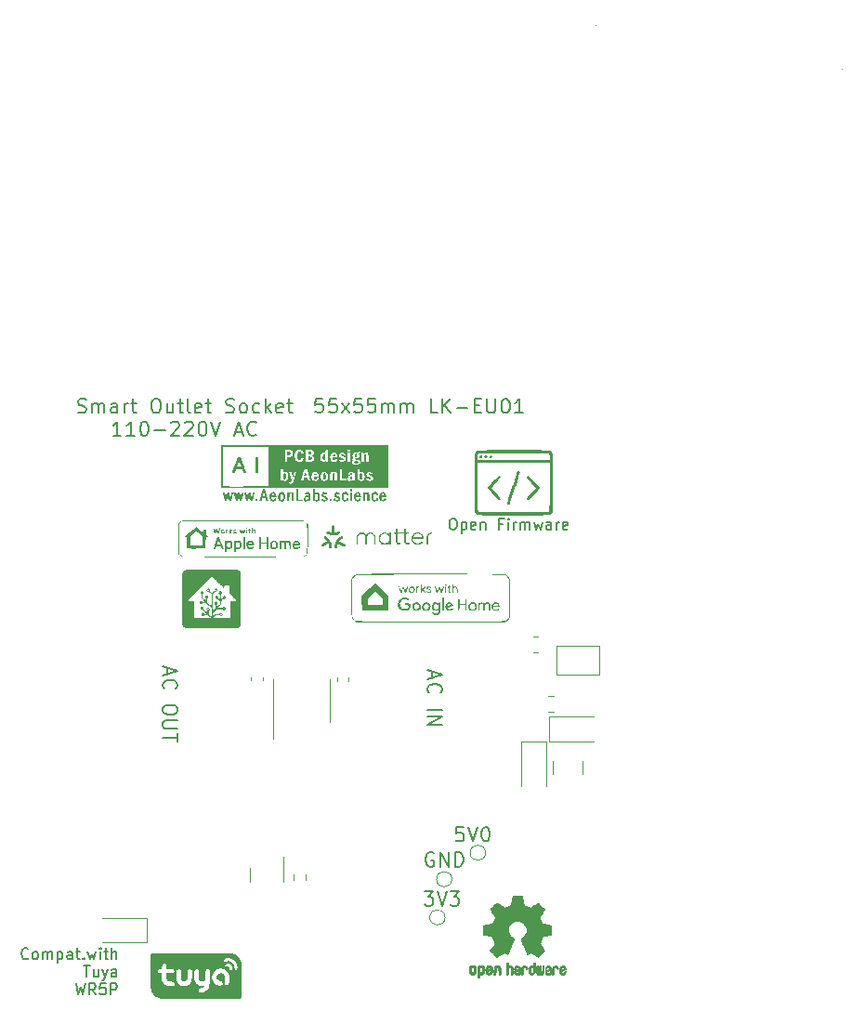
<source format=gbr>
%TF.GenerationSoftware,KiCad,Pcbnew,7.0.7*%
%TF.CreationDate,2023-11-04T15:45:33+01:00*%
%TF.ProjectId,LK-EU01_Smart_Socket_Base,4c4b2d45-5530-4315-9f53-6d6172745f53,rev?*%
%TF.SameCoordinates,Original*%
%TF.FileFunction,Legend,Top*%
%TF.FilePolarity,Positive*%
%FSLAX46Y46*%
G04 Gerber Fmt 4.6, Leading zero omitted, Abs format (unit mm)*
G04 Created by KiCad (PCBNEW 7.0.7) date 2023-11-04 15:45:33*
%MOMM*%
%LPD*%
G01*
G04 APERTURE LIST*
%ADD10C,0.150000*%
%ADD11C,0.120000*%
%ADD12C,0.010000*%
%ADD13C,0.100000*%
G04 APERTURE END LIST*
D10*
X107115601Y-124984580D02*
X107067982Y-125032200D01*
X107067982Y-125032200D02*
X106925125Y-125079819D01*
X106925125Y-125079819D02*
X106829887Y-125079819D01*
X106829887Y-125079819D02*
X106687030Y-125032200D01*
X106687030Y-125032200D02*
X106591792Y-124936961D01*
X106591792Y-124936961D02*
X106544173Y-124841723D01*
X106544173Y-124841723D02*
X106496554Y-124651247D01*
X106496554Y-124651247D02*
X106496554Y-124508390D01*
X106496554Y-124508390D02*
X106544173Y-124317914D01*
X106544173Y-124317914D02*
X106591792Y-124222676D01*
X106591792Y-124222676D02*
X106687030Y-124127438D01*
X106687030Y-124127438D02*
X106829887Y-124079819D01*
X106829887Y-124079819D02*
X106925125Y-124079819D01*
X106925125Y-124079819D02*
X107067982Y-124127438D01*
X107067982Y-124127438D02*
X107115601Y-124175057D01*
X107687030Y-125079819D02*
X107591792Y-125032200D01*
X107591792Y-125032200D02*
X107544173Y-124984580D01*
X107544173Y-124984580D02*
X107496554Y-124889342D01*
X107496554Y-124889342D02*
X107496554Y-124603628D01*
X107496554Y-124603628D02*
X107544173Y-124508390D01*
X107544173Y-124508390D02*
X107591792Y-124460771D01*
X107591792Y-124460771D02*
X107687030Y-124413152D01*
X107687030Y-124413152D02*
X107829887Y-124413152D01*
X107829887Y-124413152D02*
X107925125Y-124460771D01*
X107925125Y-124460771D02*
X107972744Y-124508390D01*
X107972744Y-124508390D02*
X108020363Y-124603628D01*
X108020363Y-124603628D02*
X108020363Y-124889342D01*
X108020363Y-124889342D02*
X107972744Y-124984580D01*
X107972744Y-124984580D02*
X107925125Y-125032200D01*
X107925125Y-125032200D02*
X107829887Y-125079819D01*
X107829887Y-125079819D02*
X107687030Y-125079819D01*
X108448935Y-125079819D02*
X108448935Y-124413152D01*
X108448935Y-124508390D02*
X108496554Y-124460771D01*
X108496554Y-124460771D02*
X108591792Y-124413152D01*
X108591792Y-124413152D02*
X108734649Y-124413152D01*
X108734649Y-124413152D02*
X108829887Y-124460771D01*
X108829887Y-124460771D02*
X108877506Y-124556009D01*
X108877506Y-124556009D02*
X108877506Y-125079819D01*
X108877506Y-124556009D02*
X108925125Y-124460771D01*
X108925125Y-124460771D02*
X109020363Y-124413152D01*
X109020363Y-124413152D02*
X109163220Y-124413152D01*
X109163220Y-124413152D02*
X109258459Y-124460771D01*
X109258459Y-124460771D02*
X109306078Y-124556009D01*
X109306078Y-124556009D02*
X109306078Y-125079819D01*
X109782268Y-124413152D02*
X109782268Y-125413152D01*
X109782268Y-124460771D02*
X109877506Y-124413152D01*
X109877506Y-124413152D02*
X110067982Y-124413152D01*
X110067982Y-124413152D02*
X110163220Y-124460771D01*
X110163220Y-124460771D02*
X110210839Y-124508390D01*
X110210839Y-124508390D02*
X110258458Y-124603628D01*
X110258458Y-124603628D02*
X110258458Y-124889342D01*
X110258458Y-124889342D02*
X110210839Y-124984580D01*
X110210839Y-124984580D02*
X110163220Y-125032200D01*
X110163220Y-125032200D02*
X110067982Y-125079819D01*
X110067982Y-125079819D02*
X109877506Y-125079819D01*
X109877506Y-125079819D02*
X109782268Y-125032200D01*
X111115601Y-125079819D02*
X111115601Y-124556009D01*
X111115601Y-124556009D02*
X111067982Y-124460771D01*
X111067982Y-124460771D02*
X110972744Y-124413152D01*
X110972744Y-124413152D02*
X110782268Y-124413152D01*
X110782268Y-124413152D02*
X110687030Y-124460771D01*
X111115601Y-125032200D02*
X111020363Y-125079819D01*
X111020363Y-125079819D02*
X110782268Y-125079819D01*
X110782268Y-125079819D02*
X110687030Y-125032200D01*
X110687030Y-125032200D02*
X110639411Y-124936961D01*
X110639411Y-124936961D02*
X110639411Y-124841723D01*
X110639411Y-124841723D02*
X110687030Y-124746485D01*
X110687030Y-124746485D02*
X110782268Y-124698866D01*
X110782268Y-124698866D02*
X111020363Y-124698866D01*
X111020363Y-124698866D02*
X111115601Y-124651247D01*
X111448935Y-124413152D02*
X111829887Y-124413152D01*
X111591792Y-124079819D02*
X111591792Y-124936961D01*
X111591792Y-124936961D02*
X111639411Y-125032200D01*
X111639411Y-125032200D02*
X111734649Y-125079819D01*
X111734649Y-125079819D02*
X111829887Y-125079819D01*
X112163221Y-124984580D02*
X112210840Y-125032200D01*
X112210840Y-125032200D02*
X112163221Y-125079819D01*
X112163221Y-125079819D02*
X112115602Y-125032200D01*
X112115602Y-125032200D02*
X112163221Y-124984580D01*
X112163221Y-124984580D02*
X112163221Y-125079819D01*
X112544173Y-124413152D02*
X112734649Y-125079819D01*
X112734649Y-125079819D02*
X112925125Y-124603628D01*
X112925125Y-124603628D02*
X113115601Y-125079819D01*
X113115601Y-125079819D02*
X113306077Y-124413152D01*
X113687030Y-125079819D02*
X113687030Y-124413152D01*
X113687030Y-124079819D02*
X113639411Y-124127438D01*
X113639411Y-124127438D02*
X113687030Y-124175057D01*
X113687030Y-124175057D02*
X113734649Y-124127438D01*
X113734649Y-124127438D02*
X113687030Y-124079819D01*
X113687030Y-124079819D02*
X113687030Y-124175057D01*
X114020363Y-124413152D02*
X114401315Y-124413152D01*
X114163220Y-124079819D02*
X114163220Y-124936961D01*
X114163220Y-124936961D02*
X114210839Y-125032200D01*
X114210839Y-125032200D02*
X114306077Y-125079819D01*
X114306077Y-125079819D02*
X114401315Y-125079819D01*
X114734649Y-125079819D02*
X114734649Y-124079819D01*
X115163220Y-125079819D02*
X115163220Y-124556009D01*
X115163220Y-124556009D02*
X115115601Y-124460771D01*
X115115601Y-124460771D02*
X115020363Y-124413152D01*
X115020363Y-124413152D02*
X114877506Y-124413152D01*
X114877506Y-124413152D02*
X114782268Y-124460771D01*
X114782268Y-124460771D02*
X114734649Y-124508390D01*
X112163220Y-125689819D02*
X112734648Y-125689819D01*
X112448934Y-126689819D02*
X112448934Y-125689819D01*
X113496553Y-126023152D02*
X113496553Y-126689819D01*
X113067982Y-126023152D02*
X113067982Y-126546961D01*
X113067982Y-126546961D02*
X113115601Y-126642200D01*
X113115601Y-126642200D02*
X113210839Y-126689819D01*
X113210839Y-126689819D02*
X113353696Y-126689819D01*
X113353696Y-126689819D02*
X113448934Y-126642200D01*
X113448934Y-126642200D02*
X113496553Y-126594580D01*
X113877506Y-126023152D02*
X114115601Y-126689819D01*
X114353696Y-126023152D02*
X114115601Y-126689819D01*
X114115601Y-126689819D02*
X114020363Y-126927914D01*
X114020363Y-126927914D02*
X113972744Y-126975533D01*
X113972744Y-126975533D02*
X113877506Y-127023152D01*
X115163220Y-126689819D02*
X115163220Y-126166009D01*
X115163220Y-126166009D02*
X115115601Y-126070771D01*
X115115601Y-126070771D02*
X115020363Y-126023152D01*
X115020363Y-126023152D02*
X114829887Y-126023152D01*
X114829887Y-126023152D02*
X114734649Y-126070771D01*
X115163220Y-126642200D02*
X115067982Y-126689819D01*
X115067982Y-126689819D02*
X114829887Y-126689819D01*
X114829887Y-126689819D02*
X114734649Y-126642200D01*
X114734649Y-126642200D02*
X114687030Y-126546961D01*
X114687030Y-126546961D02*
X114687030Y-126451723D01*
X114687030Y-126451723D02*
X114734649Y-126356485D01*
X114734649Y-126356485D02*
X114829887Y-126308866D01*
X114829887Y-126308866D02*
X115067982Y-126308866D01*
X115067982Y-126308866D02*
X115163220Y-126261247D01*
X111448935Y-127299819D02*
X111687030Y-128299819D01*
X111687030Y-128299819D02*
X111877506Y-127585533D01*
X111877506Y-127585533D02*
X112067982Y-128299819D01*
X112067982Y-128299819D02*
X112306078Y-127299819D01*
X113258458Y-128299819D02*
X112925125Y-127823628D01*
X112687030Y-128299819D02*
X112687030Y-127299819D01*
X112687030Y-127299819D02*
X113067982Y-127299819D01*
X113067982Y-127299819D02*
X113163220Y-127347438D01*
X113163220Y-127347438D02*
X113210839Y-127395057D01*
X113210839Y-127395057D02*
X113258458Y-127490295D01*
X113258458Y-127490295D02*
X113258458Y-127633152D01*
X113258458Y-127633152D02*
X113210839Y-127728390D01*
X113210839Y-127728390D02*
X113163220Y-127776009D01*
X113163220Y-127776009D02*
X113067982Y-127823628D01*
X113067982Y-127823628D02*
X112687030Y-127823628D01*
X114163220Y-127299819D02*
X113687030Y-127299819D01*
X113687030Y-127299819D02*
X113639411Y-127776009D01*
X113639411Y-127776009D02*
X113687030Y-127728390D01*
X113687030Y-127728390D02*
X113782268Y-127680771D01*
X113782268Y-127680771D02*
X114020363Y-127680771D01*
X114020363Y-127680771D02*
X114115601Y-127728390D01*
X114115601Y-127728390D02*
X114163220Y-127776009D01*
X114163220Y-127776009D02*
X114210839Y-127871247D01*
X114210839Y-127871247D02*
X114210839Y-128109342D01*
X114210839Y-128109342D02*
X114163220Y-128204580D01*
X114163220Y-128204580D02*
X114115601Y-128252200D01*
X114115601Y-128252200D02*
X114020363Y-128299819D01*
X114020363Y-128299819D02*
X113782268Y-128299819D01*
X113782268Y-128299819D02*
X113687030Y-128252200D01*
X113687030Y-128252200D02*
X113639411Y-128204580D01*
X114639411Y-128299819D02*
X114639411Y-127299819D01*
X114639411Y-127299819D02*
X115020363Y-127299819D01*
X115020363Y-127299819D02*
X115115601Y-127347438D01*
X115115601Y-127347438D02*
X115163220Y-127395057D01*
X115163220Y-127395057D02*
X115210839Y-127490295D01*
X115210839Y-127490295D02*
X115210839Y-127633152D01*
X115210839Y-127633152D02*
X115163220Y-127728390D01*
X115163220Y-127728390D02*
X115115601Y-127776009D01*
X115115601Y-127776009D02*
X115020363Y-127823628D01*
X115020363Y-127823628D02*
X114639411Y-127823628D01*
X111650954Y-75248200D02*
X111836668Y-75310104D01*
X111836668Y-75310104D02*
X112146192Y-75310104D01*
X112146192Y-75310104D02*
X112270001Y-75248200D01*
X112270001Y-75248200D02*
X112331906Y-75186295D01*
X112331906Y-75186295D02*
X112393811Y-75062485D01*
X112393811Y-75062485D02*
X112393811Y-74938676D01*
X112393811Y-74938676D02*
X112331906Y-74814866D01*
X112331906Y-74814866D02*
X112270001Y-74752961D01*
X112270001Y-74752961D02*
X112146192Y-74691057D01*
X112146192Y-74691057D02*
X111898573Y-74629152D01*
X111898573Y-74629152D02*
X111774763Y-74567247D01*
X111774763Y-74567247D02*
X111712858Y-74505342D01*
X111712858Y-74505342D02*
X111650954Y-74381533D01*
X111650954Y-74381533D02*
X111650954Y-74257723D01*
X111650954Y-74257723D02*
X111712858Y-74133914D01*
X111712858Y-74133914D02*
X111774763Y-74072009D01*
X111774763Y-74072009D02*
X111898573Y-74010104D01*
X111898573Y-74010104D02*
X112208096Y-74010104D01*
X112208096Y-74010104D02*
X112393811Y-74072009D01*
X112950953Y-75310104D02*
X112950953Y-74443438D01*
X112950953Y-74567247D02*
X113012858Y-74505342D01*
X113012858Y-74505342D02*
X113136668Y-74443438D01*
X113136668Y-74443438D02*
X113322382Y-74443438D01*
X113322382Y-74443438D02*
X113446191Y-74505342D01*
X113446191Y-74505342D02*
X113508096Y-74629152D01*
X113508096Y-74629152D02*
X113508096Y-75310104D01*
X113508096Y-74629152D02*
X113570001Y-74505342D01*
X113570001Y-74505342D02*
X113693810Y-74443438D01*
X113693810Y-74443438D02*
X113879525Y-74443438D01*
X113879525Y-74443438D02*
X114003334Y-74505342D01*
X114003334Y-74505342D02*
X114065239Y-74629152D01*
X114065239Y-74629152D02*
X114065239Y-75310104D01*
X115241429Y-75310104D02*
X115241429Y-74629152D01*
X115241429Y-74629152D02*
X115179524Y-74505342D01*
X115179524Y-74505342D02*
X115055715Y-74443438D01*
X115055715Y-74443438D02*
X114808096Y-74443438D01*
X114808096Y-74443438D02*
X114684286Y-74505342D01*
X115241429Y-75248200D02*
X115117620Y-75310104D01*
X115117620Y-75310104D02*
X114808096Y-75310104D01*
X114808096Y-75310104D02*
X114684286Y-75248200D01*
X114684286Y-75248200D02*
X114622382Y-75124390D01*
X114622382Y-75124390D02*
X114622382Y-75000580D01*
X114622382Y-75000580D02*
X114684286Y-74876771D01*
X114684286Y-74876771D02*
X114808096Y-74814866D01*
X114808096Y-74814866D02*
X115117620Y-74814866D01*
X115117620Y-74814866D02*
X115241429Y-74752961D01*
X115860476Y-75310104D02*
X115860476Y-74443438D01*
X115860476Y-74691057D02*
X115922381Y-74567247D01*
X115922381Y-74567247D02*
X115984286Y-74505342D01*
X115984286Y-74505342D02*
X116108095Y-74443438D01*
X116108095Y-74443438D02*
X116231905Y-74443438D01*
X116479524Y-74443438D02*
X116974762Y-74443438D01*
X116665238Y-74010104D02*
X116665238Y-75124390D01*
X116665238Y-75124390D02*
X116727143Y-75248200D01*
X116727143Y-75248200D02*
X116850953Y-75310104D01*
X116850953Y-75310104D02*
X116974762Y-75310104D01*
X118646190Y-74010104D02*
X118893809Y-74010104D01*
X118893809Y-74010104D02*
X119017619Y-74072009D01*
X119017619Y-74072009D02*
X119141428Y-74195819D01*
X119141428Y-74195819D02*
X119203333Y-74443438D01*
X119203333Y-74443438D02*
X119203333Y-74876771D01*
X119203333Y-74876771D02*
X119141428Y-75124390D01*
X119141428Y-75124390D02*
X119017619Y-75248200D01*
X119017619Y-75248200D02*
X118893809Y-75310104D01*
X118893809Y-75310104D02*
X118646190Y-75310104D01*
X118646190Y-75310104D02*
X118522381Y-75248200D01*
X118522381Y-75248200D02*
X118398571Y-75124390D01*
X118398571Y-75124390D02*
X118336667Y-74876771D01*
X118336667Y-74876771D02*
X118336667Y-74443438D01*
X118336667Y-74443438D02*
X118398571Y-74195819D01*
X118398571Y-74195819D02*
X118522381Y-74072009D01*
X118522381Y-74072009D02*
X118646190Y-74010104D01*
X120317619Y-74443438D02*
X120317619Y-75310104D01*
X119760476Y-74443438D02*
X119760476Y-75124390D01*
X119760476Y-75124390D02*
X119822381Y-75248200D01*
X119822381Y-75248200D02*
X119946191Y-75310104D01*
X119946191Y-75310104D02*
X120131905Y-75310104D01*
X120131905Y-75310104D02*
X120255714Y-75248200D01*
X120255714Y-75248200D02*
X120317619Y-75186295D01*
X120750952Y-74443438D02*
X121246190Y-74443438D01*
X120936666Y-74010104D02*
X120936666Y-75124390D01*
X120936666Y-75124390D02*
X120998571Y-75248200D01*
X120998571Y-75248200D02*
X121122381Y-75310104D01*
X121122381Y-75310104D02*
X121246190Y-75310104D01*
X121865238Y-75310104D02*
X121741428Y-75248200D01*
X121741428Y-75248200D02*
X121679523Y-75124390D01*
X121679523Y-75124390D02*
X121679523Y-74010104D01*
X122855713Y-75248200D02*
X122731904Y-75310104D01*
X122731904Y-75310104D02*
X122484285Y-75310104D01*
X122484285Y-75310104D02*
X122360475Y-75248200D01*
X122360475Y-75248200D02*
X122298571Y-75124390D01*
X122298571Y-75124390D02*
X122298571Y-74629152D01*
X122298571Y-74629152D02*
X122360475Y-74505342D01*
X122360475Y-74505342D02*
X122484285Y-74443438D01*
X122484285Y-74443438D02*
X122731904Y-74443438D01*
X122731904Y-74443438D02*
X122855713Y-74505342D01*
X122855713Y-74505342D02*
X122917618Y-74629152D01*
X122917618Y-74629152D02*
X122917618Y-74752961D01*
X122917618Y-74752961D02*
X122298571Y-74876771D01*
X123289047Y-74443438D02*
X123784285Y-74443438D01*
X123474761Y-74010104D02*
X123474761Y-75124390D01*
X123474761Y-75124390D02*
X123536666Y-75248200D01*
X123536666Y-75248200D02*
X123660476Y-75310104D01*
X123660476Y-75310104D02*
X123784285Y-75310104D01*
X125146190Y-75248200D02*
X125331904Y-75310104D01*
X125331904Y-75310104D02*
X125641428Y-75310104D01*
X125641428Y-75310104D02*
X125765237Y-75248200D01*
X125765237Y-75248200D02*
X125827142Y-75186295D01*
X125827142Y-75186295D02*
X125889047Y-75062485D01*
X125889047Y-75062485D02*
X125889047Y-74938676D01*
X125889047Y-74938676D02*
X125827142Y-74814866D01*
X125827142Y-74814866D02*
X125765237Y-74752961D01*
X125765237Y-74752961D02*
X125641428Y-74691057D01*
X125641428Y-74691057D02*
X125393809Y-74629152D01*
X125393809Y-74629152D02*
X125269999Y-74567247D01*
X125269999Y-74567247D02*
X125208094Y-74505342D01*
X125208094Y-74505342D02*
X125146190Y-74381533D01*
X125146190Y-74381533D02*
X125146190Y-74257723D01*
X125146190Y-74257723D02*
X125208094Y-74133914D01*
X125208094Y-74133914D02*
X125269999Y-74072009D01*
X125269999Y-74072009D02*
X125393809Y-74010104D01*
X125393809Y-74010104D02*
X125703332Y-74010104D01*
X125703332Y-74010104D02*
X125889047Y-74072009D01*
X126631904Y-75310104D02*
X126508094Y-75248200D01*
X126508094Y-75248200D02*
X126446189Y-75186295D01*
X126446189Y-75186295D02*
X126384285Y-75062485D01*
X126384285Y-75062485D02*
X126384285Y-74691057D01*
X126384285Y-74691057D02*
X126446189Y-74567247D01*
X126446189Y-74567247D02*
X126508094Y-74505342D01*
X126508094Y-74505342D02*
X126631904Y-74443438D01*
X126631904Y-74443438D02*
X126817618Y-74443438D01*
X126817618Y-74443438D02*
X126941427Y-74505342D01*
X126941427Y-74505342D02*
X127003332Y-74567247D01*
X127003332Y-74567247D02*
X127065237Y-74691057D01*
X127065237Y-74691057D02*
X127065237Y-75062485D01*
X127065237Y-75062485D02*
X127003332Y-75186295D01*
X127003332Y-75186295D02*
X126941427Y-75248200D01*
X126941427Y-75248200D02*
X126817618Y-75310104D01*
X126817618Y-75310104D02*
X126631904Y-75310104D01*
X128179522Y-75248200D02*
X128055713Y-75310104D01*
X128055713Y-75310104D02*
X127808094Y-75310104D01*
X127808094Y-75310104D02*
X127684284Y-75248200D01*
X127684284Y-75248200D02*
X127622379Y-75186295D01*
X127622379Y-75186295D02*
X127560475Y-75062485D01*
X127560475Y-75062485D02*
X127560475Y-74691057D01*
X127560475Y-74691057D02*
X127622379Y-74567247D01*
X127622379Y-74567247D02*
X127684284Y-74505342D01*
X127684284Y-74505342D02*
X127808094Y-74443438D01*
X127808094Y-74443438D02*
X128055713Y-74443438D01*
X128055713Y-74443438D02*
X128179522Y-74505342D01*
X128736665Y-75310104D02*
X128736665Y-74010104D01*
X128860475Y-74814866D02*
X129231903Y-75310104D01*
X129231903Y-74443438D02*
X128736665Y-74938676D01*
X130284284Y-75248200D02*
X130160475Y-75310104D01*
X130160475Y-75310104D02*
X129912856Y-75310104D01*
X129912856Y-75310104D02*
X129789046Y-75248200D01*
X129789046Y-75248200D02*
X129727142Y-75124390D01*
X129727142Y-75124390D02*
X129727142Y-74629152D01*
X129727142Y-74629152D02*
X129789046Y-74505342D01*
X129789046Y-74505342D02*
X129912856Y-74443438D01*
X129912856Y-74443438D02*
X130160475Y-74443438D01*
X130160475Y-74443438D02*
X130284284Y-74505342D01*
X130284284Y-74505342D02*
X130346189Y-74629152D01*
X130346189Y-74629152D02*
X130346189Y-74752961D01*
X130346189Y-74752961D02*
X129727142Y-74876771D01*
X130717618Y-74443438D02*
X131212856Y-74443438D01*
X130903332Y-74010104D02*
X130903332Y-75124390D01*
X130903332Y-75124390D02*
X130965237Y-75248200D01*
X130965237Y-75248200D02*
X131089047Y-75310104D01*
X131089047Y-75310104D02*
X131212856Y-75310104D01*
X115581905Y-77403104D02*
X114839048Y-77403104D01*
X115210476Y-77403104D02*
X115210476Y-76103104D01*
X115210476Y-76103104D02*
X115086667Y-76288819D01*
X115086667Y-76288819D02*
X114962857Y-76412628D01*
X114962857Y-76412628D02*
X114839048Y-76474533D01*
X116820000Y-77403104D02*
X116077143Y-77403104D01*
X116448571Y-77403104D02*
X116448571Y-76103104D01*
X116448571Y-76103104D02*
X116324762Y-76288819D01*
X116324762Y-76288819D02*
X116200952Y-76412628D01*
X116200952Y-76412628D02*
X116077143Y-76474533D01*
X117624761Y-76103104D02*
X117748571Y-76103104D01*
X117748571Y-76103104D02*
X117872380Y-76165009D01*
X117872380Y-76165009D02*
X117934285Y-76226914D01*
X117934285Y-76226914D02*
X117996190Y-76350723D01*
X117996190Y-76350723D02*
X118058095Y-76598342D01*
X118058095Y-76598342D02*
X118058095Y-76907866D01*
X118058095Y-76907866D02*
X117996190Y-77155485D01*
X117996190Y-77155485D02*
X117934285Y-77279295D01*
X117934285Y-77279295D02*
X117872380Y-77341200D01*
X117872380Y-77341200D02*
X117748571Y-77403104D01*
X117748571Y-77403104D02*
X117624761Y-77403104D01*
X117624761Y-77403104D02*
X117500952Y-77341200D01*
X117500952Y-77341200D02*
X117439047Y-77279295D01*
X117439047Y-77279295D02*
X117377142Y-77155485D01*
X117377142Y-77155485D02*
X117315238Y-76907866D01*
X117315238Y-76907866D02*
X117315238Y-76598342D01*
X117315238Y-76598342D02*
X117377142Y-76350723D01*
X117377142Y-76350723D02*
X117439047Y-76226914D01*
X117439047Y-76226914D02*
X117500952Y-76165009D01*
X117500952Y-76165009D02*
X117624761Y-76103104D01*
X118615237Y-76907866D02*
X119605714Y-76907866D01*
X120162857Y-76226914D02*
X120224761Y-76165009D01*
X120224761Y-76165009D02*
X120348571Y-76103104D01*
X120348571Y-76103104D02*
X120658095Y-76103104D01*
X120658095Y-76103104D02*
X120781904Y-76165009D01*
X120781904Y-76165009D02*
X120843809Y-76226914D01*
X120843809Y-76226914D02*
X120905714Y-76350723D01*
X120905714Y-76350723D02*
X120905714Y-76474533D01*
X120905714Y-76474533D02*
X120843809Y-76660247D01*
X120843809Y-76660247D02*
X120100952Y-77403104D01*
X120100952Y-77403104D02*
X120905714Y-77403104D01*
X121400952Y-76226914D02*
X121462856Y-76165009D01*
X121462856Y-76165009D02*
X121586666Y-76103104D01*
X121586666Y-76103104D02*
X121896190Y-76103104D01*
X121896190Y-76103104D02*
X122019999Y-76165009D01*
X122019999Y-76165009D02*
X122081904Y-76226914D01*
X122081904Y-76226914D02*
X122143809Y-76350723D01*
X122143809Y-76350723D02*
X122143809Y-76474533D01*
X122143809Y-76474533D02*
X122081904Y-76660247D01*
X122081904Y-76660247D02*
X121339047Y-77403104D01*
X121339047Y-77403104D02*
X122143809Y-77403104D01*
X122948570Y-76103104D02*
X123072380Y-76103104D01*
X123072380Y-76103104D02*
X123196189Y-76165009D01*
X123196189Y-76165009D02*
X123258094Y-76226914D01*
X123258094Y-76226914D02*
X123319999Y-76350723D01*
X123319999Y-76350723D02*
X123381904Y-76598342D01*
X123381904Y-76598342D02*
X123381904Y-76907866D01*
X123381904Y-76907866D02*
X123319999Y-77155485D01*
X123319999Y-77155485D02*
X123258094Y-77279295D01*
X123258094Y-77279295D02*
X123196189Y-77341200D01*
X123196189Y-77341200D02*
X123072380Y-77403104D01*
X123072380Y-77403104D02*
X122948570Y-77403104D01*
X122948570Y-77403104D02*
X122824761Y-77341200D01*
X122824761Y-77341200D02*
X122762856Y-77279295D01*
X122762856Y-77279295D02*
X122700951Y-77155485D01*
X122700951Y-77155485D02*
X122639047Y-76907866D01*
X122639047Y-76907866D02*
X122639047Y-76598342D01*
X122639047Y-76598342D02*
X122700951Y-76350723D01*
X122700951Y-76350723D02*
X122762856Y-76226914D01*
X122762856Y-76226914D02*
X122824761Y-76165009D01*
X122824761Y-76165009D02*
X122948570Y-76103104D01*
X123753332Y-76103104D02*
X124186665Y-77403104D01*
X124186665Y-77403104D02*
X124619999Y-76103104D01*
X125981904Y-77031676D02*
X126600951Y-77031676D01*
X125858094Y-77403104D02*
X126291427Y-76103104D01*
X126291427Y-76103104D02*
X126724761Y-77403104D01*
X127900951Y-77279295D02*
X127839047Y-77341200D01*
X127839047Y-77341200D02*
X127653332Y-77403104D01*
X127653332Y-77403104D02*
X127529523Y-77403104D01*
X127529523Y-77403104D02*
X127343809Y-77341200D01*
X127343809Y-77341200D02*
X127219999Y-77217390D01*
X127219999Y-77217390D02*
X127158094Y-77093580D01*
X127158094Y-77093580D02*
X127096190Y-76845961D01*
X127096190Y-76845961D02*
X127096190Y-76660247D01*
X127096190Y-76660247D02*
X127158094Y-76412628D01*
X127158094Y-76412628D02*
X127219999Y-76288819D01*
X127219999Y-76288819D02*
X127343809Y-76165009D01*
X127343809Y-76165009D02*
X127529523Y-76103104D01*
X127529523Y-76103104D02*
X127653332Y-76103104D01*
X127653332Y-76103104D02*
X127839047Y-76165009D01*
X127839047Y-76165009D02*
X127900951Y-76226914D01*
X143224398Y-118913104D02*
X144029160Y-118913104D01*
X144029160Y-118913104D02*
X143595826Y-119408342D01*
X143595826Y-119408342D02*
X143781541Y-119408342D01*
X143781541Y-119408342D02*
X143905350Y-119470247D01*
X143905350Y-119470247D02*
X143967255Y-119532152D01*
X143967255Y-119532152D02*
X144029160Y-119655961D01*
X144029160Y-119655961D02*
X144029160Y-119965485D01*
X144029160Y-119965485D02*
X143967255Y-120089295D01*
X143967255Y-120089295D02*
X143905350Y-120151200D01*
X143905350Y-120151200D02*
X143781541Y-120213104D01*
X143781541Y-120213104D02*
X143410112Y-120213104D01*
X143410112Y-120213104D02*
X143286303Y-120151200D01*
X143286303Y-120151200D02*
X143224398Y-120089295D01*
X144400588Y-118913104D02*
X144833921Y-120213104D01*
X144833921Y-120213104D02*
X145267255Y-118913104D01*
X145576779Y-118913104D02*
X146381541Y-118913104D01*
X146381541Y-118913104D02*
X145948207Y-119408342D01*
X145948207Y-119408342D02*
X146133922Y-119408342D01*
X146133922Y-119408342D02*
X146257731Y-119470247D01*
X146257731Y-119470247D02*
X146319636Y-119532152D01*
X146319636Y-119532152D02*
X146381541Y-119655961D01*
X146381541Y-119655961D02*
X146381541Y-119965485D01*
X146381541Y-119965485D02*
X146319636Y-120089295D01*
X146319636Y-120089295D02*
X146257731Y-120151200D01*
X146257731Y-120151200D02*
X146133922Y-120213104D01*
X146133922Y-120213104D02*
X145762493Y-120213104D01*
X145762493Y-120213104D02*
X145638684Y-120151200D01*
X145638684Y-120151200D02*
X145576779Y-120089295D01*
X146767255Y-113043104D02*
X146148207Y-113043104D01*
X146148207Y-113043104D02*
X146086303Y-113662152D01*
X146086303Y-113662152D02*
X146148207Y-113600247D01*
X146148207Y-113600247D02*
X146272017Y-113538342D01*
X146272017Y-113538342D02*
X146581541Y-113538342D01*
X146581541Y-113538342D02*
X146705350Y-113600247D01*
X146705350Y-113600247D02*
X146767255Y-113662152D01*
X146767255Y-113662152D02*
X146829160Y-113785961D01*
X146829160Y-113785961D02*
X146829160Y-114095485D01*
X146829160Y-114095485D02*
X146767255Y-114219295D01*
X146767255Y-114219295D02*
X146705350Y-114281200D01*
X146705350Y-114281200D02*
X146581541Y-114343104D01*
X146581541Y-114343104D02*
X146272017Y-114343104D01*
X146272017Y-114343104D02*
X146148207Y-114281200D01*
X146148207Y-114281200D02*
X146086303Y-114219295D01*
X147200588Y-113043104D02*
X147633921Y-114343104D01*
X147633921Y-114343104D02*
X148067255Y-113043104D01*
X148748207Y-113043104D02*
X148872017Y-113043104D01*
X148872017Y-113043104D02*
X148995826Y-113105009D01*
X148995826Y-113105009D02*
X149057731Y-113166914D01*
X149057731Y-113166914D02*
X149119636Y-113290723D01*
X149119636Y-113290723D02*
X149181541Y-113538342D01*
X149181541Y-113538342D02*
X149181541Y-113847866D01*
X149181541Y-113847866D02*
X149119636Y-114095485D01*
X149119636Y-114095485D02*
X149057731Y-114219295D01*
X149057731Y-114219295D02*
X148995826Y-114281200D01*
X148995826Y-114281200D02*
X148872017Y-114343104D01*
X148872017Y-114343104D02*
X148748207Y-114343104D01*
X148748207Y-114343104D02*
X148624398Y-114281200D01*
X148624398Y-114281200D02*
X148562493Y-114219295D01*
X148562493Y-114219295D02*
X148500588Y-114095485D01*
X148500588Y-114095485D02*
X148438684Y-113847866D01*
X148438684Y-113847866D02*
X148438684Y-113538342D01*
X148438684Y-113538342D02*
X148500588Y-113290723D01*
X148500588Y-113290723D02*
X148562493Y-113166914D01*
X148562493Y-113166914D02*
X148624398Y-113105009D01*
X148624398Y-113105009D02*
X148748207Y-113043104D01*
X145737255Y-84929819D02*
X145927731Y-84929819D01*
X145927731Y-84929819D02*
X146022969Y-84977438D01*
X146022969Y-84977438D02*
X146118207Y-85072676D01*
X146118207Y-85072676D02*
X146165826Y-85263152D01*
X146165826Y-85263152D02*
X146165826Y-85596485D01*
X146165826Y-85596485D02*
X146118207Y-85786961D01*
X146118207Y-85786961D02*
X146022969Y-85882200D01*
X146022969Y-85882200D02*
X145927731Y-85929819D01*
X145927731Y-85929819D02*
X145737255Y-85929819D01*
X145737255Y-85929819D02*
X145642017Y-85882200D01*
X145642017Y-85882200D02*
X145546779Y-85786961D01*
X145546779Y-85786961D02*
X145499160Y-85596485D01*
X145499160Y-85596485D02*
X145499160Y-85263152D01*
X145499160Y-85263152D02*
X145546779Y-85072676D01*
X145546779Y-85072676D02*
X145642017Y-84977438D01*
X145642017Y-84977438D02*
X145737255Y-84929819D01*
X146594398Y-85263152D02*
X146594398Y-86263152D01*
X146594398Y-85310771D02*
X146689636Y-85263152D01*
X146689636Y-85263152D02*
X146880112Y-85263152D01*
X146880112Y-85263152D02*
X146975350Y-85310771D01*
X146975350Y-85310771D02*
X147022969Y-85358390D01*
X147022969Y-85358390D02*
X147070588Y-85453628D01*
X147070588Y-85453628D02*
X147070588Y-85739342D01*
X147070588Y-85739342D02*
X147022969Y-85834580D01*
X147022969Y-85834580D02*
X146975350Y-85882200D01*
X146975350Y-85882200D02*
X146880112Y-85929819D01*
X146880112Y-85929819D02*
X146689636Y-85929819D01*
X146689636Y-85929819D02*
X146594398Y-85882200D01*
X147880112Y-85882200D02*
X147784874Y-85929819D01*
X147784874Y-85929819D02*
X147594398Y-85929819D01*
X147594398Y-85929819D02*
X147499160Y-85882200D01*
X147499160Y-85882200D02*
X147451541Y-85786961D01*
X147451541Y-85786961D02*
X147451541Y-85406009D01*
X147451541Y-85406009D02*
X147499160Y-85310771D01*
X147499160Y-85310771D02*
X147594398Y-85263152D01*
X147594398Y-85263152D02*
X147784874Y-85263152D01*
X147784874Y-85263152D02*
X147880112Y-85310771D01*
X147880112Y-85310771D02*
X147927731Y-85406009D01*
X147927731Y-85406009D02*
X147927731Y-85501247D01*
X147927731Y-85501247D02*
X147451541Y-85596485D01*
X148356303Y-85263152D02*
X148356303Y-85929819D01*
X148356303Y-85358390D02*
X148403922Y-85310771D01*
X148403922Y-85310771D02*
X148499160Y-85263152D01*
X148499160Y-85263152D02*
X148642017Y-85263152D01*
X148642017Y-85263152D02*
X148737255Y-85310771D01*
X148737255Y-85310771D02*
X148784874Y-85406009D01*
X148784874Y-85406009D02*
X148784874Y-85929819D01*
X150356303Y-85406009D02*
X150022970Y-85406009D01*
X150022970Y-85929819D02*
X150022970Y-84929819D01*
X150022970Y-84929819D02*
X150499160Y-84929819D01*
X150880113Y-85929819D02*
X150880113Y-85263152D01*
X150880113Y-84929819D02*
X150832494Y-84977438D01*
X150832494Y-84977438D02*
X150880113Y-85025057D01*
X150880113Y-85025057D02*
X150927732Y-84977438D01*
X150927732Y-84977438D02*
X150880113Y-84929819D01*
X150880113Y-84929819D02*
X150880113Y-85025057D01*
X151356303Y-85929819D02*
X151356303Y-85263152D01*
X151356303Y-85453628D02*
X151403922Y-85358390D01*
X151403922Y-85358390D02*
X151451541Y-85310771D01*
X151451541Y-85310771D02*
X151546779Y-85263152D01*
X151546779Y-85263152D02*
X151642017Y-85263152D01*
X151975351Y-85929819D02*
X151975351Y-85263152D01*
X151975351Y-85358390D02*
X152022970Y-85310771D01*
X152022970Y-85310771D02*
X152118208Y-85263152D01*
X152118208Y-85263152D02*
X152261065Y-85263152D01*
X152261065Y-85263152D02*
X152356303Y-85310771D01*
X152356303Y-85310771D02*
X152403922Y-85406009D01*
X152403922Y-85406009D02*
X152403922Y-85929819D01*
X152403922Y-85406009D02*
X152451541Y-85310771D01*
X152451541Y-85310771D02*
X152546779Y-85263152D01*
X152546779Y-85263152D02*
X152689636Y-85263152D01*
X152689636Y-85263152D02*
X152784875Y-85310771D01*
X152784875Y-85310771D02*
X152832494Y-85406009D01*
X152832494Y-85406009D02*
X152832494Y-85929819D01*
X153213446Y-85263152D02*
X153403922Y-85929819D01*
X153403922Y-85929819D02*
X153594398Y-85453628D01*
X153594398Y-85453628D02*
X153784874Y-85929819D01*
X153784874Y-85929819D02*
X153975350Y-85263152D01*
X154784874Y-85929819D02*
X154784874Y-85406009D01*
X154784874Y-85406009D02*
X154737255Y-85310771D01*
X154737255Y-85310771D02*
X154642017Y-85263152D01*
X154642017Y-85263152D02*
X154451541Y-85263152D01*
X154451541Y-85263152D02*
X154356303Y-85310771D01*
X154784874Y-85882200D02*
X154689636Y-85929819D01*
X154689636Y-85929819D02*
X154451541Y-85929819D01*
X154451541Y-85929819D02*
X154356303Y-85882200D01*
X154356303Y-85882200D02*
X154308684Y-85786961D01*
X154308684Y-85786961D02*
X154308684Y-85691723D01*
X154308684Y-85691723D02*
X154356303Y-85596485D01*
X154356303Y-85596485D02*
X154451541Y-85548866D01*
X154451541Y-85548866D02*
X154689636Y-85548866D01*
X154689636Y-85548866D02*
X154784874Y-85501247D01*
X155261065Y-85929819D02*
X155261065Y-85263152D01*
X155261065Y-85453628D02*
X155308684Y-85358390D01*
X155308684Y-85358390D02*
X155356303Y-85310771D01*
X155356303Y-85310771D02*
X155451541Y-85263152D01*
X155451541Y-85263152D02*
X155546779Y-85263152D01*
X156261065Y-85882200D02*
X156165827Y-85929819D01*
X156165827Y-85929819D02*
X155975351Y-85929819D01*
X155975351Y-85929819D02*
X155880113Y-85882200D01*
X155880113Y-85882200D02*
X155832494Y-85786961D01*
X155832494Y-85786961D02*
X155832494Y-85406009D01*
X155832494Y-85406009D02*
X155880113Y-85310771D01*
X155880113Y-85310771D02*
X155975351Y-85263152D01*
X155975351Y-85263152D02*
X156165827Y-85263152D01*
X156165827Y-85263152D02*
X156261065Y-85310771D01*
X156261065Y-85310771D02*
X156308684Y-85406009D01*
X156308684Y-85406009D02*
X156308684Y-85501247D01*
X156308684Y-85501247D02*
X155832494Y-85596485D01*
X144049160Y-115405009D02*
X143925350Y-115343104D01*
X143925350Y-115343104D02*
X143739636Y-115343104D01*
X143739636Y-115343104D02*
X143553922Y-115405009D01*
X143553922Y-115405009D02*
X143430112Y-115528819D01*
X143430112Y-115528819D02*
X143368207Y-115652628D01*
X143368207Y-115652628D02*
X143306303Y-115900247D01*
X143306303Y-115900247D02*
X143306303Y-116085961D01*
X143306303Y-116085961D02*
X143368207Y-116333580D01*
X143368207Y-116333580D02*
X143430112Y-116457390D01*
X143430112Y-116457390D02*
X143553922Y-116581200D01*
X143553922Y-116581200D02*
X143739636Y-116643104D01*
X143739636Y-116643104D02*
X143863445Y-116643104D01*
X143863445Y-116643104D02*
X144049160Y-116581200D01*
X144049160Y-116581200D02*
X144111064Y-116519295D01*
X144111064Y-116519295D02*
X144111064Y-116085961D01*
X144111064Y-116085961D02*
X143863445Y-116085961D01*
X144668207Y-116643104D02*
X144668207Y-115343104D01*
X144668207Y-115343104D02*
X145411064Y-116643104D01*
X145411064Y-116643104D02*
X145411064Y-115343104D01*
X146030112Y-116643104D02*
X146030112Y-115343104D01*
X146030112Y-115343104D02*
X146339636Y-115343104D01*
X146339636Y-115343104D02*
X146525350Y-115405009D01*
X146525350Y-115405009D02*
X146649160Y-115528819D01*
X146649160Y-115528819D02*
X146711065Y-115652628D01*
X146711065Y-115652628D02*
X146772969Y-115900247D01*
X146772969Y-115900247D02*
X146772969Y-116085961D01*
X146772969Y-116085961D02*
X146711065Y-116333580D01*
X146711065Y-116333580D02*
X146649160Y-116457390D01*
X146649160Y-116457390D02*
X146525350Y-116581200D01*
X146525350Y-116581200D02*
X146339636Y-116643104D01*
X146339636Y-116643104D02*
X146030112Y-116643104D01*
X119768323Y-98516303D02*
X119768323Y-99135350D01*
X119396895Y-98392493D02*
X120696895Y-98825826D01*
X120696895Y-98825826D02*
X119396895Y-99259160D01*
X119520704Y-100435350D02*
X119458800Y-100373446D01*
X119458800Y-100373446D02*
X119396895Y-100187731D01*
X119396895Y-100187731D02*
X119396895Y-100063922D01*
X119396895Y-100063922D02*
X119458800Y-99878208D01*
X119458800Y-99878208D02*
X119582609Y-99754398D01*
X119582609Y-99754398D02*
X119706419Y-99692493D01*
X119706419Y-99692493D02*
X119954038Y-99630589D01*
X119954038Y-99630589D02*
X120139752Y-99630589D01*
X120139752Y-99630589D02*
X120387371Y-99692493D01*
X120387371Y-99692493D02*
X120511180Y-99754398D01*
X120511180Y-99754398D02*
X120634990Y-99878208D01*
X120634990Y-99878208D02*
X120696895Y-100063922D01*
X120696895Y-100063922D02*
X120696895Y-100187731D01*
X120696895Y-100187731D02*
X120634990Y-100373446D01*
X120634990Y-100373446D02*
X120573085Y-100435350D01*
X120696895Y-102230588D02*
X120696895Y-102478207D01*
X120696895Y-102478207D02*
X120634990Y-102602017D01*
X120634990Y-102602017D02*
X120511180Y-102725826D01*
X120511180Y-102725826D02*
X120263561Y-102787731D01*
X120263561Y-102787731D02*
X119830228Y-102787731D01*
X119830228Y-102787731D02*
X119582609Y-102725826D01*
X119582609Y-102725826D02*
X119458800Y-102602017D01*
X119458800Y-102602017D02*
X119396895Y-102478207D01*
X119396895Y-102478207D02*
X119396895Y-102230588D01*
X119396895Y-102230588D02*
X119458800Y-102106779D01*
X119458800Y-102106779D02*
X119582609Y-101982969D01*
X119582609Y-101982969D02*
X119830228Y-101921065D01*
X119830228Y-101921065D02*
X120263561Y-101921065D01*
X120263561Y-101921065D02*
X120511180Y-101982969D01*
X120511180Y-101982969D02*
X120634990Y-102106779D01*
X120634990Y-102106779D02*
X120696895Y-102230588D01*
X120696895Y-103344874D02*
X119644514Y-103344874D01*
X119644514Y-103344874D02*
X119520704Y-103406779D01*
X119520704Y-103406779D02*
X119458800Y-103468684D01*
X119458800Y-103468684D02*
X119396895Y-103592493D01*
X119396895Y-103592493D02*
X119396895Y-103840112D01*
X119396895Y-103840112D02*
X119458800Y-103963922D01*
X119458800Y-103963922D02*
X119520704Y-104025827D01*
X119520704Y-104025827D02*
X119644514Y-104087731D01*
X119644514Y-104087731D02*
X120696895Y-104087731D01*
X120696895Y-104521065D02*
X120696895Y-105263922D01*
X119396895Y-104892494D02*
X120696895Y-104892494D01*
X133957255Y-73983104D02*
X133338207Y-73983104D01*
X133338207Y-73983104D02*
X133276303Y-74602152D01*
X133276303Y-74602152D02*
X133338207Y-74540247D01*
X133338207Y-74540247D02*
X133462017Y-74478342D01*
X133462017Y-74478342D02*
X133771541Y-74478342D01*
X133771541Y-74478342D02*
X133895350Y-74540247D01*
X133895350Y-74540247D02*
X133957255Y-74602152D01*
X133957255Y-74602152D02*
X134019160Y-74725961D01*
X134019160Y-74725961D02*
X134019160Y-75035485D01*
X134019160Y-75035485D02*
X133957255Y-75159295D01*
X133957255Y-75159295D02*
X133895350Y-75221200D01*
X133895350Y-75221200D02*
X133771541Y-75283104D01*
X133771541Y-75283104D02*
X133462017Y-75283104D01*
X133462017Y-75283104D02*
X133338207Y-75221200D01*
X133338207Y-75221200D02*
X133276303Y-75159295D01*
X135195350Y-73983104D02*
X134576302Y-73983104D01*
X134576302Y-73983104D02*
X134514398Y-74602152D01*
X134514398Y-74602152D02*
X134576302Y-74540247D01*
X134576302Y-74540247D02*
X134700112Y-74478342D01*
X134700112Y-74478342D02*
X135009636Y-74478342D01*
X135009636Y-74478342D02*
X135133445Y-74540247D01*
X135133445Y-74540247D02*
X135195350Y-74602152D01*
X135195350Y-74602152D02*
X135257255Y-74725961D01*
X135257255Y-74725961D02*
X135257255Y-75035485D01*
X135257255Y-75035485D02*
X135195350Y-75159295D01*
X135195350Y-75159295D02*
X135133445Y-75221200D01*
X135133445Y-75221200D02*
X135009636Y-75283104D01*
X135009636Y-75283104D02*
X134700112Y-75283104D01*
X134700112Y-75283104D02*
X134576302Y-75221200D01*
X134576302Y-75221200D02*
X134514398Y-75159295D01*
X135690588Y-75283104D02*
X136371540Y-74416438D01*
X135690588Y-74416438D02*
X136371540Y-75283104D01*
X137485826Y-73983104D02*
X136866778Y-73983104D01*
X136866778Y-73983104D02*
X136804874Y-74602152D01*
X136804874Y-74602152D02*
X136866778Y-74540247D01*
X136866778Y-74540247D02*
X136990588Y-74478342D01*
X136990588Y-74478342D02*
X137300112Y-74478342D01*
X137300112Y-74478342D02*
X137423921Y-74540247D01*
X137423921Y-74540247D02*
X137485826Y-74602152D01*
X137485826Y-74602152D02*
X137547731Y-74725961D01*
X137547731Y-74725961D02*
X137547731Y-75035485D01*
X137547731Y-75035485D02*
X137485826Y-75159295D01*
X137485826Y-75159295D02*
X137423921Y-75221200D01*
X137423921Y-75221200D02*
X137300112Y-75283104D01*
X137300112Y-75283104D02*
X136990588Y-75283104D01*
X136990588Y-75283104D02*
X136866778Y-75221200D01*
X136866778Y-75221200D02*
X136804874Y-75159295D01*
X138723921Y-73983104D02*
X138104873Y-73983104D01*
X138104873Y-73983104D02*
X138042969Y-74602152D01*
X138042969Y-74602152D02*
X138104873Y-74540247D01*
X138104873Y-74540247D02*
X138228683Y-74478342D01*
X138228683Y-74478342D02*
X138538207Y-74478342D01*
X138538207Y-74478342D02*
X138662016Y-74540247D01*
X138662016Y-74540247D02*
X138723921Y-74602152D01*
X138723921Y-74602152D02*
X138785826Y-74725961D01*
X138785826Y-74725961D02*
X138785826Y-75035485D01*
X138785826Y-75035485D02*
X138723921Y-75159295D01*
X138723921Y-75159295D02*
X138662016Y-75221200D01*
X138662016Y-75221200D02*
X138538207Y-75283104D01*
X138538207Y-75283104D02*
X138228683Y-75283104D01*
X138228683Y-75283104D02*
X138104873Y-75221200D01*
X138104873Y-75221200D02*
X138042969Y-75159295D01*
X139342968Y-75283104D02*
X139342968Y-74416438D01*
X139342968Y-74540247D02*
X139404873Y-74478342D01*
X139404873Y-74478342D02*
X139528683Y-74416438D01*
X139528683Y-74416438D02*
X139714397Y-74416438D01*
X139714397Y-74416438D02*
X139838206Y-74478342D01*
X139838206Y-74478342D02*
X139900111Y-74602152D01*
X139900111Y-74602152D02*
X139900111Y-75283104D01*
X139900111Y-74602152D02*
X139962016Y-74478342D01*
X139962016Y-74478342D02*
X140085825Y-74416438D01*
X140085825Y-74416438D02*
X140271540Y-74416438D01*
X140271540Y-74416438D02*
X140395349Y-74478342D01*
X140395349Y-74478342D02*
X140457254Y-74602152D01*
X140457254Y-74602152D02*
X140457254Y-75283104D01*
X141076301Y-75283104D02*
X141076301Y-74416438D01*
X141076301Y-74540247D02*
X141138206Y-74478342D01*
X141138206Y-74478342D02*
X141262016Y-74416438D01*
X141262016Y-74416438D02*
X141447730Y-74416438D01*
X141447730Y-74416438D02*
X141571539Y-74478342D01*
X141571539Y-74478342D02*
X141633444Y-74602152D01*
X141633444Y-74602152D02*
X141633444Y-75283104D01*
X141633444Y-74602152D02*
X141695349Y-74478342D01*
X141695349Y-74478342D02*
X141819158Y-74416438D01*
X141819158Y-74416438D02*
X142004873Y-74416438D01*
X142004873Y-74416438D02*
X142128682Y-74478342D01*
X142128682Y-74478342D02*
X142190587Y-74602152D01*
X142190587Y-74602152D02*
X142190587Y-75283104D01*
X143888323Y-98876303D02*
X143888323Y-99495350D01*
X143516895Y-98752493D02*
X144816895Y-99185826D01*
X144816895Y-99185826D02*
X143516895Y-99619160D01*
X143640704Y-100795350D02*
X143578800Y-100733446D01*
X143578800Y-100733446D02*
X143516895Y-100547731D01*
X143516895Y-100547731D02*
X143516895Y-100423922D01*
X143516895Y-100423922D02*
X143578800Y-100238208D01*
X143578800Y-100238208D02*
X143702609Y-100114398D01*
X143702609Y-100114398D02*
X143826419Y-100052493D01*
X143826419Y-100052493D02*
X144074038Y-99990589D01*
X144074038Y-99990589D02*
X144259752Y-99990589D01*
X144259752Y-99990589D02*
X144507371Y-100052493D01*
X144507371Y-100052493D02*
X144631180Y-100114398D01*
X144631180Y-100114398D02*
X144754990Y-100238208D01*
X144754990Y-100238208D02*
X144816895Y-100423922D01*
X144816895Y-100423922D02*
X144816895Y-100547731D01*
X144816895Y-100547731D02*
X144754990Y-100733446D01*
X144754990Y-100733446D02*
X144693085Y-100795350D01*
X143516895Y-102342969D02*
X144816895Y-102342969D01*
X143516895Y-102962017D02*
X144816895Y-102962017D01*
X144816895Y-102962017D02*
X143516895Y-103704874D01*
X143516895Y-103704874D02*
X144816895Y-103704874D01*
X144427255Y-75323104D02*
X143808207Y-75323104D01*
X143808207Y-75323104D02*
X143808207Y-74023104D01*
X144860588Y-75323104D02*
X144860588Y-74023104D01*
X145603445Y-75323104D02*
X145046303Y-74580247D01*
X145603445Y-74023104D02*
X144860588Y-74765961D01*
X146160588Y-74827866D02*
X147151065Y-74827866D01*
X147770112Y-74642152D02*
X148203446Y-74642152D01*
X148389160Y-75323104D02*
X147770112Y-75323104D01*
X147770112Y-75323104D02*
X147770112Y-74023104D01*
X147770112Y-74023104D02*
X148389160Y-74023104D01*
X148946302Y-74023104D02*
X148946302Y-75075485D01*
X148946302Y-75075485D02*
X149008207Y-75199295D01*
X149008207Y-75199295D02*
X149070112Y-75261200D01*
X149070112Y-75261200D02*
X149193921Y-75323104D01*
X149193921Y-75323104D02*
X149441540Y-75323104D01*
X149441540Y-75323104D02*
X149565350Y-75261200D01*
X149565350Y-75261200D02*
X149627255Y-75199295D01*
X149627255Y-75199295D02*
X149689159Y-75075485D01*
X149689159Y-75075485D02*
X149689159Y-74023104D01*
X150555826Y-74023104D02*
X150679636Y-74023104D01*
X150679636Y-74023104D02*
X150803445Y-74085009D01*
X150803445Y-74085009D02*
X150865350Y-74146914D01*
X150865350Y-74146914D02*
X150927255Y-74270723D01*
X150927255Y-74270723D02*
X150989160Y-74518342D01*
X150989160Y-74518342D02*
X150989160Y-74827866D01*
X150989160Y-74827866D02*
X150927255Y-75075485D01*
X150927255Y-75075485D02*
X150865350Y-75199295D01*
X150865350Y-75199295D02*
X150803445Y-75261200D01*
X150803445Y-75261200D02*
X150679636Y-75323104D01*
X150679636Y-75323104D02*
X150555826Y-75323104D01*
X150555826Y-75323104D02*
X150432017Y-75261200D01*
X150432017Y-75261200D02*
X150370112Y-75199295D01*
X150370112Y-75199295D02*
X150308207Y-75075485D01*
X150308207Y-75075485D02*
X150246303Y-74827866D01*
X150246303Y-74827866D02*
X150246303Y-74518342D01*
X150246303Y-74518342D02*
X150308207Y-74270723D01*
X150308207Y-74270723D02*
X150370112Y-74146914D01*
X150370112Y-74146914D02*
X150432017Y-74085009D01*
X150432017Y-74085009D02*
X150555826Y-74023104D01*
X152227255Y-75323104D02*
X151484398Y-75323104D01*
X151855826Y-75323104D02*
X151855826Y-74023104D01*
X151855826Y-74023104D02*
X151732017Y-74208819D01*
X151732017Y-74208819D02*
X151608207Y-74332628D01*
X151608207Y-74332628D02*
X151484398Y-74394533D01*
%TO.C,U1*%
G36*
X158912555Y-40002808D02*
G01*
X158857338Y-40058025D01*
X158802121Y-40002808D01*
X158857338Y-39947590D01*
X158912555Y-40002808D01*
G37*
G36*
X181330816Y-43978460D02*
G01*
X181275599Y-44033677D01*
X181220381Y-43978460D01*
X181275599Y-43923242D01*
X181330816Y-43978460D01*
G37*
%TO.C,G\u002A\u002A\u002A*%
G36*
X123443616Y-124544937D02*
G01*
X123832956Y-124545366D01*
X124178515Y-124546213D01*
X124483181Y-124547609D01*
X124749844Y-124549686D01*
X124981392Y-124552576D01*
X125180714Y-124556410D01*
X125350700Y-124561320D01*
X125494238Y-124567438D01*
X125614218Y-124574895D01*
X125713528Y-124583824D01*
X125795057Y-124594355D01*
X125861695Y-124606622D01*
X125916331Y-124620755D01*
X125961852Y-124636885D01*
X126001150Y-124655146D01*
X126037111Y-124675669D01*
X126072626Y-124698585D01*
X126110583Y-124724025D01*
X126125131Y-124733650D01*
X126292144Y-124875533D01*
X126424084Y-125055833D01*
X126515246Y-125266065D01*
X126536548Y-125345523D01*
X126546260Y-125395190D01*
X126554465Y-125454967D01*
X126561285Y-125529570D01*
X126566838Y-125623714D01*
X126571244Y-125742115D01*
X126574623Y-125889489D01*
X126577095Y-126070551D01*
X126578778Y-126290016D01*
X126579794Y-126552601D01*
X126580260Y-126863022D01*
X126580327Y-127070792D01*
X126580248Y-127401463D01*
X126579916Y-127681206D01*
X126579191Y-127914430D01*
X126577931Y-128105544D01*
X126575994Y-128258957D01*
X126573239Y-128379079D01*
X126569525Y-128470318D01*
X126564711Y-128537085D01*
X126558655Y-128583789D01*
X126551216Y-128614837D01*
X126542252Y-128634641D01*
X126531623Y-128647609D01*
X126529728Y-128649372D01*
X126519323Y-128655989D01*
X126501627Y-128661936D01*
X126473840Y-128667249D01*
X126433160Y-128671959D01*
X126376789Y-128676102D01*
X126301923Y-128679710D01*
X126205764Y-128682818D01*
X126085510Y-128685459D01*
X125938360Y-128687667D01*
X125761514Y-128689475D01*
X125552172Y-128690918D01*
X125307531Y-128692028D01*
X125024793Y-128692840D01*
X124701155Y-128693388D01*
X124333818Y-128693704D01*
X123919981Y-128693824D01*
X123456842Y-128693779D01*
X122941602Y-128693605D01*
X122856689Y-128693568D01*
X122332535Y-128693299D01*
X121860796Y-128692952D01*
X121438549Y-128692488D01*
X121062871Y-128691869D01*
X120730838Y-128691057D01*
X120439529Y-128690014D01*
X120186020Y-128688701D01*
X119967388Y-128687080D01*
X119780711Y-128685112D01*
X119623065Y-128682760D01*
X119491527Y-128679985D01*
X119383175Y-128676749D01*
X119295085Y-128673013D01*
X119224335Y-128668739D01*
X119168002Y-128663889D01*
X119123163Y-128658425D01*
X119086895Y-128652308D01*
X119056274Y-128645500D01*
X119049114Y-128643673D01*
X118827263Y-128559003D01*
X118638619Y-128431420D01*
X118487086Y-128264954D01*
X118376565Y-128063634D01*
X118323453Y-127894477D01*
X118313741Y-127844810D01*
X118305535Y-127785033D01*
X118298716Y-127710430D01*
X118293163Y-127616286D01*
X118288757Y-127497885D01*
X118285377Y-127350511D01*
X118282906Y-127169449D01*
X118281222Y-126949984D01*
X118280207Y-126687398D01*
X118279740Y-126376978D01*
X118279683Y-126197573D01*
X118921563Y-126197573D01*
X118957094Y-126277019D01*
X119029575Y-126337600D01*
X119133353Y-126368870D01*
X119171887Y-126370980D01*
X119291888Y-126370980D01*
X119290862Y-126682255D01*
X119291493Y-126822138D01*
X119296060Y-126921341D01*
X119306939Y-126994499D01*
X119326509Y-127056247D01*
X119357146Y-127121221D01*
X119364440Y-127135187D01*
X119482237Y-127304367D01*
X119633173Y-127430195D01*
X119813785Y-127510153D01*
X119909450Y-127531414D01*
X120043620Y-127544177D01*
X120174745Y-127541936D01*
X120287784Y-127526192D01*
X120367696Y-127498447D01*
X120387678Y-127483662D01*
X120445433Y-127393908D01*
X120449888Y-127300802D01*
X120404827Y-127216588D01*
X120365748Y-127178017D01*
X120319452Y-127153069D01*
X120251094Y-127136914D01*
X120145830Y-127124727D01*
X120113550Y-127121866D01*
X119990666Y-127108381D01*
X119908190Y-127090519D01*
X119851192Y-127064003D01*
X119817365Y-127036977D01*
X119747359Y-126947617D01*
X119708190Y-126834898D01*
X119700551Y-126731533D01*
X120625966Y-126731533D01*
X120627030Y-126852978D01*
X120631816Y-126941686D01*
X120641592Y-127008952D01*
X120657625Y-127066070D01*
X120681181Y-127124333D01*
X120692878Y-127150237D01*
X120791073Y-127306732D01*
X120922389Y-127427928D01*
X121053168Y-127496138D01*
X121197429Y-127527035D01*
X121363910Y-127529950D01*
X121527822Y-127506098D01*
X121643399Y-127467199D01*
X121765296Y-127397980D01*
X121861629Y-127312139D01*
X121935370Y-127202872D01*
X121989493Y-127063376D01*
X122026968Y-126886851D01*
X122042196Y-126745865D01*
X122247733Y-126745865D01*
X122248137Y-126859314D01*
X122252641Y-126933612D01*
X122253302Y-126938192D01*
X122301812Y-127106863D01*
X122386984Y-127260502D01*
X122499768Y-127387741D01*
X122631113Y-127477214D01*
X122704881Y-127505359D01*
X122835410Y-127528185D01*
X122969399Y-127529615D01*
X123084795Y-127510290D01*
X123128639Y-127493039D01*
X123186359Y-127473156D01*
X123205807Y-127491335D01*
X123185862Y-127544625D01*
X123162224Y-127581442D01*
X123103164Y-127631953D01*
X123000749Y-127673011D01*
X122849661Y-127706608D01*
X122811242Y-127712903D01*
X122721956Y-127742909D01*
X122665981Y-127789352D01*
X122629976Y-127878704D01*
X122629646Y-127976388D01*
X122664677Y-128057901D01*
X122669474Y-128063518D01*
X122734963Y-128099446D01*
X122837461Y-128113706D01*
X122963139Y-128106486D01*
X123098165Y-128077970D01*
X123161873Y-128056909D01*
X123323076Y-127972630D01*
X123459822Y-127854444D01*
X123560732Y-127713919D01*
X123604315Y-127607171D01*
X123618971Y-127530242D01*
X123634165Y-127404973D01*
X123649276Y-127238354D01*
X123663680Y-127037369D01*
X123676756Y-126809007D01*
X123678464Y-126774864D01*
X123684796Y-126646037D01*
X123878563Y-126646037D01*
X123879867Y-126826422D01*
X123922501Y-127000206D01*
X124004560Y-127159664D01*
X124124142Y-127297074D01*
X124279342Y-127404711D01*
X124468257Y-127474850D01*
X124470148Y-127475298D01*
X124563618Y-127495353D01*
X124624825Y-127499981D01*
X124674889Y-127488322D01*
X124724536Y-127464923D01*
X124800681Y-127406766D01*
X124833752Y-127325672D01*
X124837190Y-127274111D01*
X124812655Y-127180102D01*
X124742257Y-127113086D01*
X124640140Y-127079207D01*
X124490269Y-127033560D01*
X124378499Y-126954754D01*
X124308828Y-126849591D01*
X124285253Y-126724874D01*
X124311775Y-126587408D01*
X124328262Y-126548528D01*
X124401935Y-126449814D01*
X124506684Y-126380556D01*
X124627709Y-126344743D01*
X124750209Y-126346362D01*
X124859383Y-126389400D01*
X124875515Y-126401092D01*
X124940672Y-126459918D01*
X124985280Y-126523504D01*
X125012073Y-126602664D01*
X125023783Y-126708216D01*
X125023146Y-126850975D01*
X125017707Y-126963638D01*
X125010132Y-127105819D01*
X125007519Y-127204205D01*
X125010995Y-127270206D01*
X125021683Y-127315232D01*
X125040707Y-127350693D01*
X125058154Y-127374117D01*
X125137569Y-127436342D01*
X125230511Y-127450639D01*
X125322034Y-127416534D01*
X125360238Y-127383724D01*
X125384129Y-127355043D01*
X125401156Y-127321749D01*
X125412618Y-127274323D01*
X125419815Y-127203250D01*
X125424047Y-127099014D01*
X125426613Y-126952098D01*
X125427316Y-126892602D01*
X125428850Y-126730609D01*
X125428244Y-126612909D01*
X125423995Y-126528462D01*
X125414601Y-126466226D01*
X125398559Y-126415161D01*
X125374364Y-126364225D01*
X125349063Y-126317840D01*
X125228784Y-126153291D01*
X125076341Y-126032659D01*
X124895839Y-125958062D01*
X124691379Y-125931620D01*
X124607138Y-125934727D01*
X124452215Y-125958777D01*
X124322287Y-126009198D01*
X124196265Y-126095405D01*
X124141666Y-126142522D01*
X124007559Y-126296363D01*
X123920493Y-126466776D01*
X123878563Y-126646037D01*
X123684796Y-126646037D01*
X123712332Y-126085828D01*
X123634483Y-126018865D01*
X123544788Y-125970490D01*
X123454245Y-125976975D01*
X123365883Y-126037983D01*
X123354311Y-126050349D01*
X123329870Y-126084023D01*
X123312045Y-126128629D01*
X123298984Y-126194502D01*
X123288835Y-126291980D01*
X123279749Y-126431397D01*
X123277004Y-126481977D01*
X123263605Y-126675158D01*
X123245117Y-126821240D01*
X123219353Y-126928385D01*
X123184121Y-127004754D01*
X123137233Y-127058511D01*
X123118488Y-127072920D01*
X123024472Y-127110007D01*
X122910895Y-127114607D01*
X122810258Y-127088401D01*
X122758370Y-127060099D01*
X122720626Y-127023938D01*
X122695071Y-126971551D01*
X122679746Y-126894572D01*
X122672694Y-126784633D01*
X122671959Y-126633367D01*
X122674003Y-126505879D01*
X122682740Y-126073565D01*
X122605988Y-126013193D01*
X122513816Y-125970049D01*
X122419608Y-125981442D01*
X122334899Y-126039727D01*
X122311951Y-126070016D01*
X122294735Y-126115541D01*
X122281479Y-126186064D01*
X122270410Y-126291349D01*
X122259754Y-126441159D01*
X122258583Y-126459933D01*
X122251269Y-126607870D01*
X122247733Y-126745865D01*
X122042196Y-126745865D01*
X122050769Y-126666494D01*
X122059526Y-126514850D01*
X122066050Y-126355159D01*
X122068680Y-126241070D01*
X122066713Y-126162940D01*
X122059449Y-126111129D01*
X122046187Y-126075991D01*
X122026226Y-126047886D01*
X122025517Y-126047051D01*
X121941657Y-125979760D01*
X121853895Y-125966848D01*
X121766621Y-126008590D01*
X121743588Y-126029388D01*
X121711954Y-126063093D01*
X121689568Y-126097183D01*
X121674220Y-126142111D01*
X121663701Y-126208326D01*
X121655799Y-126306282D01*
X121648304Y-126446429D01*
X121646210Y-126489816D01*
X121631451Y-126698186D01*
X121607684Y-126857297D01*
X121571876Y-126972902D01*
X121520991Y-127050758D01*
X121451996Y-127096618D01*
X121361856Y-127116237D01*
X121314962Y-127118039D01*
X121211864Y-127094946D01*
X121122310Y-127034578D01*
X121061417Y-126950304D01*
X121043592Y-126878065D01*
X121042189Y-126821494D01*
X121040473Y-126722768D01*
X121038647Y-126595068D01*
X121036914Y-126451574D01*
X121036675Y-126429530D01*
X121034775Y-126280175D01*
X121031560Y-126176074D01*
X121025142Y-126107147D01*
X121013636Y-126063313D01*
X120995153Y-126034494D01*
X120967807Y-126010608D01*
X120956690Y-126002220D01*
X120868283Y-125964839D01*
X120779597Y-125980959D01*
X120696823Y-126049121D01*
X120683163Y-126066623D01*
X120663281Y-126100575D01*
X120648980Y-126146044D01*
X120639214Y-126212381D01*
X120632940Y-126308939D01*
X120629111Y-126445069D01*
X120627359Y-126566057D01*
X120625966Y-126731533D01*
X119700551Y-126731533D01*
X119697393Y-126688795D01*
X119703973Y-126575889D01*
X119723175Y-126370980D01*
X120013465Y-126370980D01*
X120143679Y-126370341D01*
X120231280Y-126366576D01*
X120288989Y-126356912D01*
X120329531Y-126338576D01*
X120365628Y-126308798D01*
X120384634Y-126290102D01*
X120448890Y-126203816D01*
X120459357Y-126123667D01*
X120416310Y-126043992D01*
X120397598Y-126023862D01*
X120364255Y-125994022D01*
X120327704Y-125974486D01*
X120276013Y-125963086D01*
X120197251Y-125957654D01*
X120079487Y-125956022D01*
X120023859Y-125955948D01*
X119718035Y-125955948D01*
X119725161Y-125792852D01*
X119719744Y-125687719D01*
X125064716Y-125687719D01*
X125106159Y-125743604D01*
X125182718Y-125774731D01*
X125272533Y-125774067D01*
X125348817Y-125767141D01*
X125394686Y-125782578D01*
X125428432Y-125820805D01*
X125462515Y-125889361D01*
X125473573Y-125942736D01*
X125495665Y-126013145D01*
X125550138Y-126056988D01*
X125619290Y-126070289D01*
X125685420Y-126049075D01*
X125726663Y-125999568D01*
X125746002Y-125895990D01*
X125724726Y-125780157D01*
X125669839Y-125668007D01*
X125588344Y-125575474D01*
X125521079Y-125531783D01*
X125408367Y-125495666D01*
X125290397Y-125485690D01*
X125185577Y-125501444D01*
X125113878Y-125540915D01*
X125065064Y-125616887D01*
X125064716Y-125687719D01*
X119719744Y-125687719D01*
X119718321Y-125660109D01*
X119682325Y-125572006D01*
X119614467Y-125524575D01*
X119534318Y-125513246D01*
X119440561Y-125530586D01*
X119374914Y-125586167D01*
X119333124Y-125685328D01*
X119315231Y-125788385D01*
X119296273Y-125955948D01*
X119174079Y-125955948D01*
X119076293Y-125966495D01*
X119005497Y-126004165D01*
X118983971Y-126023862D01*
X118928637Y-126109705D01*
X118921563Y-126197573D01*
X118279683Y-126197573D01*
X118279674Y-126169208D01*
X118279753Y-125838536D01*
X118280084Y-125558794D01*
X118280810Y-125325570D01*
X118281719Y-125187758D01*
X124925443Y-125187758D01*
X124936794Y-125258892D01*
X124982816Y-125303981D01*
X125028127Y-125328267D01*
X125073294Y-125332285D01*
X125139559Y-125315899D01*
X125179271Y-125302737D01*
X125346033Y-125272145D01*
X125504847Y-125291167D01*
X125648064Y-125354080D01*
X125768034Y-125455161D01*
X125857109Y-125588687D01*
X125907639Y-125748936D01*
X125916275Y-125854140D01*
X125932713Y-125956661D01*
X125975841Y-126028845D01*
X126036377Y-126063965D01*
X126105040Y-126055297D01*
X126149484Y-126023143D01*
X126178399Y-125966642D01*
X126191677Y-125866781D01*
X126192941Y-125808710D01*
X126167051Y-125607351D01*
X126093892Y-125424391D01*
X125980152Y-125265947D01*
X125832521Y-125138136D01*
X125657687Y-125047074D01*
X125462338Y-124998878D01*
X125302882Y-124994774D01*
X125143554Y-125018384D01*
X125024145Y-125063052D01*
X124949525Y-125126287D01*
X124925443Y-125187758D01*
X118281719Y-125187758D01*
X118282070Y-125134456D01*
X118284007Y-124981043D01*
X118286762Y-124860921D01*
X118290475Y-124769681D01*
X118295290Y-124702914D01*
X118301345Y-124656211D01*
X118308785Y-124625162D01*
X118317748Y-124605359D01*
X118328377Y-124592391D01*
X118330273Y-124590628D01*
X118340715Y-124583993D01*
X118358486Y-124578026D01*
X118386393Y-124572694D01*
X118427243Y-124567960D01*
X118483846Y-124563790D01*
X118559009Y-124560148D01*
X118655540Y-124556999D01*
X118776247Y-124554308D01*
X118923938Y-124552039D01*
X119101422Y-124550158D01*
X119311505Y-124548629D01*
X119556996Y-124547418D01*
X119840704Y-124546488D01*
X120165436Y-124545805D01*
X120533999Y-124545334D01*
X120949203Y-124545039D01*
X121413855Y-124544885D01*
X121930763Y-124544837D01*
X121984015Y-124544837D01*
X122522035Y-124544805D01*
X123007605Y-124544794D01*
X123443616Y-124544937D01*
G37*
G36*
X128034631Y-83350387D02*
G01*
X127844131Y-83350387D01*
X127844131Y-83138720D01*
X128034631Y-83138720D01*
X128034631Y-83350387D01*
G37*
G36*
X134786798Y-83350387D02*
G01*
X134596298Y-83350387D01*
X134596298Y-83138720D01*
X134786798Y-83138720D01*
X134786798Y-83350387D01*
G37*
G36*
X136628298Y-82440220D02*
G01*
X136437798Y-82440220D01*
X136437798Y-82228553D01*
X136628298Y-82228553D01*
X136628298Y-82440220D01*
G37*
G36*
X136628298Y-83350387D02*
G01*
X136437798Y-83350387D01*
X136437798Y-82524887D01*
X136628298Y-82524887D01*
X136628298Y-83350387D01*
G37*
G36*
X128114287Y-80074845D02*
G01*
X128119861Y-80789220D01*
X127843568Y-80789220D01*
X127854714Y-79360470D01*
X128108714Y-79360470D01*
X128114287Y-80074845D01*
G37*
G36*
X131738798Y-83202220D02*
G01*
X132119798Y-83202220D01*
X132119798Y-83350387D01*
X131548298Y-83350387D01*
X131548298Y-82249720D01*
X131738798Y-82249720D01*
X131738798Y-83202220D01*
G37*
G36*
X132827680Y-78832220D02*
G01*
X132891601Y-78867103D01*
X132921508Y-78925941D01*
X132924131Y-78956223D01*
X132910593Y-79026656D01*
X132867786Y-79071433D01*
X132792421Y-79093013D01*
X132737256Y-79095887D01*
X132627798Y-79095887D01*
X132627798Y-78820720D01*
X132728921Y-78820720D01*
X132827680Y-78832220D01*
G37*
G36*
X132857551Y-79276807D02*
G01*
X132926408Y-79311960D01*
X132961375Y-79371266D01*
X132966464Y-79415033D01*
X132951533Y-79489094D01*
X132905000Y-79539995D01*
X132824258Y-79569782D01*
X132757946Y-79578394D01*
X132627798Y-79587808D01*
X132627798Y-79265220D01*
X132753973Y-79265220D01*
X132857551Y-79276807D01*
G37*
G36*
X130917086Y-78824737D02*
G01*
X130960708Y-78840982D01*
X130995841Y-78875747D01*
X130996428Y-78876491D01*
X131031892Y-78948533D01*
X131037962Y-79026944D01*
X131014540Y-79096332D01*
X130997964Y-79117053D01*
X130951993Y-79146407D01*
X130883700Y-79158516D01*
X130849798Y-79159387D01*
X130743964Y-79159387D01*
X130743964Y-78820720D01*
X130848261Y-78820720D01*
X130917086Y-78824737D01*
G37*
G36*
X137022224Y-79039431D02*
G01*
X137065675Y-79075563D01*
X137090892Y-79137520D01*
X137093964Y-79172873D01*
X137083475Y-79258856D01*
X137050998Y-79310013D01*
X136995023Y-79328571D01*
X136988131Y-79328720D01*
X136928695Y-79313695D01*
X136904209Y-79287778D01*
X136885779Y-79225443D01*
X136884530Y-79153355D01*
X136899486Y-79090605D01*
X136915559Y-79065648D01*
X136969274Y-79034377D01*
X137022224Y-79039431D01*
G37*
G36*
X133353017Y-80827468D02*
G01*
X133398058Y-80873535D01*
X133410964Y-80928315D01*
X133408074Y-80956819D01*
X133392789Y-80972209D01*
X133355182Y-80978504D01*
X133285330Y-80979720D01*
X133283964Y-80979720D01*
X133212331Y-80977883D01*
X133173631Y-80970533D01*
X133158558Y-80954913D01*
X133156964Y-80942096D01*
X133175165Y-80878409D01*
X133221218Y-80830065D01*
X133282299Y-80810396D01*
X133283652Y-80810387D01*
X133353017Y-80827468D01*
G37*
G36*
X136648418Y-81110577D02*
G01*
X136667273Y-81130914D01*
X136670631Y-81177949D01*
X136655204Y-81254998D01*
X136614791Y-81317683D01*
X136558198Y-81354995D01*
X136524456Y-81360720D01*
X136476550Y-81356071D01*
X136451909Y-81346609D01*
X136442711Y-81317977D01*
X136437971Y-81265241D01*
X136437798Y-81252559D01*
X136454309Y-81176579D01*
X136502911Y-81127742D01*
X136582211Y-81107294D01*
X136601257Y-81106720D01*
X136648418Y-81110577D01*
G37*
G36*
X137067179Y-79715913D02*
G01*
X137111859Y-79722824D01*
X137169926Y-79748382D01*
X137194208Y-79789342D01*
X137181662Y-79836498D01*
X137157808Y-79861864D01*
X137104218Y-79885746D01*
X137027479Y-79898403D01*
X136945505Y-79898915D01*
X136876207Y-79886364D01*
X136855839Y-79877358D01*
X136828261Y-79842314D01*
X136819179Y-79792235D01*
X136829017Y-79745595D01*
X136852279Y-79722568D01*
X136906227Y-79712590D01*
X136983842Y-79710378D01*
X137067179Y-79715913D01*
G37*
G36*
X132392815Y-80673862D02*
G01*
X132405771Y-80701310D01*
X132425381Y-80757695D01*
X132448095Y-80830868D01*
X132470364Y-80908681D01*
X132488638Y-80978984D01*
X132499369Y-81029630D01*
X132500798Y-81043456D01*
X132481677Y-81055004D01*
X132432432Y-81062606D01*
X132386383Y-81064387D01*
X132271968Y-81064387D01*
X132322883Y-80879327D01*
X132345462Y-80795142D01*
X132362905Y-80726084D01*
X132372629Y-80682571D01*
X132373798Y-80674010D01*
X132383325Y-80665829D01*
X132392815Y-80673862D01*
G37*
G36*
X135036942Y-79071990D02*
G01*
X135085188Y-79118848D01*
X135104297Y-79181443D01*
X135104298Y-79181753D01*
X135102543Y-79216239D01*
X135090628Y-79234852D01*
X135058575Y-79242488D01*
X134996406Y-79244042D01*
X134977298Y-79244053D01*
X134906912Y-79242933D01*
X134868912Y-79236810D01*
X134853354Y-79221544D01*
X134850300Y-79192991D01*
X134850298Y-79191137D01*
X134866609Y-79133945D01*
X134906626Y-79083712D01*
X134956973Y-79055483D01*
X134972588Y-79053553D01*
X135036942Y-79071990D01*
G37*
G36*
X134142387Y-79084590D02*
G01*
X134179746Y-79117583D01*
X134202703Y-79178775D01*
X134213589Y-79273238D01*
X134215298Y-79351316D01*
X134213697Y-79445043D01*
X134207747Y-79506194D01*
X134195726Y-79544442D01*
X134176589Y-79568856D01*
X134116675Y-79599795D01*
X134052647Y-79597961D01*
X134000062Y-79564377D01*
X133994248Y-79556843D01*
X133974533Y-79508969D01*
X133963911Y-79431240D01*
X133961298Y-79339303D01*
X133966468Y-79223800D01*
X133983521Y-79144720D01*
X134014767Y-79097248D01*
X134062516Y-79076572D01*
X134088298Y-79074720D01*
X134142387Y-79084590D01*
G37*
G36*
X134163709Y-80820357D02*
G01*
X134201136Y-80853636D01*
X134224077Y-80915270D01*
X134234860Y-81010309D01*
X134236464Y-81085553D01*
X134231862Y-81203083D01*
X134216503Y-81284176D01*
X134188056Y-81333880D01*
X134144192Y-81357244D01*
X134109464Y-81360720D01*
X134044539Y-81342078D01*
X134015414Y-81313677D01*
X133996614Y-81269263D01*
X133985977Y-81197579D01*
X133982471Y-81091478D01*
X133982464Y-81085553D01*
X133987066Y-80968023D01*
X134002425Y-80886931D01*
X134030872Y-80837226D01*
X134074736Y-80813862D01*
X134109464Y-80810387D01*
X134163709Y-80820357D01*
G37*
G36*
X130559434Y-80848037D02*
G01*
X130566059Y-80854972D01*
X130589972Y-80904936D01*
X130604699Y-80982913D01*
X130610241Y-81075591D01*
X130606600Y-81169662D01*
X130593777Y-81251814D01*
X130571775Y-81308739D01*
X130566003Y-81316226D01*
X130512081Y-81351099D01*
X130449065Y-81358640D01*
X130394099Y-81337964D01*
X130381431Y-81325754D01*
X130364559Y-81283337D01*
X130351977Y-81205470D01*
X130345180Y-81108785D01*
X130342816Y-81016992D01*
X130345729Y-80955971D01*
X130355754Y-80914301D01*
X130374724Y-80880560D01*
X130383758Y-80868584D01*
X130440596Y-80821464D01*
X130501331Y-80814452D01*
X130559434Y-80848037D01*
G37*
G36*
X137523267Y-80848037D02*
G01*
X137529892Y-80854972D01*
X137553805Y-80904936D01*
X137568532Y-80982913D01*
X137574075Y-81075591D01*
X137570434Y-81169662D01*
X137557611Y-81251814D01*
X137535608Y-81308739D01*
X137529836Y-81316226D01*
X137475914Y-81351099D01*
X137412898Y-81358640D01*
X137357933Y-81337964D01*
X137345264Y-81325754D01*
X137328392Y-81283337D01*
X137315811Y-81205470D01*
X137309014Y-81108785D01*
X137306650Y-81016992D01*
X137309563Y-80955971D01*
X137319587Y-80914301D01*
X137338557Y-80880560D01*
X137347592Y-80868584D01*
X137404429Y-80821464D01*
X137465165Y-80814452D01*
X137523267Y-80848037D01*
G37*
G36*
X131193858Y-82527813D02*
G01*
X131205369Y-82533266D01*
X131243098Y-82559181D01*
X131271384Y-82596417D01*
X131291478Y-82650713D01*
X131304629Y-82727808D01*
X131312088Y-82833443D01*
X131315104Y-82973356D01*
X131315346Y-83038178D01*
X131315464Y-83350387D01*
X131124964Y-83350387D01*
X131124964Y-83034398D01*
X131124213Y-82907089D01*
X131121544Y-82815528D01*
X131116330Y-82753152D01*
X131107947Y-82713396D01*
X131095771Y-82689695D01*
X131091702Y-82685148D01*
X131056403Y-82657431D01*
X131023696Y-82658335D01*
X130978213Y-82688793D01*
X130973851Y-82692301D01*
X130954321Y-82710178D01*
X130940454Y-82731854D01*
X130931065Y-82764608D01*
X130924969Y-82815719D01*
X130920982Y-82892468D01*
X130917921Y-83002134D01*
X130917028Y-83041551D01*
X130910174Y-83350387D01*
X130722798Y-83350387D01*
X130722798Y-82524887D01*
X130818048Y-82524887D01*
X130879203Y-82528426D01*
X130907728Y-82541320D01*
X130913298Y-82559917D01*
X130916467Y-82582822D01*
X130933028Y-82576366D01*
X130953006Y-82559012D01*
X131023553Y-82520766D01*
X131109873Y-82509751D01*
X131193858Y-82527813D01*
G37*
G36*
X138094191Y-82527813D02*
G01*
X138105702Y-82533266D01*
X138143431Y-82559181D01*
X138171718Y-82596417D01*
X138191811Y-82650713D01*
X138204962Y-82727808D01*
X138212421Y-82833443D01*
X138215437Y-82973356D01*
X138215679Y-83038178D01*
X138215798Y-83350387D01*
X138025298Y-83350387D01*
X138025298Y-83034398D01*
X138024547Y-82907089D01*
X138021877Y-82815528D01*
X138016663Y-82753152D01*
X138008281Y-82713396D01*
X137996104Y-82689695D01*
X137992036Y-82685148D01*
X137956736Y-82657431D01*
X137924029Y-82658335D01*
X137878546Y-82688793D01*
X137874184Y-82692301D01*
X137854654Y-82710178D01*
X137840787Y-82731854D01*
X137831398Y-82764608D01*
X137825302Y-82815719D01*
X137821316Y-82892468D01*
X137818254Y-83002134D01*
X137817361Y-83041551D01*
X137810508Y-83350387D01*
X137623131Y-83350387D01*
X137623131Y-82524887D01*
X137718381Y-82524887D01*
X137779536Y-82528426D01*
X137808061Y-82541320D01*
X137813631Y-82559917D01*
X137816800Y-82582822D01*
X137833361Y-82576366D01*
X137853339Y-82559012D01*
X137923886Y-82520766D01*
X138010206Y-82509751D01*
X138094191Y-82527813D01*
G37*
G36*
X128602804Y-82254083D02*
G01*
X128717942Y-82260303D01*
X128849340Y-82757720D01*
X128886734Y-82898874D01*
X128921257Y-83028446D01*
X128951219Y-83140144D01*
X128974928Y-83227675D01*
X128990689Y-83284748D01*
X128995945Y-83302762D01*
X129001882Y-83331128D01*
X128989796Y-83345195D01*
X128950447Y-83349941D01*
X128907571Y-83350387D01*
X128803992Y-83350387D01*
X128773430Y-83218095D01*
X128742867Y-83085803D01*
X128426438Y-83085803D01*
X128392896Y-83212803D01*
X128359355Y-83339803D01*
X128263822Y-83346119D01*
X128168290Y-83352434D01*
X128301995Y-82890012D01*
X128479653Y-82890012D01*
X128486829Y-82912528D01*
X128515652Y-82923729D01*
X128575818Y-82927026D01*
X128584964Y-82927053D01*
X128648929Y-82922845D01*
X128685716Y-82911665D01*
X128690798Y-82904121D01*
X128685789Y-82873399D01*
X128672728Y-82813730D01*
X128654557Y-82737046D01*
X128634220Y-82655281D01*
X128614661Y-82580368D01*
X128598824Y-82524239D01*
X128592015Y-82503720D01*
X128582746Y-82510252D01*
X128566599Y-82548395D01*
X128546370Y-82608546D01*
X128524850Y-82681101D01*
X128504834Y-82756457D01*
X128489115Y-82825011D01*
X128480485Y-82877160D01*
X128479653Y-82890012D01*
X128301995Y-82890012D01*
X128327978Y-82800148D01*
X128487665Y-82247862D01*
X128602804Y-82254083D01*
G37*
G36*
X136098719Y-82519372D02*
G01*
X136190289Y-82565252D01*
X136258869Y-82643631D01*
X136299329Y-82750202D01*
X136305765Y-82791274D01*
X136295912Y-82811745D01*
X136259967Y-82820584D01*
X136218333Y-82824311D01*
X136159454Y-82826951D01*
X136129630Y-82818144D01*
X136115864Y-82791343D01*
X136111181Y-82770346D01*
X136084951Y-82696303D01*
X136041405Y-82658607D01*
X136001777Y-82651887D01*
X135946122Y-82669090D01*
X135907172Y-82721657D01*
X135884301Y-82811019D01*
X135876881Y-82937637D01*
X135884247Y-83064388D01*
X135906860Y-83153100D01*
X135945488Y-83205512D01*
X136000901Y-83223366D01*
X136003169Y-83223387D01*
X136055514Y-83204799D01*
X136098819Y-83158939D01*
X136119875Y-83100664D01*
X136120298Y-83091677D01*
X136128264Y-83068000D01*
X136158840Y-83056758D01*
X136217229Y-83054053D01*
X136314161Y-83054053D01*
X136299347Y-83122845D01*
X136260229Y-83237036D01*
X136199988Y-83314913D01*
X136163324Y-83339445D01*
X136078412Y-83365334D01*
X135978665Y-83369904D01*
X135883621Y-83353630D01*
X135832458Y-83331399D01*
X135764917Y-83266869D01*
X135719570Y-83168598D01*
X135696020Y-83035466D01*
X135692189Y-82935904D01*
X135703867Y-82785185D01*
X135739088Y-82668767D01*
X135798973Y-82585046D01*
X135884638Y-82532417D01*
X135989209Y-82509902D01*
X136098719Y-82519372D01*
G37*
G36*
X138808052Y-82519372D02*
G01*
X138899622Y-82565252D01*
X138968202Y-82643631D01*
X139008663Y-82750202D01*
X139015099Y-82791274D01*
X139005245Y-82811745D01*
X138969300Y-82820584D01*
X138927666Y-82824311D01*
X138868788Y-82826951D01*
X138838963Y-82818144D01*
X138825197Y-82791343D01*
X138820514Y-82770346D01*
X138794284Y-82696303D01*
X138750739Y-82658607D01*
X138711110Y-82651887D01*
X138655456Y-82669090D01*
X138616506Y-82721657D01*
X138593634Y-82811019D01*
X138586214Y-82937637D01*
X138593581Y-83064388D01*
X138616193Y-83153100D01*
X138654822Y-83205512D01*
X138710235Y-83223366D01*
X138712502Y-83223387D01*
X138764847Y-83204799D01*
X138808153Y-83158939D01*
X138829208Y-83100664D01*
X138829631Y-83091677D01*
X138837597Y-83068000D01*
X138868173Y-83056758D01*
X138926563Y-83054053D01*
X139023494Y-83054053D01*
X139008680Y-83122845D01*
X138969563Y-83237036D01*
X138909321Y-83314913D01*
X138872657Y-83339445D01*
X138787745Y-83365334D01*
X138687998Y-83369904D01*
X138592954Y-83353630D01*
X138541791Y-83331399D01*
X138474251Y-83266869D01*
X138428904Y-83168598D01*
X138405353Y-83035466D01*
X138401522Y-82935904D01*
X138413200Y-82785185D01*
X138448422Y-82668767D01*
X138508306Y-82585046D01*
X138593971Y-82532417D01*
X138698542Y-82509902D01*
X138808052Y-82519372D01*
G37*
G36*
X133241631Y-82583823D02*
G01*
X133321006Y-82543299D01*
X133417516Y-82514183D01*
X133507791Y-82525553D01*
X133586580Y-82575572D01*
X133645855Y-82656918D01*
X133685411Y-82766996D01*
X133702867Y-82892423D01*
X133699205Y-83021767D01*
X133675403Y-83143594D01*
X133632444Y-83246468D01*
X133590549Y-83302035D01*
X133540080Y-83345829D01*
X133491277Y-83366220D01*
X133423243Y-83371531D01*
X133415935Y-83371553D01*
X133324840Y-83361888D01*
X133258701Y-83330471D01*
X133255011Y-83327638D01*
X133215958Y-83300331D01*
X133196113Y-83299955D01*
X133186392Y-83317055D01*
X133156277Y-83342726D01*
X133112366Y-83350387D01*
X133051131Y-83350387D01*
X133051131Y-82880800D01*
X133242859Y-82880800D01*
X133245125Y-83009854D01*
X133245377Y-83014402D01*
X133252289Y-83098196D01*
X133263769Y-83151479D01*
X133283394Y-83186063D01*
X133303020Y-83204767D01*
X133360069Y-83239186D01*
X133406945Y-83236792D01*
X133441170Y-83211323D01*
X133474498Y-83162555D01*
X133494911Y-83091871D01*
X133504040Y-82991724D01*
X133504799Y-82916470D01*
X133495052Y-82798244D01*
X133469290Y-82714394D01*
X133428868Y-82666602D01*
X133375141Y-82656549D01*
X133315667Y-82681721D01*
X133276953Y-82722306D01*
X133253077Y-82786808D01*
X133242859Y-82880800D01*
X133051131Y-82880800D01*
X133051131Y-82249720D01*
X133241631Y-82249720D01*
X133241631Y-82583823D01*
G37*
G36*
X130329583Y-82528267D02*
G01*
X130417695Y-82571369D01*
X130480514Y-82645424D01*
X130519420Y-82752247D01*
X130535794Y-82893652D01*
X130536531Y-82937245D01*
X130526217Y-83090239D01*
X130494266Y-83207985D01*
X130439163Y-83292479D01*
X130359392Y-83345717D01*
X130253439Y-83369697D01*
X130206977Y-83371553D01*
X130131505Y-83367873D01*
X130078820Y-83352505D01*
X130029693Y-83318957D01*
X130015743Y-83306995D01*
X129956015Y-83240131D01*
X129917335Y-83158747D01*
X129896916Y-83054159D01*
X129891928Y-82921335D01*
X129897096Y-82862783D01*
X130090589Y-82862783D01*
X130090883Y-82980972D01*
X130095865Y-83072010D01*
X130103514Y-83131075D01*
X130116499Y-83168531D01*
X130137491Y-83194739D01*
X130148353Y-83204092D01*
X130188839Y-83232884D01*
X130214798Y-83244553D01*
X130241470Y-83232449D01*
X130281242Y-83204092D01*
X130306055Y-83179457D01*
X130321827Y-83147592D01*
X130331228Y-83098133D01*
X130336927Y-83020720D01*
X130338712Y-82980972D01*
X130337271Y-82842472D01*
X130319685Y-82742443D01*
X130285523Y-82680047D01*
X130234354Y-82654447D01*
X130174741Y-82661747D01*
X130131432Y-82694202D01*
X130103571Y-82760494D01*
X130090589Y-82862783D01*
X129897096Y-82862783D01*
X129904977Y-82773494D01*
X129941489Y-82660231D01*
X130002533Y-82580198D01*
X130089178Y-82532049D01*
X130202491Y-82514437D01*
X130214798Y-82514303D01*
X130329583Y-82528267D01*
G37*
G36*
X126338317Y-79354280D02*
G01*
X126477431Y-79360470D01*
X126737363Y-80058970D01*
X126797784Y-80221764D01*
X126853237Y-80372000D01*
X126902044Y-80505069D01*
X126942529Y-80616363D01*
X126973013Y-80701274D01*
X126991821Y-80755194D01*
X126997380Y-80773345D01*
X126978134Y-80781492D01*
X126927768Y-80787219D01*
X126862279Y-80789220D01*
X126727093Y-80789220D01*
X126605881Y-80439970D01*
X126059808Y-80439970D01*
X126031276Y-80524637D01*
X126004383Y-80602079D01*
X125974541Y-80684814D01*
X125969187Y-80699262D01*
X125935630Y-80789220D01*
X125797532Y-80789220D01*
X125719556Y-80786862D01*
X125678368Y-80779055D01*
X125668647Y-80764703D01*
X125669239Y-80762762D01*
X125678735Y-80737350D01*
X125701320Y-80677012D01*
X125735228Y-80586463D01*
X125778693Y-80470417D01*
X125829949Y-80333589D01*
X125883272Y-80191262D01*
X126136692Y-80191262D01*
X126142142Y-80204135D01*
X126174417Y-80212342D01*
X126238849Y-80216619D01*
X126328057Y-80217720D01*
X126530010Y-80217720D01*
X126433975Y-79937346D01*
X126398904Y-79835830D01*
X126368589Y-79749713D01*
X126345679Y-79686402D01*
X126332825Y-79653304D01*
X126331232Y-79650265D01*
X126322369Y-79666512D01*
X126302860Y-79715720D01*
X126275412Y-79790678D01*
X126242732Y-79884173D01*
X126235902Y-79904180D01*
X126201802Y-80004119D01*
X126172067Y-80090620D01*
X126149630Y-80155199D01*
X126137424Y-80189369D01*
X126136692Y-80191262D01*
X125883272Y-80191262D01*
X125887231Y-80180695D01*
X125939123Y-80042197D01*
X126199203Y-79348091D01*
X126338317Y-79354280D01*
G37*
G36*
X125767471Y-82530492D02*
G01*
X125790580Y-82544210D01*
X125790964Y-82546446D01*
X125786034Y-82572892D01*
X125772311Y-82633614D01*
X125751401Y-82721849D01*
X125724905Y-82830836D01*
X125694429Y-82953812D01*
X125693082Y-82959196D01*
X125595200Y-83350387D01*
X125437572Y-83350387D01*
X125388779Y-83122845D01*
X125367807Y-83029244D01*
X125348637Y-82951223D01*
X125333634Y-82897971D01*
X125326108Y-82879244D01*
X125316830Y-82892192D01*
X125301813Y-82939307D01*
X125283128Y-83013152D01*
X125262845Y-83106288D01*
X125262744Y-83106786D01*
X125213259Y-83350387D01*
X125055395Y-83350387D01*
X124957513Y-82959196D01*
X124926904Y-82835779D01*
X124900208Y-82726067D01*
X124879030Y-82636822D01*
X124864973Y-82574805D01*
X124859640Y-82546779D01*
X124859631Y-82546446D01*
X124878402Y-82532919D01*
X124925270Y-82525421D01*
X124943894Y-82524887D01*
X125000681Y-82529091D01*
X125028689Y-82546075D01*
X125039006Y-82572512D01*
X125048139Y-82613534D01*
X125063617Y-82683983D01*
X125082822Y-82771911D01*
X125093401Y-82820531D01*
X125112592Y-82906760D01*
X125128792Y-82975702D01*
X125139776Y-83018087D01*
X125142944Y-83026922D01*
X125149275Y-83009921D01*
X125162128Y-82959190D01*
X125179656Y-82882495D01*
X125200009Y-82787606D01*
X125200720Y-82784194D01*
X125252499Y-82535470D01*
X125418577Y-82535470D01*
X125467034Y-82776970D01*
X125486656Y-82872448D01*
X125503755Y-82951389D01*
X125516435Y-83005312D01*
X125522655Y-83025633D01*
X125529861Y-83009141D01*
X125544337Y-82958940D01*
X125564042Y-82882621D01*
X125586934Y-82787771D01*
X125589021Y-82778841D01*
X125648225Y-82524887D01*
X125719595Y-82524887D01*
X125767471Y-82530492D01*
G37*
G36*
X126741138Y-82530492D02*
G01*
X126764247Y-82544210D01*
X126764631Y-82546446D01*
X126759700Y-82572892D01*
X126745978Y-82633614D01*
X126725067Y-82721849D01*
X126698572Y-82830836D01*
X126668096Y-82953812D01*
X126666749Y-82959196D01*
X126568867Y-83350387D01*
X126411239Y-83350387D01*
X126362446Y-83122845D01*
X126341474Y-83029244D01*
X126322304Y-82951223D01*
X126307300Y-82897971D01*
X126299775Y-82879244D01*
X126290497Y-82892192D01*
X126275480Y-82939307D01*
X126256794Y-83013152D01*
X126236512Y-83106288D01*
X126236411Y-83106786D01*
X126186925Y-83350387D01*
X126029061Y-83350387D01*
X125931179Y-82959196D01*
X125900570Y-82835779D01*
X125873875Y-82726067D01*
X125852697Y-82636822D01*
X125838640Y-82574805D01*
X125833307Y-82546779D01*
X125833298Y-82546446D01*
X125852069Y-82532919D01*
X125898936Y-82525421D01*
X125917561Y-82524887D01*
X125974347Y-82529091D01*
X126002356Y-82546075D01*
X126012673Y-82572512D01*
X126021805Y-82613534D01*
X126037284Y-82683983D01*
X126056488Y-82771911D01*
X126067068Y-82820531D01*
X126086259Y-82906760D01*
X126102459Y-82975702D01*
X126113443Y-83018087D01*
X126116611Y-83026922D01*
X126122942Y-83009921D01*
X126135795Y-82959190D01*
X126153323Y-82882495D01*
X126173676Y-82787606D01*
X126174387Y-82784194D01*
X126226166Y-82535470D01*
X126392244Y-82535470D01*
X126440701Y-82776970D01*
X126460322Y-82872448D01*
X126477422Y-82951389D01*
X126490102Y-83005312D01*
X126496322Y-83025633D01*
X126503528Y-83009141D01*
X126518004Y-82958940D01*
X126537708Y-82882621D01*
X126560601Y-82787771D01*
X126562688Y-82778841D01*
X126621892Y-82524887D01*
X126693261Y-82524887D01*
X126741138Y-82530492D01*
G37*
G36*
X127714804Y-82530492D02*
G01*
X127737914Y-82544210D01*
X127738298Y-82546446D01*
X127733367Y-82572892D01*
X127719645Y-82633614D01*
X127698734Y-82721849D01*
X127672239Y-82830836D01*
X127641762Y-82953812D01*
X127640416Y-82959196D01*
X127542534Y-83350387D01*
X127384906Y-83350387D01*
X127336112Y-83122845D01*
X127315140Y-83029244D01*
X127295971Y-82951223D01*
X127280967Y-82897971D01*
X127273441Y-82879244D01*
X127264164Y-82892192D01*
X127249146Y-82939307D01*
X127230461Y-83013152D01*
X127210179Y-83106288D01*
X127210078Y-83106786D01*
X127160592Y-83350387D01*
X127002728Y-83350387D01*
X126904846Y-82959196D01*
X126874237Y-82835779D01*
X126847542Y-82726067D01*
X126826364Y-82636822D01*
X126812306Y-82574805D01*
X126806973Y-82546779D01*
X126806964Y-82546446D01*
X126825735Y-82532919D01*
X126872603Y-82525421D01*
X126891228Y-82524887D01*
X126948014Y-82529091D01*
X126976023Y-82546075D01*
X126986340Y-82572512D01*
X126995472Y-82613534D01*
X127010951Y-82683983D01*
X127030155Y-82771911D01*
X127040735Y-82820531D01*
X127059926Y-82906760D01*
X127076126Y-82975702D01*
X127087110Y-83018087D01*
X127090278Y-83026922D01*
X127096608Y-83009921D01*
X127109462Y-82959190D01*
X127126989Y-82882495D01*
X127147342Y-82787606D01*
X127148053Y-82784194D01*
X127199833Y-82535470D01*
X127365910Y-82535470D01*
X127414368Y-82776970D01*
X127433989Y-82872448D01*
X127451088Y-82951389D01*
X127463768Y-83005312D01*
X127469988Y-83025633D01*
X127477195Y-83009141D01*
X127491670Y-82958940D01*
X127511375Y-82882621D01*
X127534267Y-82787771D01*
X127536355Y-82778841D01*
X127595558Y-82524887D01*
X127666928Y-82524887D01*
X127714804Y-82530492D01*
G37*
G36*
X134209784Y-82525461D02*
G01*
X134292039Y-82574230D01*
X134315826Y-82597353D01*
X134366096Y-82660597D01*
X134381036Y-82704572D01*
X134360765Y-82733154D01*
X134320344Y-82747309D01*
X134268826Y-82750900D01*
X134230859Y-82727518D01*
X134212975Y-82706658D01*
X134161041Y-82664174D01*
X134105573Y-82653204D01*
X134057749Y-82671358D01*
X134028749Y-82716243D01*
X134024798Y-82746917D01*
X134033588Y-82773261D01*
X134064123Y-82801604D01*
X134122646Y-82836526D01*
X134199423Y-82874975D01*
X134284119Y-82917137D01*
X134338550Y-82949702D01*
X134371374Y-82979717D01*
X134391248Y-83014229D01*
X134399959Y-83038178D01*
X134412502Y-83138776D01*
X134385658Y-83231584D01*
X134322314Y-83308196D01*
X134302126Y-83323154D01*
X134222499Y-83356663D01*
X134122995Y-83371097D01*
X134021901Y-83365696D01*
X133937507Y-83339698D01*
X133935105Y-83338419D01*
X133881018Y-83292937D01*
X133836686Y-83228416D01*
X133814025Y-83163228D01*
X133813131Y-83150354D01*
X133831771Y-83122982D01*
X133866048Y-83114378D01*
X133915459Y-83111112D01*
X133940832Y-83109087D01*
X133965409Y-83124297D01*
X133988457Y-83158215D01*
X134027663Y-83203176D01*
X134073101Y-83228997D01*
X134132976Y-83233910D01*
X134185452Y-83213895D01*
X134222718Y-83177502D01*
X134236964Y-83133282D01*
X134220379Y-83089787D01*
X134209749Y-83079398D01*
X134176180Y-83060224D01*
X134117243Y-83033750D01*
X134065068Y-83013090D01*
X133956809Y-82961193D01*
X133886088Y-82898699D01*
X133848567Y-82821192D01*
X133842034Y-82786259D01*
X133848642Y-82692743D01*
X133887712Y-82615026D01*
X133951304Y-82556272D01*
X134031474Y-82519649D01*
X134120282Y-82508323D01*
X134209784Y-82525461D01*
G37*
G36*
X135352784Y-82525461D02*
G01*
X135435039Y-82574230D01*
X135458826Y-82597353D01*
X135509096Y-82660597D01*
X135524036Y-82704572D01*
X135503765Y-82733154D01*
X135463344Y-82747309D01*
X135411826Y-82750900D01*
X135373859Y-82727518D01*
X135355975Y-82706658D01*
X135304041Y-82664174D01*
X135248573Y-82653204D01*
X135200749Y-82671358D01*
X135171749Y-82716243D01*
X135167798Y-82746917D01*
X135176588Y-82773261D01*
X135207123Y-82801604D01*
X135265646Y-82836526D01*
X135342423Y-82874975D01*
X135427119Y-82917137D01*
X135481550Y-82949702D01*
X135514374Y-82979717D01*
X135534248Y-83014229D01*
X135542959Y-83038178D01*
X135555502Y-83138776D01*
X135528658Y-83231584D01*
X135465314Y-83308196D01*
X135445126Y-83323154D01*
X135365499Y-83356663D01*
X135265995Y-83371097D01*
X135164901Y-83365696D01*
X135080507Y-83339698D01*
X135078105Y-83338419D01*
X135024018Y-83292937D01*
X134979686Y-83228416D01*
X134957025Y-83163228D01*
X134956131Y-83150354D01*
X134974771Y-83122982D01*
X135009048Y-83114378D01*
X135058459Y-83111112D01*
X135083832Y-83109087D01*
X135108409Y-83124297D01*
X135131457Y-83158215D01*
X135170663Y-83203176D01*
X135216101Y-83228997D01*
X135275976Y-83233910D01*
X135328452Y-83213895D01*
X135365718Y-83177502D01*
X135379964Y-83133282D01*
X135363379Y-83089787D01*
X135352749Y-83079398D01*
X135319180Y-83060224D01*
X135260243Y-83033750D01*
X135208068Y-83013090D01*
X135099809Y-82961193D01*
X135029088Y-82898699D01*
X134991567Y-82821192D01*
X134985034Y-82786259D01*
X134991642Y-82692743D01*
X135030712Y-82615026D01*
X135094304Y-82556272D01*
X135174474Y-82519649D01*
X135263282Y-82508323D01*
X135352784Y-82525461D01*
G37*
G36*
X132630523Y-82512832D02*
G01*
X132714078Y-82542628D01*
X132779514Y-82596277D01*
X132811811Y-82654119D01*
X132822066Y-82705516D01*
X132830257Y-82791227D01*
X132835836Y-82903261D01*
X132838250Y-83033625D01*
X132838269Y-83038178D01*
X132839464Y-83350387D01*
X132754798Y-83350387D01*
X132699641Y-83346991D01*
X132675211Y-83332859D01*
X132670131Y-83306172D01*
X132667961Y-83279853D01*
X132655374Y-83277804D01*
X132623255Y-83301508D01*
X132605007Y-83316755D01*
X132519194Y-83363623D01*
X132425152Y-83373113D01*
X132334061Y-83345381D01*
X132287022Y-83312335D01*
X132246676Y-83270598D01*
X132227014Y-83228133D01*
X132220964Y-83166878D01*
X132220746Y-83143014D01*
X132223942Y-83117702D01*
X132416131Y-83117702D01*
X132426016Y-83187490D01*
X132453173Y-83221691D01*
X132491249Y-83239976D01*
X132521393Y-83236946D01*
X132560608Y-83209143D01*
X132575009Y-83196895D01*
X132624524Y-83128337D01*
X132642477Y-83059312D01*
X132654538Y-82969387D01*
X132582378Y-82969387D01*
X132495828Y-82983630D01*
X132440612Y-83026173D01*
X132417044Y-83096737D01*
X132416131Y-83117702D01*
X132223942Y-83117702D01*
X132234891Y-83031001D01*
X132278675Y-82947096D01*
X132354127Y-82889310D01*
X132463274Y-82855653D01*
X132521207Y-82848091D01*
X132591825Y-82840447D01*
X132630075Y-82830346D01*
X132645830Y-82812524D01*
X132648962Y-82781720D01*
X132648964Y-82779992D01*
X132634480Y-82707244D01*
X132593492Y-82664471D01*
X132531660Y-82655362D01*
X132470426Y-82680294D01*
X132443810Y-82716047D01*
X132421731Y-82750178D01*
X132389678Y-82763210D01*
X132332025Y-82761401D01*
X132330833Y-82761287D01*
X132276103Y-82753930D01*
X132253750Y-82740261D01*
X132253880Y-82711654D01*
X132257254Y-82697127D01*
X132295852Y-82618167D01*
X132361515Y-82559558D01*
X132445205Y-82521998D01*
X132537886Y-82506189D01*
X132630523Y-82512832D01*
G37*
G36*
X129508939Y-82513221D02*
G01*
X129588001Y-82553006D01*
X129657240Y-82624722D01*
X129708078Y-82717982D01*
X129725153Y-82775001D01*
X129743047Y-82859394D01*
X129749470Y-82915024D01*
X129738369Y-82947866D01*
X129703688Y-82963892D01*
X129639375Y-82969077D01*
X129539374Y-82969393D01*
X129528130Y-82969387D01*
X129435484Y-82971253D01*
X129359342Y-82976295D01*
X129309160Y-82983675D01*
X129294349Y-82990065D01*
X129291438Y-83021955D01*
X129299722Y-83076438D01*
X129304515Y-83095955D01*
X129339178Y-83173412D01*
X129388337Y-83220968D01*
X129443899Y-83236784D01*
X129497768Y-83219024D01*
X129541853Y-83165850D01*
X129548557Y-83151348D01*
X129571901Y-83106570D01*
X129601636Y-83090222D01*
X129654591Y-83092452D01*
X129705148Y-83101038D01*
X129723971Y-83118566D01*
X129721541Y-83157179D01*
X129719571Y-83167743D01*
X129695797Y-83223780D01*
X129651265Y-83284248D01*
X129633082Y-83302762D01*
X129582079Y-83344710D01*
X129534505Y-83364712D01*
X129470333Y-83370022D01*
X129447817Y-83369882D01*
X129378057Y-83366816D01*
X129322967Y-83360831D01*
X129304631Y-83356658D01*
X129245749Y-83319441D01*
X129187132Y-83257809D01*
X129142678Y-83187422D01*
X129132861Y-83163087D01*
X129117167Y-83084283D01*
X129110342Y-82981775D01*
X129112317Y-82873238D01*
X129115726Y-82842387D01*
X129299339Y-82842387D01*
X129428985Y-82842387D01*
X129500415Y-82841159D01*
X129539312Y-82835051D01*
X129555457Y-82820425D01*
X129558631Y-82794180D01*
X129541817Y-82724784D01*
X129498121Y-82673567D01*
X129437665Y-82651991D01*
X129433022Y-82651887D01*
X129373294Y-82664362D01*
X129334749Y-82705992D01*
X129312694Y-82775612D01*
X129299339Y-82842387D01*
X129115726Y-82842387D01*
X129123023Y-82776348D01*
X129134560Y-82728205D01*
X129183804Y-82639357D01*
X129260956Y-82568489D01*
X129354912Y-82521978D01*
X129454564Y-82506200D01*
X129508939Y-82513221D01*
G37*
G36*
X137213606Y-82513221D02*
G01*
X137292668Y-82553006D01*
X137361907Y-82624722D01*
X137412745Y-82717982D01*
X137429820Y-82775001D01*
X137447713Y-82859394D01*
X137454137Y-82915024D01*
X137443035Y-82947866D01*
X137408355Y-82963892D01*
X137344042Y-82969077D01*
X137244041Y-82969393D01*
X137232797Y-82969387D01*
X137140150Y-82971253D01*
X137064008Y-82976295D01*
X137013826Y-82983675D01*
X136999016Y-82990065D01*
X136996105Y-83021955D01*
X137004388Y-83076438D01*
X137009181Y-83095955D01*
X137043845Y-83173412D01*
X137093004Y-83220968D01*
X137148565Y-83236784D01*
X137202435Y-83219024D01*
X137246520Y-83165850D01*
X137253224Y-83151348D01*
X137276568Y-83106570D01*
X137306302Y-83090222D01*
X137359258Y-83092452D01*
X137409815Y-83101038D01*
X137428638Y-83118566D01*
X137426207Y-83157179D01*
X137424238Y-83167743D01*
X137400464Y-83223780D01*
X137355931Y-83284248D01*
X137337749Y-83302762D01*
X137286746Y-83344710D01*
X137239172Y-83364712D01*
X137175000Y-83370022D01*
X137152483Y-83369882D01*
X137082723Y-83366816D01*
X137027634Y-83360831D01*
X137009298Y-83356658D01*
X136950416Y-83319441D01*
X136891799Y-83257809D01*
X136847345Y-83187422D01*
X136837528Y-83163087D01*
X136821833Y-83084283D01*
X136815008Y-82981775D01*
X136816984Y-82873238D01*
X136820393Y-82842387D01*
X137004006Y-82842387D01*
X137133652Y-82842387D01*
X137205082Y-82841159D01*
X137243979Y-82835051D01*
X137260123Y-82820425D01*
X137263298Y-82794180D01*
X137246483Y-82724784D01*
X137202788Y-82673567D01*
X137142331Y-82651991D01*
X137137689Y-82651887D01*
X137077960Y-82664362D01*
X137039415Y-82705992D01*
X137017361Y-82775612D01*
X137004006Y-82842387D01*
X136820393Y-82842387D01*
X136827690Y-82776348D01*
X136839227Y-82728205D01*
X136888470Y-82639357D01*
X136965623Y-82568489D01*
X137059578Y-82521978D01*
X137159231Y-82506200D01*
X137213606Y-82513221D01*
G37*
G36*
X139520773Y-82513221D02*
G01*
X139599835Y-82553006D01*
X139669073Y-82624722D01*
X139719911Y-82717982D01*
X139736987Y-82775001D01*
X139754880Y-82859394D01*
X139761303Y-82915024D01*
X139750202Y-82947866D01*
X139715522Y-82963892D01*
X139651208Y-82969077D01*
X139551208Y-82969393D01*
X139539963Y-82969387D01*
X139447317Y-82971253D01*
X139371175Y-82976295D01*
X139320993Y-82983675D01*
X139306183Y-82990065D01*
X139303272Y-83021955D01*
X139311555Y-83076438D01*
X139316348Y-83095955D01*
X139351012Y-83173412D01*
X139400171Y-83220968D01*
X139455732Y-83236784D01*
X139509602Y-83219024D01*
X139553687Y-83165850D01*
X139560391Y-83151348D01*
X139583735Y-83106570D01*
X139613469Y-83090222D01*
X139666425Y-83092452D01*
X139716981Y-83101038D01*
X139735805Y-83118566D01*
X139733374Y-83157179D01*
X139731404Y-83167743D01*
X139707631Y-83223780D01*
X139663098Y-83284248D01*
X139644915Y-83302762D01*
X139593912Y-83344710D01*
X139546338Y-83364712D01*
X139482167Y-83370022D01*
X139459650Y-83369882D01*
X139389890Y-83366816D01*
X139334801Y-83360831D01*
X139316464Y-83356658D01*
X139257583Y-83319441D01*
X139198966Y-83257809D01*
X139154511Y-83187422D01*
X139144694Y-83163087D01*
X139129000Y-83084283D01*
X139122175Y-82981775D01*
X139124150Y-82873238D01*
X139127559Y-82842387D01*
X139311173Y-82842387D01*
X139440818Y-82842387D01*
X139512249Y-82841159D01*
X139551146Y-82835051D01*
X139567290Y-82820425D01*
X139570464Y-82794180D01*
X139553650Y-82724784D01*
X139509955Y-82673567D01*
X139449498Y-82651991D01*
X139444856Y-82651887D01*
X139385127Y-82664362D01*
X139346582Y-82705992D01*
X139324527Y-82775612D01*
X139311173Y-82842387D01*
X139127559Y-82842387D01*
X139134857Y-82776348D01*
X139146393Y-82728205D01*
X139195637Y-82639357D01*
X139272790Y-82568489D01*
X139366745Y-82521978D01*
X139466397Y-82506200D01*
X139520773Y-82513221D01*
G37*
G36*
X139930298Y-80160570D02*
G01*
X139930169Y-80511292D01*
X139929766Y-80821655D01*
X139929064Y-81093630D01*
X139928037Y-81329190D01*
X139926660Y-81530308D01*
X139924908Y-81698956D01*
X139922755Y-81837107D01*
X139920176Y-81946733D01*
X139917146Y-82029806D01*
X139913639Y-82088300D01*
X139909631Y-82124187D01*
X139905095Y-82139440D01*
X139904898Y-82139653D01*
X139881501Y-82142139D01*
X139817620Y-82144509D01*
X139715086Y-82146762D01*
X139575729Y-82148899D01*
X139401381Y-82150921D01*
X139193870Y-82152826D01*
X138955029Y-82154617D01*
X138686688Y-82156293D01*
X138390677Y-82157854D01*
X138068827Y-82159301D01*
X137722968Y-82160634D01*
X137354932Y-82161854D01*
X136966548Y-82162960D01*
X136559648Y-82163953D01*
X136136061Y-82164833D01*
X135697620Y-82165600D01*
X135246153Y-82166256D01*
X134783492Y-82166799D01*
X134311468Y-82167231D01*
X133831911Y-82167552D01*
X133346651Y-82167761D01*
X132857520Y-82167860D01*
X132366347Y-82167849D01*
X131874964Y-82167727D01*
X131385201Y-82167495D01*
X130898888Y-82167154D01*
X130417857Y-82166704D01*
X129943938Y-82166145D01*
X129478961Y-82165477D01*
X129024757Y-82164701D01*
X128583157Y-82163817D01*
X128155991Y-82162825D01*
X127745090Y-82161726D01*
X127352285Y-82160520D01*
X126979406Y-82159206D01*
X126628283Y-82157787D01*
X126300748Y-82156261D01*
X125998631Y-82154629D01*
X125723762Y-82152891D01*
X125477973Y-82151048D01*
X125263093Y-82149100D01*
X125080953Y-82147047D01*
X124933385Y-82144890D01*
X124822218Y-82142628D01*
X124749283Y-82140263D01*
X124716411Y-82137794D01*
X124714686Y-82137185D01*
X124710320Y-82116557D01*
X124706433Y-82064993D01*
X124703009Y-81981311D01*
X124700034Y-81864327D01*
X124697494Y-81712859D01*
X124695375Y-81525725D01*
X124693662Y-81301741D01*
X124692341Y-81039725D01*
X124692066Y-80951904D01*
X124884554Y-80951904D01*
X124884602Y-81178455D01*
X124884887Y-81383622D01*
X124885400Y-81564262D01*
X124886135Y-81717229D01*
X124887083Y-81839380D01*
X124888235Y-81927570D01*
X124889584Y-81978657D01*
X124890583Y-81990534D01*
X124900076Y-81995088D01*
X124926273Y-81999076D01*
X124971298Y-82002519D01*
X125037275Y-82005438D01*
X125126327Y-82007856D01*
X125240579Y-82009794D01*
X125382155Y-82011275D01*
X125553178Y-82012319D01*
X125755772Y-82012949D01*
X125992061Y-82013187D01*
X126264169Y-82013055D01*
X126574219Y-82012573D01*
X126924336Y-82011765D01*
X126949215Y-82011700D01*
X128997714Y-82006303D01*
X128998702Y-81674692D01*
X130913298Y-81674692D01*
X130917500Y-81724587D01*
X130936729Y-81751095D01*
X130980920Y-81761423D01*
X131034870Y-81762887D01*
X131107267Y-81755491D01*
X131160935Y-81727698D01*
X131186547Y-81704560D01*
X131210005Y-81674112D01*
X131236609Y-81624790D01*
X131268149Y-81552180D01*
X131301628Y-81464420D01*
X131962153Y-81464420D01*
X131969733Y-81481522D01*
X132003402Y-81487174D01*
X132054609Y-81487720D01*
X132156552Y-81487720D01*
X132192187Y-81360720D01*
X132227821Y-81233720D01*
X132557357Y-81233720D01*
X132627975Y-81487720D01*
X132735984Y-81487720D01*
X132803085Y-81484319D01*
X132832977Y-81473288D01*
X132834592Y-81461262D01*
X132826407Y-81434342D01*
X132808319Y-81372514D01*
X132782006Y-81281584D01*
X132749143Y-81167364D01*
X132721634Y-81071352D01*
X132942804Y-81071352D01*
X132945028Y-81188276D01*
X132966455Y-81286816D01*
X132966551Y-81287071D01*
X133024478Y-81384857D01*
X133109057Y-81456526D01*
X133211209Y-81498661D01*
X133321855Y-81507849D01*
X133431917Y-81480674D01*
X133453628Y-81470279D01*
X133523459Y-81413816D01*
X133575515Y-81337987D01*
X133623650Y-81244303D01*
X133533182Y-81231121D01*
X133478289Y-81223659D01*
X133446171Y-81220331D01*
X133442714Y-81220538D01*
X133434203Y-81238961D01*
X133413403Y-81280545D01*
X133410299Y-81286637D01*
X133376392Y-81333110D01*
X133327102Y-81353343D01*
X133300450Y-81356630D01*
X133235471Y-81349477D01*
X133189282Y-81312149D01*
X133157336Y-81239929D01*
X133146932Y-81197386D01*
X133132745Y-81129302D01*
X133372396Y-81123302D01*
X133612048Y-81117303D01*
X133610829Y-81088666D01*
X133767062Y-81088666D01*
X133779650Y-81234166D01*
X133817803Y-81346730D01*
X133882102Y-81427600D01*
X133944509Y-81466714D01*
X134017718Y-81492506D01*
X134090335Y-81506884D01*
X134109464Y-81507957D01*
X134175886Y-81498838D01*
X134251926Y-81476048D01*
X134274419Y-81466714D01*
X134357138Y-81408618D01*
X134413644Y-81320407D01*
X134420434Y-81294190D01*
X134642036Y-81294190D01*
X134643183Y-81381223D01*
X134645434Y-81439482D01*
X134648031Y-81460518D01*
X134675845Y-81478741D01*
X134735938Y-81487352D01*
X134754383Y-81487720D01*
X134850298Y-81487720D01*
X134850298Y-81213931D01*
X134851969Y-81076030D01*
X134857908Y-80974579D01*
X134869503Y-80903794D01*
X134888145Y-80857890D01*
X134915222Y-80831083D01*
X134945074Y-80819197D01*
X134986612Y-80812322D01*
X135017050Y-80819024D01*
X135038077Y-80844413D01*
X135051383Y-80893600D01*
X135058657Y-80971694D01*
X135061587Y-81083807D01*
X135061964Y-81172812D01*
X135061964Y-81487720D01*
X135277273Y-81487720D01*
X135506464Y-81487720D01*
X136120298Y-81487720D01*
X136120298Y-81318387D01*
X135718131Y-81318387D01*
X135718131Y-81266337D01*
X136221898Y-81266337D01*
X136230885Y-81357247D01*
X136261614Y-81420850D01*
X136317979Y-81467934D01*
X136415404Y-81504210D01*
X136517105Y-81500232D01*
X136614760Y-81456608D01*
X136662318Y-81425719D01*
X136684743Y-81418042D01*
X136691425Y-81432287D01*
X136691798Y-81446024D01*
X136698105Y-81471921D01*
X136724125Y-81484289D01*
X136780498Y-81487696D01*
X136788907Y-81487720D01*
X136886017Y-81487720D01*
X136885792Y-81477137D01*
X137104548Y-81477137D01*
X137164330Y-81483986D01*
X137211387Y-81481256D01*
X137233594Y-81453564D01*
X137235878Y-81445844D01*
X137246211Y-81415516D01*
X137262113Y-81415793D01*
X137292512Y-81441592D01*
X137379013Y-81493503D01*
X137477313Y-81508852D01*
X137576856Y-81487022D01*
X137625292Y-81460982D01*
X137702338Y-81389298D01*
X137747617Y-81302036D01*
X137920293Y-81302036D01*
X137937681Y-81348463D01*
X137972868Y-81399067D01*
X138021460Y-81445629D01*
X138076419Y-81478800D01*
X138172502Y-81503163D01*
X138281931Y-81504867D01*
X138382252Y-81483849D01*
X138392840Y-81479701D01*
X138478726Y-81424195D01*
X138534575Y-81345882D01*
X138554464Y-81253212D01*
X138542365Y-81178445D01*
X138502923Y-81116610D01*
X138431422Y-81063091D01*
X138323144Y-81013272D01*
X138300616Y-81004793D01*
X138204276Y-80964632D01*
X138148926Y-80930050D01*
X138134827Y-80909197D01*
X138140984Y-80857409D01*
X138175175Y-80823965D01*
X138226218Y-80811260D01*
X138282932Y-80821686D01*
X138334137Y-80857640D01*
X138340475Y-80865158D01*
X138379260Y-80902938D01*
X138422192Y-80910186D01*
X138447844Y-80905809D01*
X138498276Y-80881443D01*
X138510892Y-80840542D01*
X138485626Y-80785730D01*
X138451816Y-80746815D01*
X138369620Y-80689974D01*
X138275905Y-80664739D01*
X138179541Y-80668607D01*
X138089401Y-80699076D01*
X138014355Y-80753642D01*
X137963276Y-80829804D01*
X137947200Y-80889170D01*
X137943071Y-80947562D01*
X137954990Y-80989190D01*
X137990011Y-81032999D01*
X138007336Y-81050658D01*
X138091542Y-81113047D01*
X138198932Y-81160429D01*
X138202136Y-81161450D01*
X138292797Y-81198002D01*
X138342952Y-81238680D01*
X138354377Y-81285464D01*
X138342798Y-81318387D01*
X138312756Y-81348556D01*
X138258343Y-81360139D01*
X138235235Y-81360720D01*
X138175574Y-81355527D01*
X138139226Y-81333430D01*
X138114271Y-81296503D01*
X138080052Y-81251469D01*
X138043852Y-81241680D01*
X138035881Y-81243297D01*
X137981380Y-81252897D01*
X137956506Y-81254597D01*
X137925103Y-81268007D01*
X137920293Y-81302036D01*
X137747617Y-81302036D01*
X137752453Y-81292715D01*
X137777446Y-81166875D01*
X137781133Y-81085553D01*
X137769540Y-80941090D01*
X137732300Y-80827709D01*
X137668000Y-80741782D01*
X137637454Y-80716502D01*
X137564617Y-80682983D01*
X137480092Y-80672444D01*
X137400469Y-80685079D01*
X137350186Y-80713125D01*
X137305631Y-80753448D01*
X137305631Y-80405900D01*
X137205089Y-80412352D01*
X137104548Y-80418803D01*
X137104548Y-81477137D01*
X136885792Y-81477137D01*
X136878865Y-81151231D01*
X136875647Y-81022580D01*
X136871706Y-80929246D01*
X136866140Y-80864211D01*
X136858043Y-80820458D01*
X136846510Y-80790970D01*
X136830639Y-80768732D01*
X136829381Y-80767309D01*
X136744920Y-80702860D01*
X136639858Y-80669396D01*
X136523927Y-80668375D01*
X136406860Y-80701254D01*
X136402160Y-80703355D01*
X136342462Y-80741306D01*
X136292645Y-80791755D01*
X136260717Y-80843998D01*
X136254689Y-80887329D01*
X136258265Y-80895675D01*
X136284393Y-80908670D01*
X136331747Y-80915076D01*
X136383939Y-80914811D01*
X136424578Y-80907793D01*
X136437798Y-80896565D01*
X136456193Y-80858190D01*
X136500856Y-80825874D01*
X136556007Y-80810563D01*
X136562076Y-80810387D01*
X136627931Y-80824991D01*
X136663492Y-80869139D01*
X136670631Y-80917492D01*
X136667204Y-80950526D01*
X136649941Y-80969080D01*
X136608364Y-80979482D01*
X136558172Y-80985404D01*
X136421194Y-81012133D01*
X136320272Y-81060591D01*
X136254860Y-81131231D01*
X136224413Y-81224511D01*
X136221898Y-81266337D01*
X135718131Y-81266337D01*
X135718131Y-80408220D01*
X135506464Y-80408220D01*
X135506464Y-81487720D01*
X135277273Y-81487720D01*
X135270160Y-81136698D01*
X135263048Y-80785677D01*
X135193922Y-80723948D01*
X135108884Y-80673744D01*
X135014663Y-80663391D01*
X134917459Y-80693299D01*
X134897923Y-80704321D01*
X134852949Y-80729142D01*
X134833119Y-80730508D01*
X134829131Y-80713608D01*
X134819193Y-80692954D01*
X134783289Y-80685868D01*
X134739173Y-80687461D01*
X134649214Y-80693970D01*
X134643403Y-81063643D01*
X134642081Y-81185844D01*
X134642036Y-81294190D01*
X134420434Y-81294190D01*
X134444737Y-81200362D01*
X134451866Y-81085553D01*
X134440762Y-80943121D01*
X134406317Y-80833565D01*
X134346830Y-80753376D01*
X134265548Y-80701193D01*
X134177145Y-80671408D01*
X134091250Y-80666678D01*
X134062892Y-80669360D01*
X133949703Y-80699247D01*
X133864318Y-80759421D01*
X133806024Y-80850889D01*
X133774112Y-80974658D01*
X133767062Y-81088666D01*
X133610829Y-81088666D01*
X133607207Y-81003615D01*
X133586049Y-80876379D01*
X133535459Y-80778793D01*
X133456669Y-80712117D01*
X133350912Y-80677614D01*
X133283964Y-80672803D01*
X133176553Y-80683760D01*
X133095341Y-80720709D01*
X133030630Y-80789766D01*
X132991600Y-80857197D01*
X132958691Y-80954756D01*
X132942804Y-81071352D01*
X132721634Y-81071352D01*
X132711408Y-81035662D01*
X132678869Y-80921723D01*
X132532548Y-80408644D01*
X132412540Y-80408432D01*
X132292533Y-80408220D01*
X132260498Y-80508762D01*
X132243848Y-80561422D01*
X132217300Y-80645874D01*
X132183555Y-80753497D01*
X132145318Y-80875670D01*
X132109497Y-80990303D01*
X132070720Y-81114365D01*
X132035142Y-81227957D01*
X132005138Y-81323516D01*
X131983082Y-81393477D01*
X131971599Y-81429512D01*
X131962153Y-81464420D01*
X131301628Y-81464420D01*
X131306417Y-81451867D01*
X131353202Y-81319437D01*
X131405517Y-81164810D01*
X131566161Y-80683387D01*
X131389437Y-80683387D01*
X131317474Y-80939573D01*
X131287573Y-81040005D01*
X131261820Y-81114889D01*
X131242178Y-81159089D01*
X131230613Y-81167468D01*
X131230413Y-81167115D01*
X131219073Y-81135849D01*
X131200009Y-81073268D01*
X131176071Y-80989045D01*
X131154889Y-80910928D01*
X131094462Y-80683387D01*
X131003880Y-80683387D01*
X130947218Y-80688246D01*
X130915957Y-80700724D01*
X130913298Y-80706499D01*
X130919639Y-80733237D01*
X130937242Y-80793227D01*
X130963971Y-80879561D01*
X130997694Y-80985331D01*
X131031548Y-81089271D01*
X131074030Y-81219861D01*
X131104101Y-81316905D01*
X131123175Y-81386868D01*
X131132666Y-81436215D01*
X131133988Y-81471412D01*
X131128556Y-81498925D01*
X131123895Y-81511468D01*
X131078545Y-81578753D01*
X131010683Y-81610914D01*
X130967606Y-81614720D01*
X130928076Y-81621831D01*
X130914259Y-81651817D01*
X130913298Y-81674692D01*
X128998702Y-81674692D01*
X128999291Y-81477137D01*
X130140714Y-81477137D01*
X130200497Y-81483986D01*
X130247553Y-81481256D01*
X130269760Y-81453564D01*
X130272045Y-81445844D01*
X130282378Y-81415516D01*
X130298280Y-81415793D01*
X130328679Y-81441592D01*
X130415179Y-81493503D01*
X130513480Y-81508852D01*
X130613022Y-81487022D01*
X130661459Y-81460982D01*
X130738504Y-81389298D01*
X130788619Y-81292715D01*
X130813613Y-81166875D01*
X130817299Y-81085553D01*
X130805706Y-80941090D01*
X130768466Y-80827709D01*
X130704167Y-80741782D01*
X130673620Y-80716502D01*
X130600784Y-80682983D01*
X130516259Y-80672444D01*
X130436635Y-80685079D01*
X130386353Y-80713125D01*
X130341798Y-80753448D01*
X130341798Y-80405900D01*
X130241256Y-80412352D01*
X130140714Y-80418803D01*
X130140714Y-81477137D01*
X128999291Y-81477137D01*
X129003124Y-80191157D01*
X129004161Y-79843124D01*
X136629302Y-79843124D01*
X136658236Y-79911837D01*
X136716902Y-79971151D01*
X136776475Y-80003440D01*
X136837529Y-80017149D01*
X136924765Y-80024129D01*
X137022557Y-80024303D01*
X137115280Y-80017596D01*
X137182229Y-80005408D01*
X137280995Y-79961438D01*
X137345603Y-79895983D01*
X137373766Y-79812833D01*
X137363200Y-79715777D01*
X137361070Y-79708931D01*
X137316990Y-79638208D01*
X137240783Y-79588605D01*
X137138828Y-79563646D01*
X137093964Y-79561353D01*
X137012629Y-79557969D01*
X136932503Y-79549943D01*
X136918253Y-79547791D01*
X136865304Y-79534805D01*
X136844627Y-79514608D01*
X136844170Y-79490582D01*
X136852802Y-79465841D01*
X136876373Y-79452205D01*
X136925103Y-79446147D01*
X136977548Y-79444561D01*
X137002681Y-79441486D01*
X137499631Y-79441486D01*
X137499633Y-79551832D01*
X137500831Y-79641099D01*
X137503132Y-79701921D01*
X137506013Y-79726110D01*
X137534918Y-79745517D01*
X137601314Y-79748374D01*
X137607062Y-79747988D01*
X137697214Y-79741470D01*
X137707798Y-79442995D01*
X137713879Y-79307868D01*
X137722451Y-79209653D01*
X137735534Y-79142932D01*
X137755150Y-79102284D01*
X137783320Y-79082291D01*
X137822064Y-79077535D01*
X137843578Y-79078931D01*
X137908881Y-79085303D01*
X137919464Y-79413387D01*
X137930048Y-79741470D01*
X138120548Y-79741470D01*
X138126442Y-79449636D01*
X138127075Y-79290490D01*
X138121109Y-79168156D01*
X138107609Y-79077492D01*
X138085639Y-79013355D01*
X138054263Y-78970606D01*
X138036777Y-78956944D01*
X137958715Y-78927789D01*
X137867095Y-78924976D01*
X137780962Y-78947842D01*
X137748159Y-78966998D01*
X137686631Y-79012487D01*
X137686631Y-78968303D01*
X137681456Y-78940774D01*
X137658420Y-78929566D01*
X137606258Y-78929964D01*
X137596673Y-78930628D01*
X137506714Y-78937137D01*
X137500915Y-79317425D01*
X137499631Y-79441486D01*
X137002681Y-79441486D01*
X137106321Y-79428806D01*
X137203427Y-79386644D01*
X137267826Y-79318553D01*
X137273523Y-79308246D01*
X137303186Y-79211365D01*
X137290794Y-79114547D01*
X137272551Y-79072148D01*
X137254946Y-79010351D01*
X137271602Y-78966956D01*
X137319733Y-78948064D01*
X137329389Y-78947720D01*
X137357036Y-78938303D01*
X137368071Y-78903013D01*
X137369131Y-78873637D01*
X137364237Y-78822343D01*
X137345534Y-78801750D01*
X137328175Y-78799553D01*
X137251263Y-78813507D01*
X137188855Y-78850004D01*
X137158585Y-78891856D01*
X137141070Y-78924227D01*
X137112882Y-78934557D01*
X137058990Y-78928301D01*
X137058423Y-78928200D01*
X136938624Y-78923290D01*
X136834185Y-78950730D01*
X136751205Y-79006844D01*
X136695782Y-79087956D01*
X136676547Y-79158391D01*
X136674224Y-79228854D01*
X136693925Y-79283937D01*
X136711211Y-79309709D01*
X136757732Y-79372632D01*
X136703598Y-79436967D01*
X136660503Y-79501773D01*
X136653240Y-79558037D01*
X136680527Y-79617579D01*
X136683516Y-79621917D01*
X136705016Y-79659434D01*
X136697946Y-79686431D01*
X136672933Y-79712118D01*
X136633176Y-79773667D01*
X136629302Y-79843124D01*
X129004161Y-79843124D01*
X129007732Y-78644935D01*
X130532298Y-78644935D01*
X130532298Y-79754373D01*
X130632839Y-79747921D01*
X130733381Y-79741470D01*
X130745497Y-79328720D01*
X130845272Y-79328602D01*
X130954247Y-79320049D01*
X131054319Y-79297064D01*
X131131756Y-79263268D01*
X131153590Y-79247291D01*
X131202571Y-79183858D01*
X131401671Y-79183858D01*
X131408233Y-79324757D01*
X131436682Y-79457561D01*
X131487788Y-79572994D01*
X131506479Y-79601239D01*
X131566343Y-79672605D01*
X131628626Y-79716122D01*
X131710371Y-79742351D01*
X131745074Y-79749110D01*
X131873194Y-79755199D01*
X131988902Y-79728729D01*
X132082935Y-79671977D01*
X132091679Y-79663867D01*
X132128920Y-79617844D01*
X132165734Y-79556706D01*
X132196616Y-79492283D01*
X132216058Y-79436403D01*
X132218554Y-79400896D01*
X132216031Y-79396731D01*
X132191088Y-79388889D01*
X132138981Y-79380012D01*
X132110260Y-79376402D01*
X132050883Y-79371929D01*
X132022402Y-79378337D01*
X132014078Y-79398849D01*
X132013885Y-79405342D01*
X131998383Y-79465593D01*
X131959984Y-79528472D01*
X131910528Y-79577719D01*
X131875477Y-79595421D01*
X131797406Y-79594679D01*
X131725869Y-79554721D01*
X131675328Y-79493193D01*
X131654636Y-79451263D01*
X131641799Y-79400828D01*
X131635162Y-79331065D01*
X131633068Y-79231151D01*
X131633043Y-79216915D01*
X131637882Y-79078053D01*
X131653709Y-78974203D01*
X131682308Y-78899056D01*
X131725462Y-78846303D01*
X131741271Y-78834069D01*
X131815412Y-78802708D01*
X131885722Y-78811352D01*
X131947332Y-78857684D01*
X131995374Y-78939388D01*
X132002423Y-78958303D01*
X132023488Y-79011432D01*
X132047105Y-79034385D01*
X132088065Y-79037513D01*
X132112753Y-79035520D01*
X132168828Y-79028549D01*
X132204980Y-79020722D01*
X132208585Y-79019119D01*
X132215321Y-78992625D01*
X132203892Y-78941909D01*
X132179033Y-78878357D01*
X132145473Y-78813356D01*
X132107946Y-78758292D01*
X132093509Y-78742220D01*
X132006023Y-78682718D01*
X131898343Y-78651464D01*
X131782157Y-78648851D01*
X131669152Y-78675275D01*
X131578962Y-78724863D01*
X131505643Y-78805367D01*
X131451144Y-78914886D01*
X131416230Y-79044142D01*
X131401671Y-79183858D01*
X131202571Y-79183858D01*
X131215727Y-79166821D01*
X131248611Y-79069404D01*
X131253226Y-78965240D01*
X131230556Y-78864527D01*
X131181587Y-78777465D01*
X131107304Y-78714253D01*
X131101835Y-78711322D01*
X131043721Y-78690357D01*
X130957281Y-78674468D01*
X130836674Y-78662705D01*
X130780409Y-78659105D01*
X130532298Y-78644935D01*
X129007732Y-78644935D01*
X129007732Y-78644847D01*
X132416131Y-78644847D01*
X132416131Y-79758487D01*
X132677976Y-79746115D01*
X132795492Y-79738274D01*
X132898082Y-79727099D01*
X132975750Y-79713869D01*
X133011351Y-79703486D01*
X133097726Y-79651153D01*
X133152007Y-79576776D01*
X133172221Y-79519220D01*
X133181740Y-79410246D01*
X133159181Y-79336204D01*
X133744592Y-79336204D01*
X133753651Y-79454852D01*
X133781185Y-79563883D01*
X133825506Y-79653558D01*
X133884923Y-79714136D01*
X133894597Y-79719876D01*
X133975776Y-79746298D01*
X134065771Y-79749074D01*
X134146645Y-79728823D01*
X134178312Y-79710056D01*
X134215464Y-79682596D01*
X134232352Y-79681600D01*
X134241974Y-79707344D01*
X134243045Y-79711431D01*
X134258290Y-79739877D01*
X134292131Y-79749682D01*
X134335384Y-79748136D01*
X134416381Y-79741470D01*
X134416381Y-79350244D01*
X134634896Y-79350244D01*
X134647901Y-79490916D01*
X134687731Y-79600970D01*
X134755604Y-79683500D01*
X134771004Y-79695754D01*
X134861543Y-79739790D01*
X134967728Y-79755750D01*
X135075681Y-79744325D01*
X135171521Y-79706200D01*
X135214386Y-79673773D01*
X135263289Y-79616134D01*
X135292798Y-79559539D01*
X135296021Y-79537168D01*
X135426938Y-79537168D01*
X135430068Y-79569576D01*
X135442834Y-79603571D01*
X135495682Y-79679482D01*
X135576477Y-79731468D01*
X135676971Y-79757567D01*
X135788919Y-79755814D01*
X135904074Y-79724245D01*
X135920144Y-79717261D01*
X135989296Y-79666391D01*
X136035608Y-79594098D01*
X136056234Y-79511885D01*
X136049332Y-79441486D01*
X136229631Y-79441486D01*
X136229633Y-79551832D01*
X136230831Y-79641099D01*
X136233132Y-79701921D01*
X136236013Y-79726110D01*
X136264918Y-79745517D01*
X136331314Y-79748374D01*
X136337062Y-79747988D01*
X136427214Y-79741470D01*
X136427214Y-78937137D01*
X136236714Y-78937137D01*
X136230915Y-79317425D01*
X136229631Y-79441486D01*
X136049332Y-79441486D01*
X136048329Y-79431260D01*
X136009048Y-79363726D01*
X136007869Y-79362533D01*
X135959712Y-79328202D01*
X135889694Y-79293585D01*
X135843827Y-79276431D01*
X135738891Y-79237790D01*
X135671923Y-79200990D01*
X135638805Y-79163330D01*
X135633464Y-79138477D01*
X135650143Y-79092386D01*
X135691855Y-79066480D01*
X135746119Y-79061333D01*
X135800449Y-79077522D01*
X135842363Y-79115621D01*
X135849387Y-79128524D01*
X135879694Y-79167595D01*
X135912167Y-79170274D01*
X135967672Y-79154671D01*
X135991123Y-79148067D01*
X136020339Y-79124475D01*
X136014978Y-79083127D01*
X135976540Y-79028415D01*
X135937184Y-78990086D01*
X135882410Y-78950015D01*
X135824300Y-78929090D01*
X135748365Y-78923629D01*
X135686381Y-78926366D01*
X135591933Y-78950872D01*
X135516013Y-79005099D01*
X135465587Y-79080701D01*
X135447618Y-79169332D01*
X135451344Y-79208001D01*
X135479478Y-79280022D01*
X135537077Y-79337638D01*
X135629351Y-79385276D01*
X135682287Y-79404219D01*
X135775204Y-79441226D01*
X135838115Y-79480776D01*
X135865548Y-79519245D01*
X135866298Y-79526125D01*
X135848410Y-79567398D01*
X135805745Y-79604635D01*
X135754798Y-79624385D01*
X135744972Y-79625053D01*
X135696718Y-79610144D01*
X135642028Y-79572629D01*
X135630208Y-79561553D01*
X135559534Y-79510891D01*
X135490743Y-79500246D01*
X135444878Y-79517589D01*
X135426938Y-79537168D01*
X135296021Y-79537168D01*
X135299390Y-79513777D01*
X135280816Y-79489095D01*
X135199915Y-79475959D01*
X135132487Y-79502309D01*
X135093431Y-79546258D01*
X135055325Y-79592952D01*
X135016820Y-79620033D01*
X135011274Y-79621614D01*
X134946626Y-79614404D01*
X134890023Y-79573282D01*
X134852447Y-79506565D01*
X134850424Y-79499773D01*
X134836084Y-79446029D01*
X134832450Y-79409803D01*
X134845555Y-79387642D01*
X134881436Y-79376096D01*
X134946124Y-79371714D01*
X135045655Y-79371045D01*
X135075496Y-79371053D01*
X135321861Y-79371053D01*
X135309008Y-79262529D01*
X135278378Y-79127683D01*
X135222551Y-79026653D01*
X135141723Y-78959641D01*
X135036089Y-78926845D01*
X134976314Y-78923317D01*
X134857650Y-78941913D01*
X134762978Y-78994682D01*
X134693500Y-79080122D01*
X134650415Y-79196732D01*
X134634925Y-79343011D01*
X134634896Y-79350244D01*
X134416381Y-79350244D01*
X134416381Y-78805339D01*
X136228159Y-78805339D01*
X136244803Y-78845043D01*
X136286481Y-78859684D01*
X136337062Y-78858988D01*
X136427214Y-78852470D01*
X136427214Y-78661970D01*
X136331964Y-78661970D01*
X136273188Y-78663872D01*
X136244373Y-78675298D01*
X136233160Y-78704826D01*
X136229931Y-78732776D01*
X136228159Y-78805339D01*
X134416381Y-78805339D01*
X134416381Y-78661970D01*
X134225881Y-78661970D01*
X134219729Y-78824310D01*
X134213578Y-78986651D01*
X134156229Y-78956732D01*
X134061126Y-78928540D01*
X133967126Y-78939075D01*
X133881754Y-78985219D01*
X133812534Y-79063856D01*
X133788657Y-79109017D01*
X133755697Y-79217680D01*
X133744592Y-79336204D01*
X133159181Y-79336204D01*
X133152036Y-79312754D01*
X133089184Y-79235940D01*
X133017697Y-79174910D01*
X133075191Y-79117416D01*
X133132225Y-79033121D01*
X133150031Y-78937871D01*
X133127347Y-78839431D01*
X133122105Y-78828298D01*
X133089693Y-78770525D01*
X133053760Y-78728597D01*
X133006840Y-78699531D01*
X132941466Y-78680347D01*
X132850170Y-78668062D01*
X132725487Y-78659694D01*
X132696223Y-78658245D01*
X132416131Y-78644847D01*
X129007732Y-78644847D01*
X129008534Y-78376010D01*
X126949957Y-78381407D01*
X124891381Y-78386803D01*
X124885915Y-80175387D01*
X124885203Y-80447225D01*
X124884752Y-80707112D01*
X124884554Y-80951904D01*
X124692066Y-80951904D01*
X124691397Y-80738495D01*
X124690816Y-80396867D01*
X124690630Y-80158102D01*
X124689702Y-78206887D01*
X139930298Y-78206887D01*
X139930298Y-80160570D01*
G37*
D11*
%TO.C,HLD1*%
X113890000Y-123575000D02*
X117950000Y-123575000D01*
X117950000Y-121305000D02*
X113890000Y-121305000D01*
X117950000Y-123575000D02*
X117950000Y-121305000D01*
%TO.C,RR1*%
X132372500Y-117852258D02*
X132372500Y-117377742D01*
X131327500Y-117852258D02*
X131327500Y-117377742D01*
%TO.C,RQ1*%
X127290000Y-117420000D02*
X127290000Y-118070000D01*
X127290000Y-117420000D02*
X127290000Y-116770000D01*
X130410000Y-117420000D02*
X130410000Y-118070000D01*
X130410000Y-117420000D02*
X130410000Y-115745000D01*
%TO.C,G\u002A\u002A\u002A*%
G36*
X145007192Y-92749616D02*
G01*
X144999564Y-93335227D01*
X144907842Y-93344071D01*
X144816119Y-93352914D01*
X144816119Y-92758460D01*
X144816119Y-92164005D01*
X144915470Y-92164005D01*
X145014820Y-92164005D01*
X145007192Y-92749616D01*
G37*
G36*
X145213064Y-90911231D02*
G01*
X145229879Y-90953985D01*
X145210204Y-90994019D01*
X145161884Y-91032546D01*
X145119651Y-91018713D01*
X145117156Y-91016301D01*
X145096230Y-90966710D01*
X145110290Y-90917263D01*
X145151671Y-90894025D01*
X145153120Y-90894005D01*
X145213064Y-90911231D01*
G37*
G36*
X145188638Y-91129109D02*
G01*
X145201312Y-91163276D01*
X145208312Y-91231569D01*
X145211030Y-91343272D01*
X145211231Y-91402005D01*
X145209832Y-91533611D01*
X145204706Y-91618105D01*
X145194462Y-91664770D01*
X145177707Y-91682891D01*
X145168897Y-91684227D01*
X145149156Y-91674901D01*
X145136482Y-91640733D01*
X145129482Y-91572440D01*
X145126764Y-91460738D01*
X145126564Y-91402005D01*
X145127963Y-91270399D01*
X145133088Y-91185905D01*
X145143332Y-91139239D01*
X145160087Y-91121118D01*
X145168897Y-91119783D01*
X145188638Y-91129109D01*
G37*
G36*
X142762864Y-91129466D02*
G01*
X142783704Y-91164160D01*
X142784119Y-91173585D01*
X142770615Y-91212834D01*
X142726747Y-91212384D01*
X142649829Y-91214991D01*
X142596059Y-91268798D01*
X142565668Y-91373423D01*
X142558342Y-91491046D01*
X142556751Y-91593474D01*
X142549605Y-91651685D01*
X142533342Y-91677866D01*
X142504400Y-91684211D01*
X142501897Y-91684227D01*
X142475698Y-91680190D01*
X142459148Y-91661110D01*
X142450053Y-91616533D01*
X142446219Y-91536005D01*
X142445453Y-91415230D01*
X142447080Y-91285683D01*
X142453051Y-91202155D01*
X142465002Y-91154288D01*
X142484566Y-91131720D01*
X142490634Y-91128896D01*
X142540234Y-91131356D01*
X142557662Y-91146905D01*
X142583833Y-91166074D01*
X142598813Y-91151018D01*
X142638437Y-91128475D01*
X142701118Y-91119783D01*
X142762864Y-91129466D01*
G37*
G36*
X142184518Y-91135743D02*
G01*
X142268465Y-91188381D01*
X142318161Y-91260329D01*
X142359442Y-91384961D01*
X142346087Y-91497730D01*
X142277367Y-91603504D01*
X142264831Y-91616494D01*
X142157942Y-91693116D01*
X142048089Y-91713857D01*
X141937983Y-91678541D01*
X141885248Y-91641131D01*
X141804778Y-91540493D01*
X141776622Y-91420711D01*
X141778538Y-91409060D01*
X141881440Y-91409060D01*
X141891025Y-91499116D01*
X141926682Y-91557022D01*
X141979786Y-91594059D01*
X142073115Y-91624813D01*
X142154785Y-91601518D01*
X142191453Y-91571338D01*
X142234531Y-91493974D01*
X142247156Y-91395177D01*
X142228531Y-91300777D01*
X142201190Y-91256060D01*
X142127119Y-91209040D01*
X142043956Y-91206668D01*
X141965869Y-91242163D01*
X141907029Y-91308746D01*
X141881604Y-91399636D01*
X141881440Y-91409060D01*
X141778538Y-91409060D01*
X141795546Y-91305636D01*
X141856543Y-91200976D01*
X141954022Y-91137951D01*
X142065315Y-91119783D01*
X142184518Y-91135743D01*
G37*
G36*
X143603421Y-92601897D02*
G01*
X143605213Y-92602819D01*
X143707080Y-92684249D01*
X143771857Y-92795331D01*
X143799218Y-92922885D01*
X143788835Y-93053734D01*
X143740383Y-93174697D01*
X143653534Y-93272595D01*
X143622360Y-93294036D01*
X143495879Y-93341178D01*
X143355019Y-93346509D01*
X143222106Y-93310481D01*
X143176760Y-93284991D01*
X143079465Y-93198002D01*
X143026426Y-93091657D01*
X143010419Y-92954227D01*
X143020247Y-92896771D01*
X143186281Y-92896771D01*
X143187141Y-92994336D01*
X143232403Y-93091787D01*
X143261726Y-93125731D01*
X143348692Y-93190914D01*
X143429982Y-93201386D01*
X143513806Y-93157147D01*
X143548290Y-93125731D01*
X143611356Y-93031546D01*
X143628329Y-92932558D01*
X143603720Y-92841274D01*
X143542040Y-92770201D01*
X143447799Y-92731845D01*
X143405008Y-92728449D01*
X143299725Y-92751321D01*
X143225313Y-92811596D01*
X143186281Y-92896771D01*
X143020247Y-92896771D01*
X143034803Y-92811673D01*
X143102128Y-92694877D01*
X143202523Y-92609670D01*
X143326116Y-92561883D01*
X143463039Y-92557349D01*
X143603421Y-92601897D01*
G37*
G36*
X145509492Y-90995208D02*
G01*
X145521675Y-91049227D01*
X145534904Y-91104554D01*
X145578119Y-91119783D01*
X145624087Y-91137429D01*
X145634564Y-91162116D01*
X145610913Y-91196565D01*
X145576883Y-91204449D01*
X145547261Y-91208793D01*
X145530825Y-91229790D01*
X145524692Y-91279385D01*
X145525979Y-91369524D01*
X145527494Y-91409060D01*
X145533219Y-91515244D01*
X145542549Y-91577572D01*
X145559805Y-91608627D01*
X145589307Y-91620995D01*
X145600913Y-91622903D01*
X145648405Y-91642929D01*
X145649367Y-91673155D01*
X145608231Y-91699525D01*
X145574470Y-91706730D01*
X145496008Y-91691515D01*
X145456702Y-91662174D01*
X145428646Y-91612633D01*
X145413482Y-91533445D01*
X145408790Y-91411705D01*
X145408786Y-91406838D01*
X145406396Y-91298012D01*
X145397786Y-91235160D01*
X145380797Y-91207959D01*
X145366453Y-91204449D01*
X145329037Y-91181858D01*
X145324119Y-91162116D01*
X145346710Y-91124700D01*
X145366453Y-91119783D01*
X145400500Y-91095249D01*
X145408786Y-91049227D01*
X145422015Y-90993900D01*
X145465231Y-90978672D01*
X145509492Y-90995208D01*
G37*
G36*
X142646078Y-92582819D02*
G01*
X142764576Y-92647307D01*
X142851432Y-92742651D01*
X142902558Y-92858920D01*
X142913863Y-92986183D01*
X142881258Y-93114510D01*
X142800653Y-93233971D01*
X142784598Y-93250102D01*
X142681157Y-93314187D01*
X142551358Y-93345613D01*
X142416179Y-93342467D01*
X142296595Y-93302836D01*
X142284545Y-93295698D01*
X142181936Y-93202913D01*
X142123210Y-93089323D01*
X142108493Y-92987572D01*
X142286560Y-92987572D01*
X142317063Y-93078350D01*
X142386218Y-93153136D01*
X142417787Y-93171977D01*
X142485398Y-93201456D01*
X142534589Y-93202431D01*
X142595317Y-93175479D01*
X142595475Y-93175395D01*
X142682082Y-93107029D01*
X142722002Y-93013367D01*
X142726777Y-92956046D01*
X142703569Y-92846446D01*
X142637342Y-92768459D01*
X142536596Y-92730666D01*
X142501352Y-92728449D01*
X142402105Y-92751242D01*
X142331567Y-92810823D01*
X142292223Y-92893999D01*
X142286560Y-92987572D01*
X142108493Y-92987572D01*
X142105292Y-92965440D01*
X142125106Y-92841776D01*
X142179577Y-92728846D01*
X142265629Y-92637162D01*
X142380186Y-92577236D01*
X142500028Y-92559116D01*
X142646078Y-92582819D01*
G37*
G36*
X147753120Y-92581728D02*
G01*
X147865964Y-92646831D01*
X147949663Y-92748081D01*
X147958100Y-92764660D01*
X147998798Y-92905142D01*
X147993922Y-93045437D01*
X147946737Y-93172050D01*
X147860507Y-93271482D01*
X147830540Y-93292170D01*
X147715496Y-93335916D01*
X147583541Y-93346884D01*
X147459209Y-93324670D01*
X147404621Y-93299198D01*
X147335691Y-93233656D01*
X147272274Y-93136435D01*
X147227838Y-93031736D01*
X147215008Y-92958521D01*
X147215880Y-92954227D01*
X147356119Y-92954227D01*
X147378504Y-93070092D01*
X147437842Y-93159438D01*
X147522411Y-93216647D01*
X147620488Y-93236100D01*
X147720351Y-93212178D01*
X147789715Y-93162045D01*
X147848992Y-93069117D01*
X147866314Y-92962958D01*
X147846558Y-92856868D01*
X147794598Y-92764149D01*
X147715309Y-92698103D01*
X147613566Y-92672030D01*
X147610119Y-92672005D01*
X147507486Y-92697868D01*
X147423526Y-92766939D01*
X147369739Y-92866436D01*
X147356119Y-92954227D01*
X147215880Y-92954227D01*
X147238543Y-92842693D01*
X147301389Y-92725001D01*
X147382669Y-92635409D01*
X147497178Y-92572807D01*
X147625427Y-92555983D01*
X147753120Y-92581728D01*
G37*
G36*
X143707927Y-91130023D02*
G01*
X143777610Y-91155630D01*
X143827266Y-91188933D01*
X143845440Y-91222260D01*
X143820927Y-91247843D01*
X143759147Y-91248322D01*
X143730911Y-91233790D01*
X143672393Y-91210275D01*
X143602442Y-91211849D01*
X143544781Y-91234909D01*
X143523645Y-91265249D01*
X143538428Y-91305404D01*
X143603243Y-91339641D01*
X143622181Y-91346006D01*
X143744581Y-91392823D01*
X143818631Y-91443044D01*
X143852329Y-91503362D01*
X143856564Y-91542166D01*
X143833000Y-91625586D01*
X143771368Y-91682733D01*
X143685256Y-91710084D01*
X143588255Y-91704113D01*
X143493952Y-91661296D01*
X143470082Y-91642402D01*
X143421254Y-91593685D01*
X143413256Y-91564047D01*
X143432794Y-91544923D01*
X143480669Y-91537176D01*
X143533391Y-91572637D01*
X143611830Y-91619321D01*
X143689607Y-91621055D01*
X143743675Y-91585449D01*
X143760797Y-91532895D01*
X143726784Y-91486487D01*
X143646943Y-91452400D01*
X143624949Y-91447404D01*
X143521384Y-91407964D01*
X143457216Y-91346847D01*
X143432275Y-91275871D01*
X143446392Y-91206851D01*
X143499395Y-91151603D01*
X143591114Y-91121942D01*
X143629675Y-91119783D01*
X143707927Y-91130023D01*
G37*
G36*
X142960284Y-90904095D02*
G01*
X142973200Y-90940869D01*
X142979770Y-91014079D01*
X142981672Y-91133479D01*
X142981675Y-91139888D01*
X142981675Y-91385772D01*
X143116700Y-91252777D01*
X143192560Y-91184802D01*
X143259136Y-91136864D01*
X143300144Y-91119783D01*
X143338902Y-91126786D01*
X143341088Y-91152198D01*
X143304356Y-91202621D01*
X143250110Y-91260562D01*
X143151657Y-91361388D01*
X143250110Y-91507583D01*
X143309234Y-91596993D01*
X143338719Y-91649663D01*
X143341020Y-91675287D01*
X143318588Y-91683559D01*
X143294801Y-91684227D01*
X143243604Y-91658188D01*
X143183515Y-91584465D01*
X143165349Y-91555072D01*
X143120284Y-91481430D01*
X143090679Y-91449491D01*
X143064382Y-91451730D01*
X143035667Y-91474780D01*
X142995002Y-91539199D01*
X142981675Y-91603934D01*
X142968479Y-91667923D01*
X142939342Y-91684227D01*
X142922268Y-91676318D01*
X142910374Y-91647200D01*
X142902793Y-91588785D01*
X142898658Y-91492988D01*
X142897103Y-91351721D01*
X142897008Y-91289116D01*
X142897856Y-91129764D01*
X142900976Y-91018753D01*
X142907234Y-90947995D01*
X142917498Y-90909403D01*
X142932634Y-90894892D01*
X142939342Y-90894005D01*
X142960284Y-90904095D01*
G37*
G36*
X145844548Y-90909019D02*
G01*
X145857564Y-90961059D01*
X145860342Y-91036109D01*
X145862146Y-91118802D01*
X145871142Y-91156195D01*
X145892704Y-91159403D01*
X145914931Y-91148998D01*
X146008447Y-91120609D01*
X146105956Y-91123977D01*
X146185644Y-91156638D01*
X146211519Y-91182507D01*
X146235235Y-91241659D01*
X146250740Y-91329756D01*
X146257989Y-91431844D01*
X146256932Y-91532971D01*
X146247522Y-91618183D01*
X146229712Y-91672529D01*
X146213119Y-91684227D01*
X146189477Y-91672069D01*
X146176282Y-91628588D01*
X146171133Y-91543271D01*
X146170786Y-91498927D01*
X146164808Y-91361934D01*
X146144373Y-91272502D01*
X146105733Y-91222775D01*
X146045139Y-91204895D01*
X146030282Y-91204449D01*
X145949361Y-91223815D01*
X145895634Y-91284555D01*
X145866874Y-91390635D01*
X145860342Y-91507062D01*
X145857339Y-91607941D01*
X145846645Y-91663195D01*
X145825732Y-91683405D01*
X145818008Y-91684227D01*
X145800935Y-91676318D01*
X145789041Y-91647200D01*
X145781460Y-91588785D01*
X145777325Y-91492988D01*
X145775770Y-91351721D01*
X145775675Y-91289116D01*
X145776522Y-91129764D01*
X145779642Y-91018753D01*
X145785901Y-90947995D01*
X145796165Y-90909403D01*
X145811301Y-90894892D01*
X145818008Y-90894005D01*
X145844548Y-90909019D01*
G37*
G36*
X146389223Y-92279300D02*
G01*
X146410176Y-92294195D01*
X146420688Y-92333097D01*
X146424358Y-92407520D01*
X146424786Y-92502672D01*
X146424786Y-92728449D01*
X146692897Y-92728449D01*
X146961008Y-92728449D01*
X146961008Y-92502672D01*
X146962187Y-92390179D01*
X146967614Y-92322760D01*
X146980129Y-92289060D01*
X147002571Y-92277725D01*
X147017453Y-92276894D01*
X147037056Y-92279202D01*
X147051504Y-92291101D01*
X147061581Y-92320051D01*
X147068072Y-92373513D01*
X147071763Y-92458947D01*
X147073439Y-92583814D01*
X147073885Y-92755574D01*
X147073897Y-92813116D01*
X147073654Y-92999351D01*
X147072402Y-93136602D01*
X147069354Y-93232330D01*
X147063727Y-93293997D01*
X147054734Y-93329061D01*
X147041590Y-93344984D01*
X147023510Y-93349227D01*
X147017453Y-93349338D01*
X146990635Y-93345094D01*
X146973971Y-93325200D01*
X146965074Y-93278912D01*
X146961555Y-93195487D01*
X146961008Y-93095338D01*
X146961008Y-92841338D01*
X146693996Y-92841338D01*
X146426984Y-92841338D01*
X146418829Y-93088283D01*
X146413930Y-93207047D01*
X146406692Y-93280753D01*
X146393928Y-93320782D01*
X146372452Y-93338512D01*
X146347175Y-93344245D01*
X146283675Y-93353264D01*
X146283675Y-92815079D01*
X146283675Y-92276894D01*
X146354231Y-92276894D01*
X146389223Y-92279300D01*
G37*
G36*
X141358908Y-91156463D02*
G01*
X141403231Y-91251973D01*
X141433799Y-91338505D01*
X141506061Y-91557227D01*
X141570885Y-91338505D01*
X141606939Y-91225763D01*
X141636495Y-91158347D01*
X141664954Y-91126409D01*
X141690822Y-91119783D01*
X141730730Y-91133851D01*
X141732630Y-91155060D01*
X141718420Y-91196302D01*
X141691555Y-91277077D01*
X141656733Y-91383208D01*
X141638752Y-91438434D01*
X141598329Y-91557213D01*
X141567419Y-91630748D01*
X141540795Y-91668282D01*
X141513230Y-91679057D01*
X141503082Y-91678323D01*
X141467497Y-91657803D01*
X141432165Y-91601653D01*
X141392164Y-91501297D01*
X141378560Y-91461417D01*
X141309135Y-91252717D01*
X141241111Y-91468472D01*
X141202726Y-91581005D01*
X141171300Y-91647980D01*
X141141436Y-91678916D01*
X141118820Y-91684227D01*
X141090255Y-91674326D01*
X141062795Y-91638757D01*
X141031941Y-91568719D01*
X140993192Y-91455412D01*
X140979185Y-91411119D01*
X140944632Y-91295695D01*
X140919393Y-91201780D01*
X140906515Y-91141336D01*
X140906417Y-91125411D01*
X140943301Y-91118750D01*
X140983988Y-91162636D01*
X141024721Y-91251676D01*
X141049177Y-91330228D01*
X141077057Y-91425487D01*
X141101808Y-91496628D01*
X141118139Y-91528462D01*
X141118299Y-91528566D01*
X141134286Y-91509182D01*
X141160123Y-91447514D01*
X141190878Y-91355754D01*
X141198651Y-91329902D01*
X141241375Y-91203412D01*
X141280587Y-91132278D01*
X141318895Y-91116597D01*
X141358908Y-91156463D01*
G37*
G36*
X145598753Y-92577667D02*
G01*
X145715416Y-92637154D01*
X145805040Y-92736875D01*
X145840929Y-92799576D01*
X145859523Y-92839557D01*
X145860236Y-92843238D01*
X145835840Y-92859802D01*
X145769929Y-92891770D01*
X145673566Y-92934004D01*
X145594466Y-92966701D01*
X145462994Y-93023042D01*
X145382170Y-93067216D01*
X145348617Y-93103414D01*
X145358961Y-93135828D01*
X145409828Y-93168647D01*
X145425778Y-93176182D01*
X145509584Y-93204450D01*
X145576112Y-93194671D01*
X145643587Y-93150743D01*
X145700823Y-93113762D01*
X145744789Y-93113816D01*
X145774393Y-93129309D01*
X145823287Y-93174364D01*
X145820375Y-93220341D01*
X145764372Y-93272790D01*
X145737066Y-93290592D01*
X145608573Y-93339417D01*
X145496763Y-93349338D01*
X145400140Y-93343638D01*
X145330600Y-93319129D01*
X145259308Y-93264698D01*
X145246094Y-93252729D01*
X145190912Y-93199285D01*
X145159390Y-93153443D01*
X145144912Y-93096637D01*
X145140860Y-93010303D01*
X145140675Y-92956938D01*
X145141722Y-92900091D01*
X145295897Y-92900091D01*
X145297886Y-92917633D01*
X145311594Y-92922789D01*
X145348637Y-92913346D01*
X145420629Y-92887093D01*
X145476830Y-92865644D01*
X145576698Y-92822867D01*
X145624148Y-92788966D01*
X145621701Y-92759881D01*
X145571882Y-92731548D01*
X145562422Y-92727846D01*
X145473360Y-92719766D01*
X145387715Y-92752700D01*
X145322802Y-92815458D01*
X145295936Y-92896849D01*
X145295897Y-92900091D01*
X145141722Y-92900091D01*
X145142654Y-92849526D01*
X145152377Y-92780023D01*
X145175527Y-92729933D01*
X145217782Y-92680758D01*
X145228964Y-92669468D01*
X145342077Y-92592250D01*
X145469823Y-92562175D01*
X145598753Y-92577667D01*
G37*
G36*
X141508516Y-92117430D02*
G01*
X141604637Y-92143026D01*
X141702104Y-92178328D01*
X141785685Y-92217317D01*
X141840146Y-92253974D01*
X141852786Y-92275044D01*
X141834043Y-92308190D01*
X141799339Y-92344737D01*
X141762110Y-92372920D01*
X141725897Y-92375795D01*
X141669914Y-92352110D01*
X141637479Y-92335000D01*
X141494316Y-92286710D01*
X141352404Y-92289239D01*
X141221225Y-92337561D01*
X141110261Y-92426654D01*
X141028993Y-92551494D01*
X140991083Y-92677484D01*
X140995777Y-92797708D01*
X141040865Y-92925372D01*
X141117083Y-93041082D01*
X141200793Y-93116464D01*
X141321536Y-93166546D01*
X141460629Y-93179093D01*
X141593162Y-93152828D01*
X141625918Y-93138235D01*
X141709867Y-93078695D01*
X141779320Y-93001303D01*
X141819730Y-92923948D01*
X141824564Y-92893977D01*
X141818162Y-92866196D01*
X141791033Y-92850275D01*
X141731286Y-92843045D01*
X141627036Y-92841338D01*
X141627008Y-92841338D01*
X141429453Y-92841338D01*
X141429453Y-92755684D01*
X141429453Y-92670030D01*
X141718731Y-92678073D01*
X142008008Y-92686116D01*
X142004209Y-92833155D01*
X141980422Y-92987594D01*
X141913559Y-93118768D01*
X141797178Y-93238969D01*
X141787215Y-93247124D01*
X141721732Y-93294573D01*
X141658768Y-93322157D01*
X141577782Y-93336167D01*
X141476770Y-93342206D01*
X141312773Y-93338787D01*
X141193664Y-93313259D01*
X141175453Y-93305815D01*
X141024697Y-93208862D01*
X140901519Y-93069964D01*
X140859499Y-92999008D01*
X140815543Y-92859327D01*
X140808564Y-92698948D01*
X140836934Y-92538352D01*
X140899026Y-92398022D01*
X140908370Y-92383943D01*
X141018357Y-92267786D01*
X141161832Y-92176459D01*
X141319249Y-92120341D01*
X141428972Y-92107560D01*
X141508516Y-92117430D01*
G37*
G36*
X144641807Y-91156395D02*
G01*
X144684803Y-91252049D01*
X144707158Y-91317338D01*
X144740242Y-91412862D01*
X144768953Y-91482995D01*
X144787729Y-91514358D01*
X144789263Y-91514894D01*
X144805279Y-91489852D01*
X144829700Y-91424111D01*
X144857314Y-91331753D01*
X144858029Y-91329119D01*
X144897682Y-91211640D01*
X144939524Y-91139399D01*
X144980513Y-91116582D01*
X145003702Y-91128625D01*
X145001985Y-91160342D01*
X144984723Y-91233231D01*
X144955051Y-91335200D01*
X144929602Y-91414333D01*
X144876823Y-91560061D01*
X144831940Y-91651246D01*
X144791949Y-91688730D01*
X144753848Y-91673352D01*
X144714635Y-91605953D01*
X144671306Y-91487372D01*
X144671081Y-91486672D01*
X144638373Y-91391215D01*
X144610621Y-91321151D01*
X144593182Y-91289825D01*
X144591842Y-91289290D01*
X144576705Y-91314260D01*
X144551543Y-91379811D01*
X144521595Y-91472181D01*
X144519307Y-91479790D01*
X144483423Y-91586730D01*
X144451320Y-91648487D01*
X144416990Y-91675467D01*
X144404605Y-91678447D01*
X144376624Y-91675983D01*
X144352108Y-91653553D01*
X144326324Y-91602135D01*
X144294541Y-91512710D01*
X144260251Y-91403281D01*
X144222407Y-91276542D01*
X144200891Y-91194134D01*
X144194469Y-91146747D01*
X144201908Y-91125067D01*
X144221973Y-91119785D01*
X144222676Y-91119783D01*
X144253887Y-91135414D01*
X144284968Y-91187669D01*
X144320166Y-91284590D01*
X144334512Y-91331449D01*
X144365342Y-91430884D01*
X144390898Y-91505245D01*
X144406633Y-91541521D01*
X144408471Y-91543116D01*
X144420966Y-91518105D01*
X144444150Y-91451767D01*
X144473546Y-91357147D01*
X144481095Y-91331449D01*
X144523982Y-91203761D01*
X144563596Y-91132114D01*
X144602138Y-91116372D01*
X144641807Y-91156395D01*
G37*
G36*
X149742891Y-92565164D02*
G01*
X149854646Y-92582292D01*
X149931426Y-92616177D01*
X149970477Y-92648868D01*
X150016170Y-92712935D01*
X150054473Y-92797409D01*
X150078470Y-92881944D01*
X150081243Y-92946191D01*
X150076166Y-92959725D01*
X150043830Y-92969095D01*
X149967458Y-92976587D01*
X149859451Y-92981293D01*
X149765552Y-92982449D01*
X149633779Y-92982858D01*
X149549025Y-92985516D01*
X149501866Y-92992576D01*
X149482878Y-93006188D01*
X149482636Y-93028501D01*
X149487276Y-93045949D01*
X149538617Y-93139097D01*
X149621217Y-93202971D01*
X149719615Y-93232421D01*
X149818347Y-93222294D01*
X149889618Y-93180005D01*
X149957124Y-93133425D01*
X150011684Y-93122237D01*
X150042104Y-93142935D01*
X150037186Y-93192015D01*
X150021255Y-93221223D01*
X149937098Y-93299995D01*
X149811527Y-93341785D01*
X149708027Y-93349338D01*
X149624669Y-93343617D01*
X149561670Y-93319127D01*
X149495097Y-93264875D01*
X149469466Y-93239770D01*
X149408755Y-93175067D01*
X149375948Y-93121143D01*
X149362509Y-93055747D01*
X149359898Y-92956630D01*
X149359897Y-92954227D01*
X149362331Y-92854433D01*
X149366911Y-92831512D01*
X149501283Y-92831512D01*
X149535550Y-92855552D01*
X149619243Y-92867134D01*
X149724144Y-92869560D01*
X149835100Y-92868604D01*
X149900294Y-92863776D01*
X149930400Y-92852137D01*
X149936093Y-92830748D01*
X149932293Y-92812253D01*
X149886481Y-92735691D01*
X149807500Y-92688688D01*
X149712335Y-92674903D01*
X149617972Y-92697998D01*
X149566327Y-92733369D01*
X149512767Y-92791841D01*
X149501283Y-92831512D01*
X149366911Y-92831512D01*
X149375485Y-92788607D01*
X149408138Y-92734306D01*
X149469067Y-92669087D01*
X149472947Y-92665203D01*
X149540546Y-92601043D01*
X149592961Y-92568918D01*
X149653965Y-92560018D01*
X149742891Y-92565164D01*
G37*
G36*
X144374603Y-92571926D02*
G01*
X144442951Y-92603050D01*
X144488320Y-92625786D01*
X144505675Y-92617161D01*
X144530192Y-92596224D01*
X144589266Y-92587341D01*
X144590342Y-92587338D01*
X144675008Y-92587338D01*
X144673415Y-92989505D01*
X144670185Y-93188506D01*
X144660833Y-93339939D01*
X144643184Y-93452543D01*
X144615062Y-93535054D01*
X144574291Y-93596212D01*
X144518698Y-93644755D01*
X144508557Y-93651750D01*
X144398483Y-93698599D01*
X144268209Y-93715670D01*
X144147538Y-93699368D01*
X144138786Y-93696367D01*
X144082595Y-93663021D01*
X144019671Y-93608578D01*
X143967018Y-93549957D01*
X143941640Y-93504075D01*
X143941231Y-93499818D01*
X143964510Y-93462689D01*
X144018366Y-93443835D01*
X144078827Y-93447027D01*
X144119062Y-93471845D01*
X144197115Y-93535528D01*
X144289241Y-93554898D01*
X144379292Y-93532474D01*
X144451121Y-93470774D01*
X144478822Y-93415745D01*
X144498848Y-93336145D01*
X144489048Y-93301658D01*
X144447121Y-93308120D01*
X144425281Y-93318829D01*
X144308408Y-93351515D01*
X144182124Y-93338036D01*
X144065157Y-93281160D01*
X144041384Y-93262093D01*
X143945794Y-93145472D01*
X143903435Y-93012183D01*
X143908082Y-92952091D01*
X144083239Y-92952091D01*
X144105441Y-93061512D01*
X144161907Y-93142008D01*
X144240683Y-93188223D01*
X144329815Y-93194802D01*
X144417352Y-93156389D01*
X144456286Y-93119230D01*
X144498063Y-93030678D01*
X144502092Y-92925267D01*
X144469268Y-92827286D01*
X144444311Y-92793768D01*
X144360678Y-92738816D01*
X144269324Y-92730179D01*
X144183829Y-92761904D01*
X144117773Y-92828035D01*
X144084737Y-92922618D01*
X144083239Y-92952091D01*
X143908082Y-92952091D01*
X143914771Y-92865605D01*
X143968156Y-92730873D01*
X144040598Y-92647422D01*
X144144471Y-92589887D01*
X144261799Y-92563108D01*
X144374603Y-92571926D01*
G37*
G36*
X138757256Y-90828728D02*
G01*
X138822369Y-90883542D01*
X138916063Y-90968747D01*
X139032951Y-91079308D01*
X139167642Y-91210194D01*
X139314749Y-91356369D01*
X139353068Y-91394949D01*
X139933190Y-91980560D01*
X139926377Y-92643783D01*
X139919564Y-93307005D01*
X138762453Y-93313807D01*
X138511535Y-93314774D01*
X138277742Y-93314700D01*
X138067204Y-93313658D01*
X137886046Y-93311722D01*
X137740396Y-93308967D01*
X137636383Y-93305468D01*
X137580132Y-93301298D01*
X137572251Y-93299382D01*
X137559236Y-93266620D01*
X137547489Y-93184687D01*
X137536861Y-93051750D01*
X137527206Y-92865978D01*
X137524213Y-92784894D01*
X138042786Y-92784894D01*
X138720119Y-92784894D01*
X139397453Y-92784894D01*
X139397453Y-92481929D01*
X139397453Y-92178964D01*
X139066266Y-91846912D01*
X138735079Y-91514860D01*
X138388933Y-91860176D01*
X138042786Y-92205491D01*
X138042786Y-92495192D01*
X138042786Y-92784894D01*
X137524213Y-92784894D01*
X137521019Y-92698390D01*
X137598150Y-92698390D01*
X137602010Y-92700227D01*
X137627766Y-92680359D01*
X137633564Y-92672005D01*
X137640755Y-92645620D01*
X137636895Y-92643783D01*
X137611140Y-92663650D01*
X137605342Y-92672005D01*
X137598150Y-92698390D01*
X137521019Y-92698390D01*
X137518654Y-92634313D01*
X137515301Y-92529056D01*
X137767483Y-92529056D01*
X137771344Y-92530894D01*
X137797099Y-92511026D01*
X137802897Y-92502672D01*
X137810089Y-92476287D01*
X137806228Y-92474449D01*
X137780473Y-92494317D01*
X137774675Y-92502672D01*
X137767483Y-92529056D01*
X137515301Y-92529056D01*
X137509517Y-92347449D01*
X137929897Y-92347449D01*
X137944008Y-92361560D01*
X137958119Y-92347449D01*
X137944008Y-92333338D01*
X137929897Y-92347449D01*
X137509517Y-92347449D01*
X137498147Y-91990471D01*
X138088714Y-91399905D01*
X138239788Y-91250361D01*
X138379736Y-91114742D01*
X138503187Y-90998024D01*
X138604770Y-90905184D01*
X138679112Y-90841199D01*
X138720843Y-90811044D01*
X138726113Y-90809338D01*
X138757256Y-90828728D01*
G37*
G36*
X149105656Y-92594543D02*
G01*
X149149513Y-92628389D01*
X149179376Y-92661595D01*
X149199153Y-92697883D01*
X149210910Y-92749046D01*
X149216715Y-92826879D01*
X149218636Y-92943173D01*
X149218786Y-93023500D01*
X149218192Y-93163271D01*
X149215308Y-93256132D01*
X149208484Y-93311614D01*
X149196069Y-93339249D01*
X149176411Y-93348567D01*
X149162342Y-93349338D01*
X149136414Y-93345389D01*
X149119918Y-93326657D01*
X149110742Y-93282815D01*
X149106773Y-93203536D01*
X149105898Y-93078493D01*
X149105897Y-93073396D01*
X149102903Y-92925757D01*
X149093038Y-92824085D01*
X149074978Y-92758177D01*
X149061964Y-92734729D01*
X148995225Y-92681482D01*
X148913040Y-92673973D01*
X148832007Y-92711469D01*
X148797501Y-92746366D01*
X148769167Y-92790554D01*
X148751599Y-92844665D01*
X148742400Y-92922659D01*
X148739172Y-93038497D01*
X148739008Y-93086996D01*
X148738421Y-93210605D01*
X148734976Y-93287999D01*
X148726149Y-93329404D01*
X148709415Y-93345050D01*
X148682249Y-93345163D01*
X148675508Y-93344245D01*
X148647360Y-93337058D01*
X148628329Y-93318236D01*
X148615892Y-93277592D01*
X148607530Y-93204942D01*
X148600721Y-93090100D01*
X148597897Y-93030721D01*
X148588807Y-92881825D01*
X148575408Y-92780501D01*
X148554089Y-92717878D01*
X148521240Y-92685090D01*
X148473251Y-92673265D01*
X148452039Y-92672437D01*
X148362880Y-92688376D01*
X148298611Y-92741161D01*
X148256881Y-92835428D01*
X148235339Y-92975811D01*
X148231008Y-93108048D01*
X148229969Y-93225095D01*
X148225136Y-93296717D01*
X148213934Y-93333921D01*
X148193788Y-93347714D01*
X148174564Y-93349338D01*
X148151883Y-93346320D01*
X148136256Y-93331379D01*
X148126374Y-93295684D01*
X148120930Y-93230405D01*
X148118614Y-93126713D01*
X148118120Y-92975775D01*
X148118119Y-92968338D01*
X148118567Y-92815243D01*
X148120780Y-92709760D01*
X148126068Y-92643058D01*
X148135739Y-92606308D01*
X148151101Y-92590679D01*
X148173462Y-92587341D01*
X148174564Y-92587338D01*
X148221249Y-92605888D01*
X148231008Y-92631720D01*
X148238246Y-92656191D01*
X148267543Y-92645576D01*
X148305370Y-92617609D01*
X148404920Y-92569295D01*
X148514619Y-92562088D01*
X148613794Y-92595907D01*
X148643804Y-92618917D01*
X148707459Y-92678718D01*
X148783484Y-92618917D01*
X148887112Y-92568057D01*
X149000908Y-92560099D01*
X149105656Y-92594543D01*
G37*
G36*
X141527007Y-89966850D02*
G01*
X142189986Y-89967197D01*
X142906312Y-89967776D01*
X143677380Y-89968582D01*
X143856564Y-89968792D01*
X150559342Y-89976783D01*
X150688322Y-90052609D01*
X150835395Y-90170438D01*
X150939948Y-90323995D01*
X150996346Y-90496572D01*
X151002619Y-90558563D01*
X151008099Y-90669874D01*
X151012788Y-90824052D01*
X151016689Y-91014643D01*
X151019806Y-91235196D01*
X151022142Y-91479256D01*
X151023700Y-91740371D01*
X151024483Y-92012089D01*
X151024495Y-92287955D01*
X151023738Y-92561518D01*
X151022217Y-92826324D01*
X151019933Y-93075920D01*
X151016891Y-93303854D01*
X151013094Y-93503673D01*
X151008545Y-93668923D01*
X151003247Y-93793152D01*
X150997203Y-93869906D01*
X150994649Y-93885560D01*
X150926890Y-94059957D01*
X150813016Y-94208094D01*
X150688322Y-94303623D01*
X150559342Y-94379449D01*
X143828342Y-94386355D01*
X137097342Y-94393261D01*
X136954231Y-94326496D01*
X136805628Y-94231237D01*
X136687217Y-94103511D01*
X136611529Y-93957134D01*
X136607444Y-93944198D01*
X136599809Y-93896358D01*
X136593285Y-93806288D01*
X136587837Y-93672032D01*
X136583431Y-93491632D01*
X136580031Y-93263131D01*
X136577602Y-92984570D01*
X136577159Y-92886379D01*
X136664476Y-92886379D01*
X136665568Y-93190421D01*
X136667944Y-93440674D01*
X136671616Y-93638018D01*
X136676593Y-93783334D01*
X136682888Y-93877501D01*
X136688756Y-93916148D01*
X136738574Y-94023178D01*
X136822433Y-94130303D01*
X136923646Y-94220017D01*
X137025527Y-94274816D01*
X137032752Y-94277037D01*
X137071209Y-94279992D01*
X137164739Y-94282818D01*
X137311972Y-94285510D01*
X137511538Y-94288061D01*
X137762066Y-94290467D01*
X138062186Y-94292720D01*
X138410527Y-94294816D01*
X138805719Y-94296748D01*
X139246390Y-94298510D01*
X139731172Y-94300098D01*
X140258692Y-94301504D01*
X140827581Y-94302724D01*
X141436468Y-94303751D01*
X142083982Y-94304580D01*
X142768753Y-94305205D01*
X143489410Y-94305619D01*
X143800119Y-94305729D01*
X144524987Y-94305925D01*
X145195561Y-94306070D01*
X145813992Y-94306148D01*
X146382433Y-94306142D01*
X146903033Y-94306038D01*
X147377943Y-94305820D01*
X147809316Y-94305472D01*
X148199302Y-94304978D01*
X148550051Y-94304322D01*
X148863716Y-94303490D01*
X149142446Y-94302465D01*
X149388394Y-94301231D01*
X149603710Y-94299774D01*
X149790545Y-94298076D01*
X149951050Y-94296124D01*
X150087376Y-94293900D01*
X150201675Y-94291389D01*
X150296097Y-94288576D01*
X150372794Y-94285445D01*
X150433916Y-94281980D01*
X150481614Y-94278165D01*
X150518040Y-94273986D01*
X150545345Y-94269425D01*
X150565679Y-94264468D01*
X150581194Y-94259099D01*
X150587806Y-94256260D01*
X150732322Y-94161077D01*
X150841962Y-94027737D01*
X150907046Y-93868227D01*
X150909304Y-93858174D01*
X150916377Y-93796019D01*
X150922569Y-93684015D01*
X150927881Y-93528750D01*
X150932313Y-93336812D01*
X150935865Y-93114790D01*
X150938539Y-92869272D01*
X150940334Y-92606847D01*
X150941251Y-92334103D01*
X150941290Y-92057628D01*
X150940452Y-91784010D01*
X150938737Y-91519838D01*
X150936146Y-91271701D01*
X150932679Y-91046186D01*
X150928337Y-90849882D01*
X150923119Y-90689377D01*
X150917028Y-90571260D01*
X150910062Y-90502118D01*
X150909076Y-90496995D01*
X150846978Y-90334268D01*
X150780281Y-90243255D01*
X150762941Y-90222067D01*
X150749235Y-90202439D01*
X150737044Y-90184313D01*
X150724250Y-90167632D01*
X150708733Y-90152339D01*
X150688375Y-90138378D01*
X150661057Y-90125691D01*
X150624660Y-90114221D01*
X150577064Y-90103911D01*
X150516152Y-90094704D01*
X150439804Y-90086543D01*
X150345902Y-90079370D01*
X150232326Y-90073129D01*
X150096957Y-90067763D01*
X149937678Y-90063215D01*
X149752368Y-90059427D01*
X149538909Y-90056342D01*
X149295182Y-90053904D01*
X149019069Y-90052055D01*
X148708449Y-90050739D01*
X148361206Y-90049897D01*
X147975218Y-90049474D01*
X147548369Y-90049412D01*
X147078538Y-90049653D01*
X146563607Y-90050142D01*
X146001458Y-90050821D01*
X145389970Y-90051632D01*
X144727026Y-90052519D01*
X144010506Y-90053424D01*
X143743675Y-90053739D01*
X137040897Y-90061449D01*
X136933164Y-90128425D01*
X136848560Y-90196064D01*
X136768902Y-90283128D01*
X136749720Y-90309782D01*
X136674008Y-90424162D01*
X136666101Y-92113405D01*
X136664658Y-92527667D01*
X136664476Y-92886379D01*
X136577159Y-92886379D01*
X136576109Y-92653994D01*
X136575517Y-92269445D01*
X136575506Y-92160731D01*
X136575782Y-90484783D01*
X136642421Y-90341672D01*
X136738986Y-90191281D01*
X136868642Y-90073002D01*
X137018562Y-89998180D01*
X137036841Y-89992787D01*
X137066760Y-89989069D01*
X137129133Y-89985657D01*
X137225351Y-89982545D01*
X137356808Y-89979728D01*
X137524897Y-89977202D01*
X137731011Y-89974962D01*
X137976543Y-89973003D01*
X138262886Y-89971319D01*
X138591433Y-89969907D01*
X138963577Y-89968761D01*
X139380711Y-89967876D01*
X139844228Y-89967247D01*
X140355521Y-89966870D01*
X140915983Y-89966739D01*
X141527007Y-89966850D01*
G37*
%TO.C,TP3*%
X148790000Y-115390000D02*
G75*
G03*
X148790000Y-115390000I-700000J0D01*
G01*
%TO.C,TP1*%
X145110000Y-121280000D02*
G75*
G03*
X145110000Y-121280000I-700000J0D01*
G01*
%TO.C,HLL1*%
X157620000Y-108222064D02*
X157620000Y-107017936D01*
X154900000Y-108222064D02*
X154900000Y-107017936D01*
%TO.C,REF\u002A\u002A*%
D12*
X155260807Y-125686782D02*
X155284161Y-125696988D01*
X155339902Y-125741134D01*
X155387569Y-125804967D01*
X155417048Y-125873087D01*
X155421846Y-125906670D01*
X155405760Y-125953556D01*
X155370475Y-125978365D01*
X155332644Y-125993387D01*
X155315321Y-125996155D01*
X155306886Y-125976066D01*
X155290230Y-125932351D01*
X155282923Y-125912598D01*
X155241948Y-125844271D01*
X155182622Y-125810191D01*
X155106552Y-125811239D01*
X155100918Y-125812581D01*
X155060305Y-125831836D01*
X155030448Y-125869375D01*
X155010055Y-125929809D01*
X154997836Y-126017751D01*
X154992500Y-126137813D01*
X154992000Y-126201698D01*
X154991752Y-126302403D01*
X154990126Y-126371054D01*
X154985801Y-126414673D01*
X154977454Y-126440282D01*
X154963765Y-126454903D01*
X154943411Y-126465558D01*
X154942234Y-126466095D01*
X154903038Y-126482667D01*
X154883619Y-126488769D01*
X154880635Y-126470319D01*
X154878081Y-126419323D01*
X154876140Y-126342308D01*
X154874997Y-126245805D01*
X154874769Y-126175184D01*
X154875932Y-126038525D01*
X154880479Y-125934851D01*
X154889999Y-125858108D01*
X154906081Y-125802246D01*
X154930313Y-125761212D01*
X154964286Y-125728954D01*
X154997833Y-125706440D01*
X155078499Y-125676476D01*
X155172381Y-125669718D01*
X155260807Y-125686782D01*
G36*
X155260807Y-125686782D02*
G01*
X155284161Y-125696988D01*
X155339902Y-125741134D01*
X155387569Y-125804967D01*
X155417048Y-125873087D01*
X155421846Y-125906670D01*
X155405760Y-125953556D01*
X155370475Y-125978365D01*
X155332644Y-125993387D01*
X155315321Y-125996155D01*
X155306886Y-125976066D01*
X155290230Y-125932351D01*
X155282923Y-125912598D01*
X155241948Y-125844271D01*
X155182622Y-125810191D01*
X155106552Y-125811239D01*
X155100918Y-125812581D01*
X155060305Y-125831836D01*
X155030448Y-125869375D01*
X155010055Y-125929809D01*
X154997836Y-126017751D01*
X154992500Y-126137813D01*
X154992000Y-126201698D01*
X154991752Y-126302403D01*
X154990126Y-126371054D01*
X154985801Y-126414673D01*
X154977454Y-126440282D01*
X154963765Y-126454903D01*
X154943411Y-126465558D01*
X154942234Y-126466095D01*
X154903038Y-126482667D01*
X154883619Y-126488769D01*
X154880635Y-126470319D01*
X154878081Y-126419323D01*
X154876140Y-126342308D01*
X154874997Y-126245805D01*
X154874769Y-126175184D01*
X154875932Y-126038525D01*
X154880479Y-125934851D01*
X154889999Y-125858108D01*
X154906081Y-125802246D01*
X154930313Y-125761212D01*
X154964286Y-125728954D01*
X154997833Y-125706440D01*
X155078499Y-125676476D01*
X155172381Y-125669718D01*
X155260807Y-125686782D01*
G37*
X149961664Y-125645089D02*
X150024367Y-125681358D01*
X150067961Y-125717358D01*
X150099845Y-125755075D01*
X150121810Y-125801199D01*
X150135649Y-125862421D01*
X150143153Y-125945431D01*
X150146117Y-126056919D01*
X150146461Y-126137062D01*
X150146461Y-126432065D01*
X149980385Y-126506515D01*
X149970615Y-126183402D01*
X149966579Y-126062729D01*
X149962344Y-125975141D01*
X149957097Y-125914650D01*
X149950025Y-125875268D01*
X149940311Y-125851007D01*
X149927144Y-125835880D01*
X149922919Y-125832606D01*
X149858909Y-125807034D01*
X149794208Y-125817153D01*
X149755692Y-125844000D01*
X149740025Y-125863024D01*
X149729180Y-125887988D01*
X149722288Y-125925834D01*
X149718479Y-125983502D01*
X149716883Y-126067935D01*
X149716615Y-126155928D01*
X149716563Y-126266323D01*
X149714672Y-126344463D01*
X149708345Y-126397165D01*
X149694983Y-126431242D01*
X149671985Y-126453511D01*
X149636754Y-126470787D01*
X149589697Y-126488738D01*
X149538303Y-126508278D01*
X149544421Y-126161485D01*
X149546884Y-126036468D01*
X149549767Y-125944082D01*
X149553898Y-125877881D01*
X149560107Y-125831420D01*
X149569226Y-125798256D01*
X149582083Y-125771944D01*
X149597584Y-125748729D01*
X149672371Y-125674569D01*
X149763628Y-125631684D01*
X149862883Y-125621412D01*
X149961664Y-125645089D01*
G36*
X149961664Y-125645089D02*
G01*
X150024367Y-125681358D01*
X150067961Y-125717358D01*
X150099845Y-125755075D01*
X150121810Y-125801199D01*
X150135649Y-125862421D01*
X150143153Y-125945431D01*
X150146117Y-126056919D01*
X150146461Y-126137062D01*
X150146461Y-126432065D01*
X149980385Y-126506515D01*
X149970615Y-126183402D01*
X149966579Y-126062729D01*
X149962344Y-125975141D01*
X149957097Y-125914650D01*
X149950025Y-125875268D01*
X149940311Y-125851007D01*
X149927144Y-125835880D01*
X149922919Y-125832606D01*
X149858909Y-125807034D01*
X149794208Y-125817153D01*
X149755692Y-125844000D01*
X149740025Y-125863024D01*
X149729180Y-125887988D01*
X149722288Y-125925834D01*
X149718479Y-125983502D01*
X149716883Y-126067935D01*
X149716615Y-126155928D01*
X149716563Y-126266323D01*
X149714672Y-126344463D01*
X149708345Y-126397165D01*
X149694983Y-126431242D01*
X149671985Y-126453511D01*
X149636754Y-126470787D01*
X149589697Y-126488738D01*
X149538303Y-126508278D01*
X149544421Y-126161485D01*
X149546884Y-126036468D01*
X149549767Y-125944082D01*
X149553898Y-125877881D01*
X149560107Y-125831420D01*
X149569226Y-125798256D01*
X149582083Y-125771944D01*
X149597584Y-125748729D01*
X149672371Y-125674569D01*
X149763628Y-125631684D01*
X149862883Y-125621412D01*
X149961664Y-125645089D01*
G37*
X152403362Y-125674670D02*
X152492117Y-125707421D01*
X152564022Y-125765350D01*
X152592144Y-125806128D01*
X152622802Y-125880954D01*
X152622165Y-125935058D01*
X152589987Y-125971446D01*
X152578081Y-125977633D01*
X152526675Y-125996925D01*
X152500422Y-125991982D01*
X152491530Y-125959587D01*
X152491077Y-125941692D01*
X152474797Y-125875859D01*
X152432365Y-125829807D01*
X152373388Y-125807564D01*
X152307475Y-125813161D01*
X152253895Y-125842229D01*
X152235798Y-125858810D01*
X152222971Y-125878925D01*
X152214306Y-125909332D01*
X152208696Y-125956788D01*
X152205035Y-126028050D01*
X152202215Y-126129875D01*
X152201484Y-126162115D01*
X152198820Y-126272410D01*
X152195792Y-126350036D01*
X152191250Y-126401396D01*
X152184046Y-126432890D01*
X152173033Y-126450920D01*
X152157060Y-126461888D01*
X152146834Y-126466733D01*
X152103406Y-126483301D01*
X152077842Y-126488769D01*
X152069395Y-126470507D01*
X152064239Y-126415296D01*
X152062346Y-126322499D01*
X152063689Y-126191478D01*
X152064107Y-126171269D01*
X152067058Y-126051733D01*
X152070548Y-125964449D01*
X152075514Y-125902591D01*
X152082893Y-125859336D01*
X152093624Y-125827860D01*
X152108645Y-125801339D01*
X152116502Y-125789975D01*
X152161553Y-125739692D01*
X152211940Y-125700581D01*
X152218108Y-125697167D01*
X152308458Y-125670212D01*
X152403362Y-125674670D01*
G36*
X152403362Y-125674670D02*
G01*
X152492117Y-125707421D01*
X152564022Y-125765350D01*
X152592144Y-125806128D01*
X152622802Y-125880954D01*
X152622165Y-125935058D01*
X152589987Y-125971446D01*
X152578081Y-125977633D01*
X152526675Y-125996925D01*
X152500422Y-125991982D01*
X152491530Y-125959587D01*
X152491077Y-125941692D01*
X152474797Y-125875859D01*
X152432365Y-125829807D01*
X152373388Y-125807564D01*
X152307475Y-125813161D01*
X152253895Y-125842229D01*
X152235798Y-125858810D01*
X152222971Y-125878925D01*
X152214306Y-125909332D01*
X152208696Y-125956788D01*
X152205035Y-126028050D01*
X152202215Y-126129875D01*
X152201484Y-126162115D01*
X152198820Y-126272410D01*
X152195792Y-126350036D01*
X152191250Y-126401396D01*
X152184046Y-126432890D01*
X152173033Y-126450920D01*
X152157060Y-126461888D01*
X152146834Y-126466733D01*
X152103406Y-126483301D01*
X152077842Y-126488769D01*
X152069395Y-126470507D01*
X152064239Y-126415296D01*
X152062346Y-126322499D01*
X152063689Y-126191478D01*
X152064107Y-126171269D01*
X152067058Y-126051733D01*
X152070548Y-125964449D01*
X152075514Y-125902591D01*
X152082893Y-125859336D01*
X152093624Y-125827860D01*
X152108645Y-125801339D01*
X152116502Y-125789975D01*
X152161553Y-125739692D01*
X152211940Y-125700581D01*
X152218108Y-125697167D01*
X152308458Y-125670212D01*
X152403362Y-125674670D01*
G37*
X150849846Y-125542120D02*
X150855572Y-125621980D01*
X150862149Y-125669039D01*
X150871262Y-125689566D01*
X150884598Y-125689829D01*
X150888923Y-125687378D01*
X150946444Y-125669636D01*
X151021268Y-125670672D01*
X151097339Y-125688910D01*
X151144918Y-125712505D01*
X151193702Y-125750198D01*
X151229364Y-125792855D01*
X151253845Y-125847057D01*
X151269087Y-125919384D01*
X151277030Y-126016419D01*
X151279616Y-126144742D01*
X151279662Y-126169358D01*
X151279692Y-126445870D01*
X151218161Y-126467320D01*
X151174459Y-126481912D01*
X151150482Y-126488706D01*
X151149777Y-126488769D01*
X151147415Y-126470345D01*
X151145406Y-126419526D01*
X151143901Y-126342993D01*
X151143053Y-126247430D01*
X151142923Y-126189329D01*
X151142651Y-126074771D01*
X151141252Y-125992667D01*
X151137849Y-125936393D01*
X151131567Y-125899326D01*
X151121529Y-125874844D01*
X151106861Y-125856325D01*
X151097702Y-125847406D01*
X151034789Y-125811466D01*
X150966136Y-125808775D01*
X150903848Y-125839170D01*
X150892329Y-125850144D01*
X150875433Y-125870779D01*
X150863714Y-125895256D01*
X150856233Y-125930647D01*
X150852054Y-125984026D01*
X150850237Y-126062466D01*
X150849846Y-126170617D01*
X150849846Y-126445870D01*
X150788315Y-126467320D01*
X150744613Y-126481912D01*
X150720636Y-126488706D01*
X150719930Y-126488769D01*
X150718126Y-126470069D01*
X150716500Y-126417322D01*
X150715117Y-126335557D01*
X150714042Y-126229805D01*
X150713340Y-126105094D01*
X150713077Y-125966455D01*
X150713077Y-125431806D01*
X150840077Y-125378236D01*
X150849846Y-125542120D01*
G36*
X150849846Y-125542120D02*
G01*
X150855572Y-125621980D01*
X150862149Y-125669039D01*
X150871262Y-125689566D01*
X150884598Y-125689829D01*
X150888923Y-125687378D01*
X150946444Y-125669636D01*
X151021268Y-125670672D01*
X151097339Y-125688910D01*
X151144918Y-125712505D01*
X151193702Y-125750198D01*
X151229364Y-125792855D01*
X151253845Y-125847057D01*
X151269087Y-125919384D01*
X151277030Y-126016419D01*
X151279616Y-126144742D01*
X151279662Y-126169358D01*
X151279692Y-126445870D01*
X151218161Y-126467320D01*
X151174459Y-126481912D01*
X151150482Y-126488706D01*
X151149777Y-126488769D01*
X151147415Y-126470345D01*
X151145406Y-126419526D01*
X151143901Y-126342993D01*
X151143053Y-126247430D01*
X151142923Y-126189329D01*
X151142651Y-126074771D01*
X151141252Y-125992667D01*
X151137849Y-125936393D01*
X151131567Y-125899326D01*
X151121529Y-125874844D01*
X151106861Y-125856325D01*
X151097702Y-125847406D01*
X151034789Y-125811466D01*
X150966136Y-125808775D01*
X150903848Y-125839170D01*
X150892329Y-125850144D01*
X150875433Y-125870779D01*
X150863714Y-125895256D01*
X150856233Y-125930647D01*
X150852054Y-125984026D01*
X150850237Y-126062466D01*
X150849846Y-126170617D01*
X150849846Y-126445870D01*
X150788315Y-126467320D01*
X150744613Y-126481912D01*
X150720636Y-126488706D01*
X150719930Y-126488769D01*
X150718126Y-126470069D01*
X150716500Y-126417322D01*
X150715117Y-126335557D01*
X150714042Y-126229805D01*
X150713340Y-126105094D01*
X150713077Y-125966455D01*
X150713077Y-125431806D01*
X150840077Y-125378236D01*
X150849846Y-125542120D01*
G37*
X154085929Y-125686662D02*
X154088911Y-125738068D01*
X154091247Y-125816192D01*
X154092749Y-125914857D01*
X154093231Y-126018343D01*
X154093231Y-126368533D01*
X154031401Y-126430363D01*
X153988793Y-126468462D01*
X153951390Y-126483895D01*
X153900270Y-126482918D01*
X153879978Y-126480433D01*
X153816554Y-126473200D01*
X153764095Y-126469055D01*
X153751308Y-126468672D01*
X153708199Y-126471176D01*
X153646544Y-126477462D01*
X153622638Y-126480433D01*
X153563922Y-126485028D01*
X153524464Y-126475046D01*
X153485338Y-126444228D01*
X153471215Y-126430363D01*
X153409385Y-126368533D01*
X153409385Y-125713503D01*
X153459150Y-125690829D01*
X153502002Y-125674034D01*
X153527073Y-125668154D01*
X153533501Y-125686736D01*
X153539509Y-125738655D01*
X153544697Y-125818172D01*
X153548664Y-125919546D01*
X153550577Y-126005192D01*
X153555923Y-126342231D01*
X153602560Y-126348825D01*
X153644976Y-126344214D01*
X153665760Y-126329287D01*
X153671570Y-126301377D01*
X153676530Y-126241925D01*
X153680246Y-126158466D01*
X153682324Y-126058532D01*
X153682624Y-126007104D01*
X153682923Y-125711054D01*
X153744454Y-125689604D01*
X153788004Y-125675020D01*
X153811694Y-125668219D01*
X153812377Y-125668154D01*
X153814754Y-125686642D01*
X153817366Y-125737906D01*
X153819995Y-125815649D01*
X153822421Y-125913574D01*
X153824115Y-126005192D01*
X153829461Y-126342231D01*
X153946692Y-126342231D01*
X153952072Y-126034746D01*
X153957451Y-125727261D01*
X154014601Y-125697707D01*
X154056797Y-125677413D01*
X154081770Y-125668204D01*
X154082491Y-125668154D01*
X154085929Y-125686662D01*
G36*
X154085929Y-125686662D02*
G01*
X154088911Y-125738068D01*
X154091247Y-125816192D01*
X154092749Y-125914857D01*
X154093231Y-126018343D01*
X154093231Y-126368533D01*
X154031401Y-126430363D01*
X153988793Y-126468462D01*
X153951390Y-126483895D01*
X153900270Y-126482918D01*
X153879978Y-126480433D01*
X153816554Y-126473200D01*
X153764095Y-126469055D01*
X153751308Y-126468672D01*
X153708199Y-126471176D01*
X153646544Y-126477462D01*
X153622638Y-126480433D01*
X153563922Y-126485028D01*
X153524464Y-126475046D01*
X153485338Y-126444228D01*
X153471215Y-126430363D01*
X153409385Y-126368533D01*
X153409385Y-125713503D01*
X153459150Y-125690829D01*
X153502002Y-125674034D01*
X153527073Y-125668154D01*
X153533501Y-125686736D01*
X153539509Y-125738655D01*
X153544697Y-125818172D01*
X153548664Y-125919546D01*
X153550577Y-126005192D01*
X153555923Y-126342231D01*
X153602560Y-126348825D01*
X153644976Y-126344214D01*
X153665760Y-126329287D01*
X153671570Y-126301377D01*
X153676530Y-126241925D01*
X153680246Y-126158466D01*
X153682324Y-126058532D01*
X153682624Y-126007104D01*
X153682923Y-125711054D01*
X153744454Y-125689604D01*
X153788004Y-125675020D01*
X153811694Y-125668219D01*
X153812377Y-125668154D01*
X153814754Y-125686642D01*
X153817366Y-125737906D01*
X153819995Y-125815649D01*
X153822421Y-125913574D01*
X153824115Y-126005192D01*
X153829461Y-126342231D01*
X153946692Y-126342231D01*
X153952072Y-126034746D01*
X153957451Y-125727261D01*
X154014601Y-125697707D01*
X154056797Y-125677413D01*
X154081770Y-125668204D01*
X154082491Y-125668154D01*
X154085929Y-125686662D01*
G37*
X147706886Y-125637256D02*
X147798464Y-125685409D01*
X147866049Y-125762905D01*
X147890057Y-125812727D01*
X147908738Y-125887533D01*
X147918301Y-125982052D01*
X147919208Y-126085210D01*
X147911921Y-126185935D01*
X147896903Y-126273153D01*
X147874615Y-126335791D01*
X147867765Y-126346579D01*
X147786632Y-126427105D01*
X147690266Y-126475336D01*
X147585701Y-126489450D01*
X147479968Y-126467629D01*
X147450543Y-126454547D01*
X147393241Y-126414231D01*
X147342950Y-126360775D01*
X147338197Y-126353995D01*
X147318878Y-126321321D01*
X147306108Y-126286394D01*
X147298564Y-126240414D01*
X147294924Y-126174584D01*
X147293865Y-126080105D01*
X147293846Y-126058923D01*
X147293894Y-126052182D01*
X147489231Y-126052182D01*
X147490368Y-126141349D01*
X147494841Y-126200520D01*
X147504246Y-126238741D01*
X147520176Y-126265053D01*
X147528308Y-126273846D01*
X147575058Y-126307261D01*
X147620447Y-126305737D01*
X147666340Y-126276752D01*
X147693712Y-126245809D01*
X147709923Y-126200643D01*
X147719026Y-126129420D01*
X147719651Y-126121114D01*
X147721204Y-125992037D01*
X147704965Y-125896172D01*
X147671152Y-125834107D01*
X147619984Y-125806432D01*
X147601720Y-125804923D01*
X147553760Y-125812513D01*
X147520953Y-125838808D01*
X147500895Y-125889095D01*
X147491178Y-125968664D01*
X147489231Y-126052182D01*
X147293894Y-126052182D01*
X147294574Y-125958249D01*
X147297629Y-125887906D01*
X147304322Y-125839163D01*
X147315960Y-125803288D01*
X147333853Y-125771548D01*
X147337808Y-125765648D01*
X147404267Y-125686104D01*
X147476685Y-125639929D01*
X147564849Y-125621599D01*
X147594787Y-125620703D01*
X147706886Y-125637256D01*
G36*
X147706886Y-125637256D02*
G01*
X147798464Y-125685409D01*
X147866049Y-125762905D01*
X147890057Y-125812727D01*
X147908738Y-125887533D01*
X147918301Y-125982052D01*
X147919208Y-126085210D01*
X147911921Y-126185935D01*
X147896903Y-126273153D01*
X147874615Y-126335791D01*
X147867765Y-126346579D01*
X147786632Y-126427105D01*
X147690266Y-126475336D01*
X147585701Y-126489450D01*
X147479968Y-126467629D01*
X147450543Y-126454547D01*
X147393241Y-126414231D01*
X147342950Y-126360775D01*
X147338197Y-126353995D01*
X147318878Y-126321321D01*
X147306108Y-126286394D01*
X147298564Y-126240414D01*
X147294924Y-126174584D01*
X147293865Y-126080105D01*
X147293846Y-126058923D01*
X147293894Y-126052182D01*
X147489231Y-126052182D01*
X147490368Y-126141349D01*
X147494841Y-126200520D01*
X147504246Y-126238741D01*
X147520176Y-126265053D01*
X147528308Y-126273846D01*
X147575058Y-126307261D01*
X147620447Y-126305737D01*
X147666340Y-126276752D01*
X147693712Y-126245809D01*
X147709923Y-126200643D01*
X147719026Y-126129420D01*
X147719651Y-126121114D01*
X147721204Y-125992037D01*
X147704965Y-125896172D01*
X147671152Y-125834107D01*
X147619984Y-125806432D01*
X147601720Y-125804923D01*
X147553760Y-125812513D01*
X147520953Y-125838808D01*
X147500895Y-125889095D01*
X147491178Y-125968664D01*
X147489231Y-126052182D01*
X147293894Y-126052182D01*
X147294574Y-125958249D01*
X147297629Y-125887906D01*
X147304322Y-125839163D01*
X147315960Y-125803288D01*
X147333853Y-125771548D01*
X147337808Y-125765648D01*
X147404267Y-125686104D01*
X147476685Y-125639929D01*
X147564849Y-125621599D01*
X147594787Y-125620703D01*
X147706886Y-125637256D01*
G37*
X155935224Y-125697838D02*
X156012528Y-125748361D01*
X156049814Y-125793590D01*
X156079353Y-125875663D01*
X156081699Y-125940607D01*
X156076385Y-126027445D01*
X155876115Y-126115103D01*
X155778739Y-126159887D01*
X155715113Y-126195913D01*
X155682029Y-126227117D01*
X155676280Y-126257436D01*
X155694658Y-126290805D01*
X155714923Y-126312923D01*
X155773889Y-126348393D01*
X155838024Y-126350879D01*
X155896926Y-126323235D01*
X155940197Y-126268320D01*
X155947936Y-126248928D01*
X155985006Y-126188364D01*
X156027654Y-126162552D01*
X156086154Y-126140471D01*
X156086154Y-126224184D01*
X156080982Y-126281150D01*
X156060723Y-126329189D01*
X156018262Y-126384346D01*
X156011951Y-126391514D01*
X155964720Y-126440585D01*
X155924121Y-126466920D01*
X155873328Y-126479035D01*
X155831220Y-126483003D01*
X155755902Y-126483991D01*
X155702286Y-126471466D01*
X155668838Y-126452869D01*
X155616268Y-126411975D01*
X155579879Y-126367748D01*
X155556850Y-126312126D01*
X155544359Y-126237047D01*
X155539587Y-126134449D01*
X155539206Y-126082376D01*
X155540501Y-126019948D01*
X155658471Y-126019948D01*
X155659839Y-126053438D01*
X155663249Y-126058923D01*
X155685753Y-126051472D01*
X155734182Y-126031753D01*
X155798908Y-126003718D01*
X155812443Y-125997692D01*
X155894244Y-125956096D01*
X155939312Y-125919538D01*
X155949217Y-125885296D01*
X155925526Y-125850648D01*
X155905960Y-125835339D01*
X155835360Y-125804721D01*
X155769280Y-125809780D01*
X155713959Y-125847151D01*
X155675636Y-125913473D01*
X155663349Y-125966116D01*
X155658471Y-126019948D01*
X155540501Y-126019948D01*
X155541730Y-125960720D01*
X155551032Y-125870710D01*
X155569460Y-125805167D01*
X155599360Y-125756912D01*
X155643080Y-125718767D01*
X155662141Y-125706440D01*
X155748726Y-125674336D01*
X155843522Y-125672316D01*
X155935224Y-125697838D01*
G36*
X155935224Y-125697838D02*
G01*
X156012528Y-125748361D01*
X156049814Y-125793590D01*
X156079353Y-125875663D01*
X156081699Y-125940607D01*
X156076385Y-126027445D01*
X155876115Y-126115103D01*
X155778739Y-126159887D01*
X155715113Y-126195913D01*
X155682029Y-126227117D01*
X155676280Y-126257436D01*
X155694658Y-126290805D01*
X155714923Y-126312923D01*
X155773889Y-126348393D01*
X155838024Y-126350879D01*
X155896926Y-126323235D01*
X155940197Y-126268320D01*
X155947936Y-126248928D01*
X155985006Y-126188364D01*
X156027654Y-126162552D01*
X156086154Y-126140471D01*
X156086154Y-126224184D01*
X156080982Y-126281150D01*
X156060723Y-126329189D01*
X156018262Y-126384346D01*
X156011951Y-126391514D01*
X155964720Y-126440585D01*
X155924121Y-126466920D01*
X155873328Y-126479035D01*
X155831220Y-126483003D01*
X155755902Y-126483991D01*
X155702286Y-126471466D01*
X155668838Y-126452869D01*
X155616268Y-126411975D01*
X155579879Y-126367748D01*
X155556850Y-126312126D01*
X155544359Y-126237047D01*
X155539587Y-126134449D01*
X155539206Y-126082376D01*
X155540501Y-126019948D01*
X155658471Y-126019948D01*
X155659839Y-126053438D01*
X155663249Y-126058923D01*
X155685753Y-126051472D01*
X155734182Y-126031753D01*
X155798908Y-126003718D01*
X155812443Y-125997692D01*
X155894244Y-125956096D01*
X155939312Y-125919538D01*
X155949217Y-125885296D01*
X155925526Y-125850648D01*
X155905960Y-125835339D01*
X155835360Y-125804721D01*
X155769280Y-125809780D01*
X155713959Y-125847151D01*
X155675636Y-125913473D01*
X155663349Y-125966116D01*
X155658471Y-126019948D01*
X155540501Y-126019948D01*
X155541730Y-125960720D01*
X155551032Y-125870710D01*
X155569460Y-125805167D01*
X155599360Y-125756912D01*
X155643080Y-125718767D01*
X155662141Y-125706440D01*
X155748726Y-125674336D01*
X155843522Y-125672316D01*
X155935224Y-125697838D01*
G37*
X153292081Y-125830289D02*
X153291833Y-125976320D01*
X153290872Y-126088655D01*
X153288794Y-126172678D01*
X153285193Y-126233769D01*
X153279665Y-126277309D01*
X153271804Y-126308679D01*
X153261207Y-126333262D01*
X153253182Y-126347294D01*
X153186728Y-126423388D01*
X153102470Y-126471084D01*
X153009249Y-126488199D01*
X152915900Y-126472546D01*
X152860312Y-126444418D01*
X152801957Y-126395760D01*
X152762186Y-126336333D01*
X152738190Y-126258507D01*
X152727161Y-126154652D01*
X152725599Y-126078462D01*
X152725809Y-126072986D01*
X152862308Y-126072986D01*
X152863141Y-126160355D01*
X152866961Y-126218192D01*
X152875746Y-126256029D01*
X152891474Y-126283398D01*
X152910266Y-126304042D01*
X152973375Y-126343890D01*
X153041137Y-126347295D01*
X153105179Y-126314025D01*
X153110164Y-126309517D01*
X153131439Y-126286067D01*
X153144779Y-126258166D01*
X153152001Y-126216641D01*
X153154923Y-126152316D01*
X153155385Y-126081200D01*
X153154383Y-125991858D01*
X153150238Y-125932258D01*
X153141236Y-125893089D01*
X153125667Y-125865040D01*
X153112902Y-125850144D01*
X153053600Y-125812575D01*
X152985301Y-125808057D01*
X152920110Y-125836753D01*
X152907528Y-125847406D01*
X152886111Y-125871063D01*
X152872744Y-125899251D01*
X152865566Y-125941245D01*
X152862719Y-126006319D01*
X152862308Y-126072986D01*
X152725809Y-126072986D01*
X152730322Y-125955765D01*
X152746362Y-125863577D01*
X152776528Y-125794269D01*
X152823629Y-125740211D01*
X152860312Y-125712505D01*
X152926990Y-125682572D01*
X153004272Y-125668678D01*
X153076110Y-125672397D01*
X153116308Y-125687400D01*
X153132082Y-125691670D01*
X153142550Y-125675750D01*
X153149856Y-125633089D01*
X153155385Y-125568106D01*
X153161437Y-125495732D01*
X153169844Y-125452187D01*
X153185141Y-125427287D01*
X153211864Y-125410845D01*
X153228654Y-125403564D01*
X153292154Y-125376963D01*
X153292081Y-125830289D01*
G36*
X153292081Y-125830289D02*
G01*
X153291833Y-125976320D01*
X153290872Y-126088655D01*
X153288794Y-126172678D01*
X153285193Y-126233769D01*
X153279665Y-126277309D01*
X153271804Y-126308679D01*
X153261207Y-126333262D01*
X153253182Y-126347294D01*
X153186728Y-126423388D01*
X153102470Y-126471084D01*
X153009249Y-126488199D01*
X152915900Y-126472546D01*
X152860312Y-126444418D01*
X152801957Y-126395760D01*
X152762186Y-126336333D01*
X152738190Y-126258507D01*
X152727161Y-126154652D01*
X152725599Y-126078462D01*
X152725809Y-126072986D01*
X152862308Y-126072986D01*
X152863141Y-126160355D01*
X152866961Y-126218192D01*
X152875746Y-126256029D01*
X152891474Y-126283398D01*
X152910266Y-126304042D01*
X152973375Y-126343890D01*
X153041137Y-126347295D01*
X153105179Y-126314025D01*
X153110164Y-126309517D01*
X153131439Y-126286067D01*
X153144779Y-126258166D01*
X153152001Y-126216641D01*
X153154923Y-126152316D01*
X153155385Y-126081200D01*
X153154383Y-125991858D01*
X153150238Y-125932258D01*
X153141236Y-125893089D01*
X153125667Y-125865040D01*
X153112902Y-125850144D01*
X153053600Y-125812575D01*
X152985301Y-125808057D01*
X152920110Y-125836753D01*
X152907528Y-125847406D01*
X152886111Y-125871063D01*
X152872744Y-125899251D01*
X152865566Y-125941245D01*
X152862719Y-126006319D01*
X152862308Y-126072986D01*
X152725809Y-126072986D01*
X152730322Y-125955765D01*
X152746362Y-125863577D01*
X152776528Y-125794269D01*
X152823629Y-125740211D01*
X152860312Y-125712505D01*
X152926990Y-125682572D01*
X153004272Y-125668678D01*
X153076110Y-125672397D01*
X153116308Y-125687400D01*
X153132082Y-125691670D01*
X153142550Y-125675750D01*
X153149856Y-125633089D01*
X153155385Y-125568106D01*
X153161437Y-125495732D01*
X153169844Y-125452187D01*
X153185141Y-125427287D01*
X153211864Y-125410845D01*
X153228654Y-125403564D01*
X153292154Y-125376963D01*
X153292081Y-125830289D01*
G37*
X149224254Y-125649745D02*
X149301286Y-125701567D01*
X149360816Y-125776412D01*
X149396378Y-125871654D01*
X149403571Y-125941756D01*
X149402754Y-125971009D01*
X149395914Y-125993407D01*
X149377112Y-126013474D01*
X149340408Y-126035733D01*
X149279862Y-126064709D01*
X149189534Y-126104927D01*
X149189077Y-126105129D01*
X149105933Y-126143210D01*
X149037753Y-126177025D01*
X148991505Y-126202933D01*
X148974158Y-126217295D01*
X148974154Y-126217411D01*
X148989443Y-126248685D01*
X149025196Y-126283157D01*
X149066242Y-126307990D01*
X149087037Y-126312923D01*
X149143770Y-126295862D01*
X149192627Y-126253133D01*
X149216465Y-126206155D01*
X149239397Y-126171522D01*
X149284318Y-126132081D01*
X149337123Y-126098009D01*
X149383710Y-126079480D01*
X149393452Y-126078462D01*
X149404418Y-126095215D01*
X149405079Y-126138039D01*
X149397020Y-126195781D01*
X149381827Y-126257289D01*
X149361086Y-126311409D01*
X149360038Y-126313510D01*
X149297621Y-126400660D01*
X149216726Y-126459939D01*
X149124856Y-126489034D01*
X149029513Y-126485634D01*
X148938198Y-126447428D01*
X148934138Y-126444741D01*
X148862306Y-126379642D01*
X148815073Y-126294705D01*
X148788934Y-126183021D01*
X148785426Y-126151643D01*
X148779213Y-126003536D01*
X148786661Y-125934468D01*
X148974154Y-125934468D01*
X148976590Y-125977552D01*
X148989914Y-125990126D01*
X149023132Y-125980719D01*
X149075494Y-125958483D01*
X149134024Y-125930610D01*
X149135479Y-125929872D01*
X149185089Y-125903777D01*
X149205000Y-125886363D01*
X149200090Y-125868107D01*
X149179416Y-125844120D01*
X149126819Y-125809406D01*
X149070177Y-125806856D01*
X149019369Y-125832119D01*
X148984276Y-125880847D01*
X148974154Y-125934468D01*
X148786661Y-125934468D01*
X148791992Y-125885036D01*
X148824778Y-125791055D01*
X148870421Y-125725215D01*
X148952802Y-125658681D01*
X149043546Y-125625676D01*
X149136185Y-125623573D01*
X149224254Y-125649745D01*
G36*
X149224254Y-125649745D02*
G01*
X149301286Y-125701567D01*
X149360816Y-125776412D01*
X149396378Y-125871654D01*
X149403571Y-125941756D01*
X149402754Y-125971009D01*
X149395914Y-125993407D01*
X149377112Y-126013474D01*
X149340408Y-126035733D01*
X149279862Y-126064709D01*
X149189534Y-126104927D01*
X149189077Y-126105129D01*
X149105933Y-126143210D01*
X149037753Y-126177025D01*
X148991505Y-126202933D01*
X148974158Y-126217295D01*
X148974154Y-126217411D01*
X148989443Y-126248685D01*
X149025196Y-126283157D01*
X149066242Y-126307990D01*
X149087037Y-126312923D01*
X149143770Y-126295862D01*
X149192627Y-126253133D01*
X149216465Y-126206155D01*
X149239397Y-126171522D01*
X149284318Y-126132081D01*
X149337123Y-126098009D01*
X149383710Y-126079480D01*
X149393452Y-126078462D01*
X149404418Y-126095215D01*
X149405079Y-126138039D01*
X149397020Y-126195781D01*
X149381827Y-126257289D01*
X149361086Y-126311409D01*
X149360038Y-126313510D01*
X149297621Y-126400660D01*
X149216726Y-126459939D01*
X149124856Y-126489034D01*
X149029513Y-126485634D01*
X148938198Y-126447428D01*
X148934138Y-126444741D01*
X148862306Y-126379642D01*
X148815073Y-126294705D01*
X148788934Y-126183021D01*
X148785426Y-126151643D01*
X148779213Y-126003536D01*
X148786661Y-125934468D01*
X148974154Y-125934468D01*
X148976590Y-125977552D01*
X148989914Y-125990126D01*
X149023132Y-125980719D01*
X149075494Y-125958483D01*
X149134024Y-125930610D01*
X149135479Y-125929872D01*
X149185089Y-125903777D01*
X149205000Y-125886363D01*
X149200090Y-125868107D01*
X149179416Y-125844120D01*
X149126819Y-125809406D01*
X149070177Y-125806856D01*
X149019369Y-125832119D01*
X148984276Y-125880847D01*
X148974154Y-125934468D01*
X148786661Y-125934468D01*
X148791992Y-125885036D01*
X148824778Y-125791055D01*
X148870421Y-125725215D01*
X148952802Y-125658681D01*
X149043546Y-125625676D01*
X149136185Y-125623573D01*
X149224254Y-125649745D01*
G37*
X151743501Y-125676303D02*
X151820060Y-125704733D01*
X151820936Y-125705279D01*
X151868285Y-125740127D01*
X151903241Y-125780852D01*
X151927825Y-125833925D01*
X151944062Y-125905814D01*
X151953975Y-126002992D01*
X151959586Y-126131928D01*
X151960077Y-126150298D01*
X151967141Y-126427287D01*
X151907695Y-126458028D01*
X151864681Y-126478802D01*
X151838710Y-126488646D01*
X151837509Y-126488769D01*
X151833014Y-126470606D01*
X151829444Y-126421612D01*
X151827248Y-126350031D01*
X151826769Y-126292068D01*
X151826758Y-126198170D01*
X151822466Y-126139203D01*
X151807503Y-126111079D01*
X151775482Y-126109706D01*
X151720014Y-126130998D01*
X151636269Y-126170136D01*
X151574689Y-126202643D01*
X151543017Y-126230845D01*
X151533706Y-126261582D01*
X151533692Y-126263104D01*
X151549057Y-126316054D01*
X151594547Y-126344660D01*
X151664166Y-126348803D01*
X151714313Y-126348084D01*
X151740754Y-126362527D01*
X151757243Y-126397218D01*
X151766733Y-126441416D01*
X151753057Y-126466493D01*
X151747907Y-126470082D01*
X151699425Y-126484496D01*
X151631531Y-126486537D01*
X151561612Y-126476983D01*
X151512068Y-126459522D01*
X151443570Y-126401364D01*
X151404634Y-126320408D01*
X151396923Y-126257160D01*
X151402807Y-126200111D01*
X151424101Y-126153542D01*
X151466265Y-126112181D01*
X151534759Y-126070755D01*
X151635044Y-126023993D01*
X151641154Y-126021350D01*
X151731490Y-125979617D01*
X151787235Y-125945391D01*
X151811129Y-125914635D01*
X151805913Y-125883311D01*
X151774328Y-125847383D01*
X151764883Y-125839116D01*
X151701617Y-125807058D01*
X151636064Y-125808407D01*
X151578972Y-125839838D01*
X151541093Y-125898024D01*
X151537574Y-125909446D01*
X151503300Y-125964837D01*
X151459809Y-125991518D01*
X151396923Y-126017960D01*
X151396923Y-125949548D01*
X151416052Y-125850110D01*
X151472831Y-125758902D01*
X151502378Y-125728389D01*
X151569542Y-125689228D01*
X151654956Y-125671500D01*
X151743501Y-125676303D01*
G36*
X151743501Y-125676303D02*
G01*
X151820060Y-125704733D01*
X151820936Y-125705279D01*
X151868285Y-125740127D01*
X151903241Y-125780852D01*
X151927825Y-125833925D01*
X151944062Y-125905814D01*
X151953975Y-126002992D01*
X151959586Y-126131928D01*
X151960077Y-126150298D01*
X151967141Y-126427287D01*
X151907695Y-126458028D01*
X151864681Y-126478802D01*
X151838710Y-126488646D01*
X151837509Y-126488769D01*
X151833014Y-126470606D01*
X151829444Y-126421612D01*
X151827248Y-126350031D01*
X151826769Y-126292068D01*
X151826758Y-126198170D01*
X151822466Y-126139203D01*
X151807503Y-126111079D01*
X151775482Y-126109706D01*
X151720014Y-126130998D01*
X151636269Y-126170136D01*
X151574689Y-126202643D01*
X151543017Y-126230845D01*
X151533706Y-126261582D01*
X151533692Y-126263104D01*
X151549057Y-126316054D01*
X151594547Y-126344660D01*
X151664166Y-126348803D01*
X151714313Y-126348084D01*
X151740754Y-126362527D01*
X151757243Y-126397218D01*
X151766733Y-126441416D01*
X151753057Y-126466493D01*
X151747907Y-126470082D01*
X151699425Y-126484496D01*
X151631531Y-126486537D01*
X151561612Y-126476983D01*
X151512068Y-126459522D01*
X151443570Y-126401364D01*
X151404634Y-126320408D01*
X151396923Y-126257160D01*
X151402807Y-126200111D01*
X151424101Y-126153542D01*
X151466265Y-126112181D01*
X151534759Y-126070755D01*
X151635044Y-126023993D01*
X151641154Y-126021350D01*
X151731490Y-125979617D01*
X151787235Y-125945391D01*
X151811129Y-125914635D01*
X151805913Y-125883311D01*
X151774328Y-125847383D01*
X151764883Y-125839116D01*
X151701617Y-125807058D01*
X151636064Y-125808407D01*
X151578972Y-125839838D01*
X151541093Y-125898024D01*
X151537574Y-125909446D01*
X151503300Y-125964837D01*
X151459809Y-125991518D01*
X151396923Y-126017960D01*
X151396923Y-125949548D01*
X151416052Y-125850110D01*
X151472831Y-125758902D01*
X151502378Y-125728389D01*
X151569542Y-125689228D01*
X151654956Y-125671500D01*
X151743501Y-125676303D01*
G37*
X148458886Y-125634505D02*
X148533539Y-125671727D01*
X148599431Y-125740261D01*
X148617577Y-125765648D01*
X148637345Y-125798866D01*
X148650172Y-125834945D01*
X148657510Y-125883098D01*
X148660813Y-125952536D01*
X148661538Y-126044206D01*
X148658263Y-126169830D01*
X148646877Y-126264154D01*
X148625041Y-126334523D01*
X148590419Y-126388286D01*
X148540670Y-126432788D01*
X148537014Y-126435423D01*
X148487985Y-126462377D01*
X148428945Y-126475712D01*
X148353859Y-126479000D01*
X148231795Y-126479000D01*
X148231744Y-126597497D01*
X148230608Y-126663492D01*
X148223686Y-126702202D01*
X148205598Y-126725419D01*
X148170962Y-126744933D01*
X148162645Y-126748920D01*
X148123720Y-126767603D01*
X148093583Y-126779403D01*
X148071174Y-126780422D01*
X148055433Y-126766761D01*
X148045302Y-126734522D01*
X148039723Y-126679804D01*
X148037635Y-126598711D01*
X148037981Y-126487344D01*
X148039700Y-126341802D01*
X148040237Y-126298269D01*
X148042172Y-126148205D01*
X148043904Y-126050042D01*
X148231692Y-126050042D01*
X148232748Y-126133364D01*
X148237438Y-126187880D01*
X148248051Y-126223837D01*
X148266872Y-126251482D01*
X148279650Y-126264965D01*
X148331890Y-126304417D01*
X148378142Y-126307628D01*
X148425867Y-126275049D01*
X148427077Y-126273846D01*
X148446494Y-126248668D01*
X148458307Y-126214447D01*
X148464265Y-126161748D01*
X148466120Y-126081131D01*
X148466154Y-126063271D01*
X148461670Y-125952175D01*
X148447074Y-125875161D01*
X148420650Y-125828147D01*
X148380683Y-125807050D01*
X148357584Y-125804923D01*
X148302762Y-125814900D01*
X148265158Y-125847752D01*
X148242523Y-125907857D01*
X148232606Y-125999598D01*
X148231692Y-126050042D01*
X148043904Y-126050042D01*
X148044222Y-126032060D01*
X148046873Y-125944679D01*
X148050606Y-125880905D01*
X148055907Y-125835582D01*
X148063258Y-125803555D01*
X148073143Y-125779668D01*
X148086046Y-125758764D01*
X148091579Y-125750898D01*
X148164969Y-125676595D01*
X148257760Y-125634467D01*
X148365096Y-125622722D01*
X148458886Y-125634505D01*
G36*
X148458886Y-125634505D02*
G01*
X148533539Y-125671727D01*
X148599431Y-125740261D01*
X148617577Y-125765648D01*
X148637345Y-125798866D01*
X148650172Y-125834945D01*
X148657510Y-125883098D01*
X148660813Y-125952536D01*
X148661538Y-126044206D01*
X148658263Y-126169830D01*
X148646877Y-126264154D01*
X148625041Y-126334523D01*
X148590419Y-126388286D01*
X148540670Y-126432788D01*
X148537014Y-126435423D01*
X148487985Y-126462377D01*
X148428945Y-126475712D01*
X148353859Y-126479000D01*
X148231795Y-126479000D01*
X148231744Y-126597497D01*
X148230608Y-126663492D01*
X148223686Y-126702202D01*
X148205598Y-126725419D01*
X148170962Y-126744933D01*
X148162645Y-126748920D01*
X148123720Y-126767603D01*
X148093583Y-126779403D01*
X148071174Y-126780422D01*
X148055433Y-126766761D01*
X148045302Y-126734522D01*
X148039723Y-126679804D01*
X148037635Y-126598711D01*
X148037981Y-126487344D01*
X148039700Y-126341802D01*
X148040237Y-126298269D01*
X148042172Y-126148205D01*
X148043904Y-126050042D01*
X148231692Y-126050042D01*
X148232748Y-126133364D01*
X148237438Y-126187880D01*
X148248051Y-126223837D01*
X148266872Y-126251482D01*
X148279650Y-126264965D01*
X148331890Y-126304417D01*
X148378142Y-126307628D01*
X148425867Y-126275049D01*
X148427077Y-126273846D01*
X148446494Y-126248668D01*
X148458307Y-126214447D01*
X148464265Y-126161748D01*
X148466120Y-126081131D01*
X148466154Y-126063271D01*
X148461670Y-125952175D01*
X148447074Y-125875161D01*
X148420650Y-125828147D01*
X148380683Y-125807050D01*
X148357584Y-125804923D01*
X148302762Y-125814900D01*
X148265158Y-125847752D01*
X148242523Y-125907857D01*
X148232606Y-125999598D01*
X148231692Y-126050042D01*
X148043904Y-126050042D01*
X148044222Y-126032060D01*
X148046873Y-125944679D01*
X148050606Y-125880905D01*
X148055907Y-125835582D01*
X148063258Y-125803555D01*
X148073143Y-125779668D01*
X148086046Y-125758764D01*
X148091579Y-125750898D01*
X148164969Y-125676595D01*
X148257760Y-125634467D01*
X148365096Y-125622722D01*
X148458886Y-125634505D01*
G37*
X154577333Y-125683528D02*
X154633590Y-125709117D01*
X154677747Y-125740124D01*
X154710101Y-125774795D01*
X154732438Y-125819520D01*
X154746546Y-125880692D01*
X154754211Y-125964701D01*
X154757220Y-126077940D01*
X154757538Y-126152509D01*
X154757538Y-126443420D01*
X154707773Y-126466095D01*
X154668576Y-126482667D01*
X154649157Y-126488769D01*
X154645442Y-126470610D01*
X154642495Y-126421648D01*
X154640691Y-126350153D01*
X154640308Y-126293385D01*
X154638661Y-126211371D01*
X154634222Y-126146309D01*
X154627740Y-126106467D01*
X154622590Y-126098000D01*
X154587977Y-126106646D01*
X154533640Y-126128823D01*
X154470722Y-126158886D01*
X154410368Y-126191192D01*
X154363721Y-126220098D01*
X154341926Y-126239961D01*
X154341839Y-126240175D01*
X154343714Y-126276935D01*
X154360525Y-126312026D01*
X154390039Y-126340528D01*
X154433116Y-126350061D01*
X154469932Y-126348950D01*
X154522074Y-126348133D01*
X154549444Y-126360349D01*
X154565882Y-126392624D01*
X154567955Y-126398710D01*
X154575081Y-126444739D01*
X154556024Y-126472687D01*
X154506353Y-126486007D01*
X154452697Y-126488470D01*
X154356142Y-126470210D01*
X154306159Y-126444131D01*
X154244429Y-126382868D01*
X154211690Y-126307670D01*
X154208753Y-126228211D01*
X154236424Y-126154167D01*
X154278047Y-126107769D01*
X154319604Y-126081793D01*
X154384922Y-126048907D01*
X154461038Y-126015557D01*
X154473726Y-126010461D01*
X154557333Y-125973565D01*
X154605530Y-125941046D01*
X154621030Y-125908718D01*
X154606550Y-125872394D01*
X154581692Y-125844000D01*
X154522939Y-125809039D01*
X154458293Y-125806417D01*
X154399008Y-125833358D01*
X154356339Y-125887088D01*
X154350739Y-125900950D01*
X154318133Y-125951936D01*
X154270530Y-125989787D01*
X154210461Y-126020850D01*
X154210461Y-125932768D01*
X154213997Y-125878951D01*
X154229156Y-125836534D01*
X154262768Y-125791279D01*
X154295035Y-125756420D01*
X154345209Y-125707062D01*
X154384193Y-125680547D01*
X154426064Y-125669911D01*
X154473460Y-125668154D01*
X154577333Y-125683528D01*
G36*
X154577333Y-125683528D02*
G01*
X154633590Y-125709117D01*
X154677747Y-125740124D01*
X154710101Y-125774795D01*
X154732438Y-125819520D01*
X154746546Y-125880692D01*
X154754211Y-125964701D01*
X154757220Y-126077940D01*
X154757538Y-126152509D01*
X154757538Y-126443420D01*
X154707773Y-126466095D01*
X154668576Y-126482667D01*
X154649157Y-126488769D01*
X154645442Y-126470610D01*
X154642495Y-126421648D01*
X154640691Y-126350153D01*
X154640308Y-126293385D01*
X154638661Y-126211371D01*
X154634222Y-126146309D01*
X154627740Y-126106467D01*
X154622590Y-126098000D01*
X154587977Y-126106646D01*
X154533640Y-126128823D01*
X154470722Y-126158886D01*
X154410368Y-126191192D01*
X154363721Y-126220098D01*
X154341926Y-126239961D01*
X154341839Y-126240175D01*
X154343714Y-126276935D01*
X154360525Y-126312026D01*
X154390039Y-126340528D01*
X154433116Y-126350061D01*
X154469932Y-126348950D01*
X154522074Y-126348133D01*
X154549444Y-126360349D01*
X154565882Y-126392624D01*
X154567955Y-126398710D01*
X154575081Y-126444739D01*
X154556024Y-126472687D01*
X154506353Y-126486007D01*
X154452697Y-126488470D01*
X154356142Y-126470210D01*
X154306159Y-126444131D01*
X154244429Y-126382868D01*
X154211690Y-126307670D01*
X154208753Y-126228211D01*
X154236424Y-126154167D01*
X154278047Y-126107769D01*
X154319604Y-126081793D01*
X154384922Y-126048907D01*
X154461038Y-126015557D01*
X154473726Y-126010461D01*
X154557333Y-125973565D01*
X154605530Y-125941046D01*
X154621030Y-125908718D01*
X154606550Y-125872394D01*
X154581692Y-125844000D01*
X154522939Y-125809039D01*
X154458293Y-125806417D01*
X154399008Y-125833358D01*
X154356339Y-125887088D01*
X154350739Y-125900950D01*
X154318133Y-125951936D01*
X154270530Y-125989787D01*
X154210461Y-126020850D01*
X154210461Y-125932768D01*
X154213997Y-125878951D01*
X154229156Y-125836534D01*
X154262768Y-125791279D01*
X154295035Y-125756420D01*
X154345209Y-125707062D01*
X154384193Y-125680547D01*
X154426064Y-125669911D01*
X154473460Y-125668154D01*
X154577333Y-125683528D01*
G37*
X151829878Y-119337776D02*
X151935612Y-119338355D01*
X152012132Y-119339922D01*
X152064372Y-119342972D01*
X152097263Y-119347996D01*
X152115737Y-119355489D01*
X152124727Y-119365944D01*
X152129163Y-119379853D01*
X152129594Y-119381654D01*
X152136333Y-119414145D01*
X152148808Y-119478252D01*
X152165719Y-119567151D01*
X152185771Y-119674019D01*
X152207664Y-119792033D01*
X152208429Y-119796178D01*
X152230359Y-119911831D01*
X152250877Y-120014014D01*
X152268659Y-120096598D01*
X152282381Y-120153456D01*
X152290718Y-120178458D01*
X152291116Y-120178901D01*
X152315677Y-120191110D01*
X152366315Y-120211456D01*
X152432095Y-120235545D01*
X152432461Y-120235674D01*
X152515317Y-120266818D01*
X152613000Y-120306491D01*
X152705077Y-120346381D01*
X152709434Y-120348353D01*
X152859407Y-120416420D01*
X153191498Y-120189639D01*
X153293374Y-120120504D01*
X153385657Y-120058697D01*
X153463003Y-120007733D01*
X153520064Y-119971127D01*
X153551495Y-119952394D01*
X153554479Y-119951004D01*
X153577321Y-119957190D01*
X153619982Y-119987035D01*
X153684128Y-120041947D01*
X153771421Y-120123334D01*
X153860535Y-120209922D01*
X153946441Y-120295247D01*
X154023327Y-120373108D01*
X154086564Y-120438697D01*
X154131523Y-120487205D01*
X154153576Y-120513825D01*
X154154396Y-120515195D01*
X154156834Y-120533463D01*
X154147650Y-120563295D01*
X154124574Y-120608721D01*
X154085337Y-120673770D01*
X154027670Y-120762470D01*
X153950795Y-120876657D01*
X153882570Y-120977162D01*
X153821582Y-121067303D01*
X153771356Y-121141849D01*
X153735416Y-121195565D01*
X153717287Y-121223218D01*
X153716146Y-121225095D01*
X153718359Y-121251590D01*
X153735138Y-121303086D01*
X153763142Y-121369851D01*
X153773122Y-121391172D01*
X153816672Y-121486159D01*
X153863134Y-121593937D01*
X153900877Y-121687192D01*
X153928073Y-121756406D01*
X153949675Y-121809006D01*
X153962158Y-121836497D01*
X153963709Y-121838616D01*
X153986668Y-121842124D01*
X154040786Y-121851738D01*
X154118868Y-121866089D01*
X154213719Y-121883807D01*
X154318143Y-121903525D01*
X154424944Y-121923874D01*
X154526926Y-121943486D01*
X154616894Y-121960991D01*
X154687653Y-121975022D01*
X154732006Y-121984209D01*
X154742885Y-121986807D01*
X154754122Y-121993218D01*
X154762605Y-122007697D01*
X154768714Y-122035133D01*
X154772832Y-122080411D01*
X154775341Y-122148420D01*
X154776621Y-122244047D01*
X154777054Y-122372180D01*
X154777077Y-122424701D01*
X154777077Y-122851845D01*
X154674500Y-122872091D01*
X154617431Y-122883070D01*
X154532269Y-122899095D01*
X154429372Y-122918233D01*
X154319096Y-122938551D01*
X154288615Y-122944132D01*
X154186855Y-122963917D01*
X154098205Y-122983373D01*
X154030108Y-123000697D01*
X153990004Y-123014088D01*
X153983323Y-123018079D01*
X153966919Y-123046342D01*
X153943399Y-123101109D01*
X153917316Y-123171588D01*
X153912142Y-123186769D01*
X153877956Y-123280896D01*
X153835523Y-123387101D01*
X153793997Y-123482473D01*
X153793792Y-123482916D01*
X153724640Y-123632525D01*
X154179512Y-124301617D01*
X153887500Y-124594116D01*
X153799180Y-124681170D01*
X153718625Y-124757909D01*
X153650360Y-124820237D01*
X153598908Y-124864056D01*
X153568794Y-124885270D01*
X153564474Y-124886616D01*
X153539111Y-124876016D01*
X153487358Y-124846547D01*
X153414868Y-124801705D01*
X153327294Y-124744984D01*
X153232612Y-124681462D01*
X153136516Y-124616668D01*
X153050837Y-124560287D01*
X152981016Y-124515788D01*
X152932494Y-124486639D01*
X152910782Y-124476308D01*
X152884293Y-124485050D01*
X152834062Y-124508087D01*
X152770451Y-124540631D01*
X152763708Y-124544249D01*
X152678046Y-124587210D01*
X152619306Y-124608279D01*
X152582772Y-124608503D01*
X152563731Y-124588928D01*
X152563620Y-124588654D01*
X152554102Y-124565472D01*
X152531403Y-124510441D01*
X152497282Y-124427822D01*
X152453500Y-124321872D01*
X152401816Y-124196852D01*
X152343992Y-124057020D01*
X152287991Y-123921637D01*
X152226447Y-123772234D01*
X152169939Y-123633832D01*
X152120161Y-123510673D01*
X152078806Y-123407002D01*
X152047568Y-123327059D01*
X152028141Y-123275088D01*
X152022154Y-123255692D01*
X152037168Y-123233443D01*
X152076439Y-123197982D01*
X152128807Y-123158887D01*
X152277941Y-123035245D01*
X152394511Y-122893522D01*
X152477118Y-122736704D01*
X152524366Y-122567775D01*
X152534857Y-122389722D01*
X152527231Y-122307539D01*
X152485682Y-122137031D01*
X152414123Y-121986459D01*
X152316995Y-121857309D01*
X152198734Y-121751064D01*
X152063780Y-121669210D01*
X151916571Y-121613232D01*
X151761544Y-121584615D01*
X151603139Y-121584844D01*
X151445794Y-121615405D01*
X151293946Y-121677782D01*
X151152035Y-121773460D01*
X151092803Y-121827572D01*
X150979203Y-121966520D01*
X150900106Y-122118361D01*
X150854986Y-122278667D01*
X150843316Y-122443012D01*
X150864569Y-122606971D01*
X150918220Y-122766118D01*
X151003740Y-122916025D01*
X151120605Y-123052267D01*
X151251193Y-123158887D01*
X151305588Y-123199642D01*
X151344014Y-123234718D01*
X151357846Y-123255726D01*
X151350603Y-123278635D01*
X151330005Y-123333365D01*
X151297746Y-123415672D01*
X151255521Y-123521315D01*
X151205023Y-123646050D01*
X151147948Y-123785636D01*
X151091854Y-123921670D01*
X151029967Y-124071201D01*
X150972644Y-124209767D01*
X150921644Y-124333107D01*
X150878727Y-124436964D01*
X150845653Y-124517080D01*
X150824181Y-124569195D01*
X150816225Y-124588654D01*
X150797429Y-124608423D01*
X150761074Y-124608365D01*
X150702479Y-124587441D01*
X150616968Y-124544613D01*
X150616292Y-124544249D01*
X150551907Y-124511012D01*
X150499861Y-124486802D01*
X150470512Y-124476404D01*
X150469217Y-124476308D01*
X150447124Y-124486855D01*
X150398348Y-124516184D01*
X150328331Y-124560827D01*
X150242514Y-124617314D01*
X150147388Y-124681462D01*
X150050540Y-124746411D01*
X149963253Y-124802896D01*
X149891181Y-124847421D01*
X149839977Y-124876490D01*
X149815526Y-124886616D01*
X149793010Y-124873307D01*
X149747742Y-124836112D01*
X149684244Y-124779128D01*
X149607039Y-124706449D01*
X149520651Y-124622171D01*
X149492399Y-124594016D01*
X149200287Y-124301416D01*
X149422631Y-123975104D01*
X149490202Y-123874897D01*
X149549507Y-123784963D01*
X149597217Y-123710510D01*
X149630007Y-123656751D01*
X149644548Y-123628894D01*
X149644974Y-123626912D01*
X149637308Y-123600655D01*
X149616689Y-123547837D01*
X149586685Y-123477310D01*
X149565625Y-123430093D01*
X149526248Y-123339694D01*
X149489165Y-123248366D01*
X149460415Y-123171200D01*
X149452605Y-123147692D01*
X149430417Y-123084916D01*
X149408727Y-123036411D01*
X149396813Y-123018079D01*
X149370523Y-123006859D01*
X149313142Y-122990954D01*
X149232118Y-122972167D01*
X149134895Y-122952299D01*
X149091385Y-122944132D01*
X148980896Y-122923829D01*
X148874916Y-122904170D01*
X148783801Y-122887088D01*
X148717908Y-122874518D01*
X148705500Y-122872091D01*
X148602923Y-122851845D01*
X148602923Y-122424701D01*
X148603153Y-122284246D01*
X148604099Y-122177979D01*
X148606141Y-122101013D01*
X148609662Y-122048460D01*
X148615043Y-122015433D01*
X148622666Y-121997045D01*
X148632912Y-121988408D01*
X148637115Y-121986807D01*
X148662470Y-121981127D01*
X148718484Y-121969795D01*
X148797964Y-121954179D01*
X148893712Y-121935647D01*
X148998533Y-121915569D01*
X149105232Y-121895312D01*
X149206613Y-121876246D01*
X149295479Y-121859739D01*
X149364637Y-121847159D01*
X149406889Y-121839875D01*
X149416290Y-121838616D01*
X149424807Y-121821763D01*
X149443660Y-121776870D01*
X149469324Y-121712430D01*
X149479123Y-121687192D01*
X149518648Y-121589686D01*
X149565192Y-121481959D01*
X149606877Y-121391172D01*
X149637550Y-121321753D01*
X149657956Y-121264710D01*
X149664768Y-121229777D01*
X149663682Y-121225095D01*
X149649285Y-121202991D01*
X149616412Y-121153831D01*
X149568590Y-121082848D01*
X149509348Y-120995278D01*
X149442215Y-120896357D01*
X149428941Y-120876830D01*
X149351046Y-120761140D01*
X149293787Y-120673044D01*
X149254881Y-120608486D01*
X149232044Y-120563411D01*
X149222994Y-120533763D01*
X149225448Y-120515485D01*
X149225511Y-120515369D01*
X149244827Y-120491361D01*
X149287551Y-120444947D01*
X149349051Y-120380937D01*
X149424698Y-120304145D01*
X149509861Y-120219382D01*
X149519465Y-120209922D01*
X149626790Y-120105989D01*
X149709615Y-120029675D01*
X149769605Y-119979571D01*
X149808423Y-119954270D01*
X149825520Y-119951004D01*
X149850473Y-119965250D01*
X149902255Y-119998156D01*
X149975520Y-120046208D01*
X150064920Y-120105890D01*
X150165111Y-120173688D01*
X150188501Y-120189639D01*
X150520593Y-120416420D01*
X150670565Y-120348353D01*
X150761770Y-120308685D01*
X150859669Y-120268791D01*
X150943831Y-120236983D01*
X150947538Y-120235674D01*
X151013369Y-120211576D01*
X151064116Y-120191200D01*
X151088842Y-120178936D01*
X151088884Y-120178901D01*
X151096729Y-120156734D01*
X151110066Y-120102217D01*
X151127570Y-120021480D01*
X151147917Y-119920650D01*
X151169782Y-119805856D01*
X151171571Y-119796178D01*
X151193504Y-119677904D01*
X151213640Y-119570542D01*
X151230680Y-119480917D01*
X151243328Y-119415851D01*
X151250284Y-119382168D01*
X151250406Y-119381654D01*
X151254639Y-119367325D01*
X151262871Y-119356507D01*
X151280033Y-119348706D01*
X151311058Y-119343429D01*
X151360878Y-119340182D01*
X151434424Y-119338472D01*
X151536629Y-119337807D01*
X151672425Y-119337693D01*
X151690000Y-119337692D01*
X151829878Y-119337776D01*
G36*
X151829878Y-119337776D02*
G01*
X151935612Y-119338355D01*
X152012132Y-119339922D01*
X152064372Y-119342972D01*
X152097263Y-119347996D01*
X152115737Y-119355489D01*
X152124727Y-119365944D01*
X152129163Y-119379853D01*
X152129594Y-119381654D01*
X152136333Y-119414145D01*
X152148808Y-119478252D01*
X152165719Y-119567151D01*
X152185771Y-119674019D01*
X152207664Y-119792033D01*
X152208429Y-119796178D01*
X152230359Y-119911831D01*
X152250877Y-120014014D01*
X152268659Y-120096598D01*
X152282381Y-120153456D01*
X152290718Y-120178458D01*
X152291116Y-120178901D01*
X152315677Y-120191110D01*
X152366315Y-120211456D01*
X152432095Y-120235545D01*
X152432461Y-120235674D01*
X152515317Y-120266818D01*
X152613000Y-120306491D01*
X152705077Y-120346381D01*
X15270
... [99588 chars truncated]
</source>
